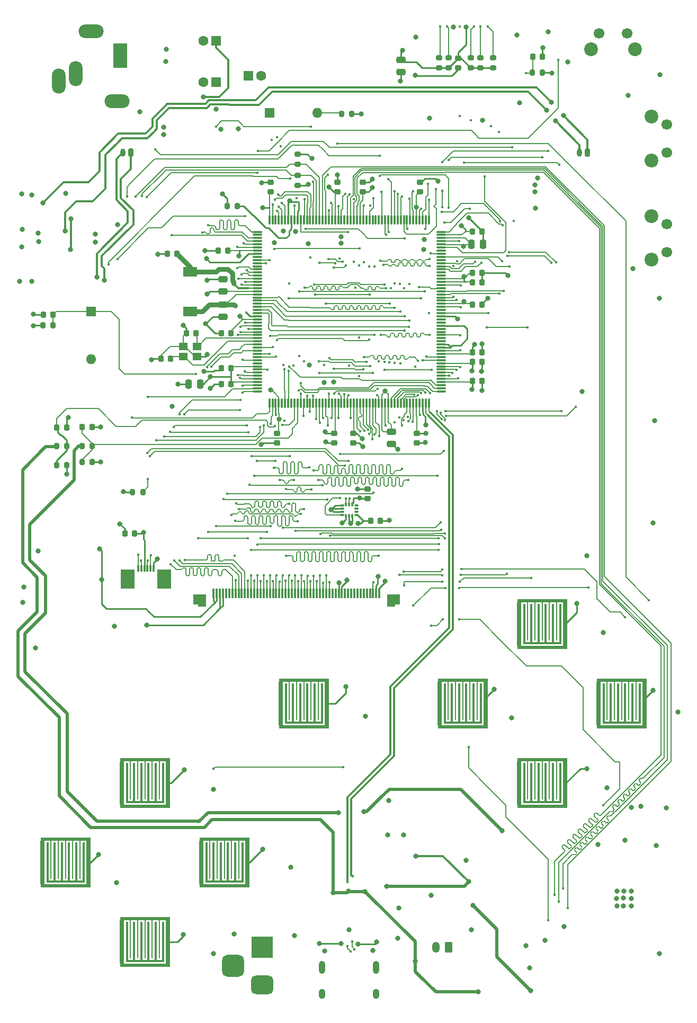
<source format=gtl>
G04 #@! TF.GenerationSoftware,KiCad,Pcbnew,7.0.1*
G04 #@! TF.CreationDate,2024-01-01T11:46:02+00:00*
G04 #@! TF.ProjectId,gk,676b2e6b-6963-4616-945f-706362585858,rev?*
G04 #@! TF.SameCoordinates,Original*
G04 #@! TF.FileFunction,Copper,L1,Top*
G04 #@! TF.FilePolarity,Positive*
%FSLAX46Y46*%
G04 Gerber Fmt 4.6, Leading zero omitted, Abs format (unit mm)*
G04 Created by KiCad (PCBNEW 7.0.1) date 2024-01-01 11:46:02*
%MOMM*%
%LPD*%
G01*
G04 APERTURE LIST*
G04 Aperture macros list*
%AMRoundRect*
0 Rectangle with rounded corners*
0 $1 Rounding radius*
0 $2 $3 $4 $5 $6 $7 $8 $9 X,Y pos of 4 corners*
0 Add a 4 corners polygon primitive as box body*
4,1,4,$2,$3,$4,$5,$6,$7,$8,$9,$2,$3,0*
0 Add four circle primitives for the rounded corners*
1,1,$1+$1,$2,$3*
1,1,$1+$1,$4,$5*
1,1,$1+$1,$6,$7*
1,1,$1+$1,$8,$9*
0 Add four rect primitives between the rounded corners*
20,1,$1+$1,$2,$3,$4,$5,0*
20,1,$1+$1,$4,$5,$6,$7,0*
20,1,$1+$1,$6,$7,$8,$9,0*
20,1,$1+$1,$8,$9,$2,$3,0*%
%AMFreePoly0*
4,1,17,1.053536,0.853536,1.055000,0.850000,1.055000,-0.750000,1.053536,-0.753536,1.050000,-0.755000,0.255000,-0.755000,0.255000,-1.100000,0.253536,-1.103536,0.250000,-1.105000,-1.050000,-1.105000,-1.053536,-1.103536,-1.055000,-1.100000,-1.055000,0.850000,-1.053536,0.853536,-1.050000,0.855000,1.050000,0.855000,1.053536,0.853536,1.053536,0.853536,$1*%
%AMFreePoly1*
4,1,17,1.053536,0.853536,1.055000,0.850000,1.055000,-1.100000,1.053536,-1.103536,1.050000,-1.105000,-0.250000,-1.105000,-0.253536,-1.103536,-0.255000,-1.100000,-0.255000,-0.755000,-1.050000,-0.755000,-1.053536,-0.753536,-1.055000,-0.750000,-1.055000,0.850000,-1.053536,0.853536,-1.050000,0.855000,1.050000,0.855000,1.053536,0.853536,1.053536,0.853536,$1*%
G04 Aperture macros list end*
G04 #@! TA.AperFunction,SMDPad,CuDef*
%ADD10FreePoly0,0.000000*%
G04 #@! TD*
G04 #@! TA.AperFunction,SMDPad,CuDef*
%ADD11FreePoly1,0.000000*%
G04 #@! TD*
G04 #@! TA.AperFunction,SMDPad,CuDef*
%ADD12R,0.300000X1.500000*%
G04 #@! TD*
G04 #@! TA.AperFunction,SMDPad,CuDef*
%ADD13RoundRect,0.225000X0.225000X0.250000X-0.225000X0.250000X-0.225000X-0.250000X0.225000X-0.250000X0*%
G04 #@! TD*
G04 #@! TA.AperFunction,SMDPad,CuDef*
%ADD14RoundRect,0.200000X-0.200000X-0.275000X0.200000X-0.275000X0.200000X0.275000X-0.200000X0.275000X0*%
G04 #@! TD*
G04 #@! TA.AperFunction,SMDPad,CuDef*
%ADD15R,0.675000X7.000000*%
G04 #@! TD*
G04 #@! TA.AperFunction,SMDPad,CuDef*
%ADD16R,0.250000X6.100000*%
G04 #@! TD*
G04 #@! TA.AperFunction,SMDPad,CuDef*
%ADD17R,8.000000X0.500000*%
G04 #@! TD*
G04 #@! TA.AperFunction,SMDPad,CuDef*
%ADD18R,0.400000X6.500000*%
G04 #@! TD*
G04 #@! TA.AperFunction,SMDPad,CuDef*
%ADD19R,6.150000X0.400000*%
G04 #@! TD*
G04 #@! TA.AperFunction,SMDPad,CuDef*
%ADD20RoundRect,0.225000X-0.225000X-0.250000X0.225000X-0.250000X0.225000X0.250000X-0.225000X0.250000X0*%
G04 #@! TD*
G04 #@! TA.AperFunction,SMDPad,CuDef*
%ADD21RoundRect,0.250000X-0.250000X-0.475000X0.250000X-0.475000X0.250000X0.475000X-0.250000X0.475000X0*%
G04 #@! TD*
G04 #@! TA.AperFunction,SMDPad,CuDef*
%ADD22RoundRect,0.250000X-0.475000X0.250000X-0.475000X-0.250000X0.475000X-0.250000X0.475000X0.250000X0*%
G04 #@! TD*
G04 #@! TA.AperFunction,SMDPad,CuDef*
%ADD23RoundRect,0.225000X-0.250000X0.225000X-0.250000X-0.225000X0.250000X-0.225000X0.250000X0.225000X0*%
G04 #@! TD*
G04 #@! TA.AperFunction,SMDPad,CuDef*
%ADD24RoundRect,0.200000X0.275000X-0.200000X0.275000X0.200000X-0.275000X0.200000X-0.275000X-0.200000X0*%
G04 #@! TD*
G04 #@! TA.AperFunction,SMDPad,CuDef*
%ADD25R,0.300000X1.100000*%
G04 #@! TD*
G04 #@! TA.AperFunction,SMDPad,CuDef*
%ADD26R,2.300000X3.100000*%
G04 #@! TD*
G04 #@! TA.AperFunction,SMDPad,CuDef*
%ADD27RoundRect,0.200000X0.200000X0.275000X-0.200000X0.275000X-0.200000X-0.275000X0.200000X-0.275000X0*%
G04 #@! TD*
G04 #@! TA.AperFunction,SMDPad,CuDef*
%ADD28RoundRect,0.250000X0.475000X-0.250000X0.475000X0.250000X-0.475000X0.250000X-0.475000X-0.250000X0*%
G04 #@! TD*
G04 #@! TA.AperFunction,SMDPad,CuDef*
%ADD29RoundRect,0.225000X0.250000X-0.225000X0.250000X0.225000X-0.250000X0.225000X-0.250000X-0.225000X0*%
G04 #@! TD*
G04 #@! TA.AperFunction,SMDPad,CuDef*
%ADD30R,1.400000X1.150000*%
G04 #@! TD*
G04 #@! TA.AperFunction,SMDPad,CuDef*
%ADD31RoundRect,0.087500X-0.225000X-0.087500X0.225000X-0.087500X0.225000X0.087500X-0.225000X0.087500X0*%
G04 #@! TD*
G04 #@! TA.AperFunction,SMDPad,CuDef*
%ADD32RoundRect,0.087500X-0.087500X-0.225000X0.087500X-0.225000X0.087500X0.225000X-0.087500X0.225000X0*%
G04 #@! TD*
G04 #@! TA.AperFunction,SMDPad,CuDef*
%ADD33RoundRect,0.200000X-0.275000X0.200000X-0.275000X-0.200000X0.275000X-0.200000X0.275000X0.200000X0*%
G04 #@! TD*
G04 #@! TA.AperFunction,SMDPad,CuDef*
%ADD34R,2.200000X1.500000*%
G04 #@! TD*
G04 #@! TA.AperFunction,SMDPad,CuDef*
%ADD35RoundRect,0.075000X-0.675000X-0.075000X0.675000X-0.075000X0.675000X0.075000X-0.675000X0.075000X0*%
G04 #@! TD*
G04 #@! TA.AperFunction,SMDPad,CuDef*
%ADD36RoundRect,0.075000X-0.075000X-0.675000X0.075000X-0.675000X0.075000X0.675000X-0.075000X0.675000X0*%
G04 #@! TD*
G04 #@! TA.AperFunction,SMDPad,CuDef*
%ADD37RoundRect,0.250000X0.250000X0.475000X-0.250000X0.475000X-0.250000X-0.475000X0.250000X-0.475000X0*%
G04 #@! TD*
G04 #@! TA.AperFunction,ComponentPad*
%ADD38C,2.200000*%
G04 #@! TD*
G04 #@! TA.AperFunction,ComponentPad*
%ADD39C,1.700000*%
G04 #@! TD*
G04 #@! TA.AperFunction,ComponentPad*
%ADD40R,1.600000X1.600000*%
G04 #@! TD*
G04 #@! TA.AperFunction,ComponentPad*
%ADD41O,1.600000X1.600000*%
G04 #@! TD*
G04 #@! TA.AperFunction,ComponentPad*
%ADD42O,1.000000X1.600000*%
G04 #@! TD*
G04 #@! TA.AperFunction,ComponentPad*
%ADD43O,1.000000X2.100000*%
G04 #@! TD*
G04 #@! TA.AperFunction,ComponentPad*
%ADD44C,1.600000*%
G04 #@! TD*
G04 #@! TA.AperFunction,ComponentPad*
%ADD45R,3.500000X3.500000*%
G04 #@! TD*
G04 #@! TA.AperFunction,ComponentPad*
%ADD46RoundRect,0.750000X1.000000X-0.750000X1.000000X0.750000X-1.000000X0.750000X-1.000000X-0.750000X0*%
G04 #@! TD*
G04 #@! TA.AperFunction,ComponentPad*
%ADD47RoundRect,0.875000X0.875000X-0.875000X0.875000X0.875000X-0.875000X0.875000X-0.875000X-0.875000X0*%
G04 #@! TD*
G04 #@! TA.AperFunction,ComponentPad*
%ADD48RoundRect,0.200000X0.200000X0.450000X-0.200000X0.450000X-0.200000X-0.450000X0.200000X-0.450000X0*%
G04 #@! TD*
G04 #@! TA.AperFunction,ComponentPad*
%ADD49O,0.800000X1.300000*%
G04 #@! TD*
G04 #@! TA.AperFunction,ComponentPad*
%ADD50O,2.200000X4.000000*%
G04 #@! TD*
G04 #@! TA.AperFunction,ComponentPad*
%ADD51O,4.000000X2.200000*%
G04 #@! TD*
G04 #@! TA.AperFunction,ComponentPad*
%ADD52R,2.200000X4.000000*%
G04 #@! TD*
G04 #@! TA.AperFunction,ComponentPad*
%ADD53RoundRect,0.250000X0.350000X0.625000X-0.350000X0.625000X-0.350000X-0.625000X0.350000X-0.625000X0*%
G04 #@! TD*
G04 #@! TA.AperFunction,ComponentPad*
%ADD54O,1.200000X1.750000*%
G04 #@! TD*
G04 #@! TA.AperFunction,ViaPad*
%ADD55C,0.450000*%
G04 #@! TD*
G04 #@! TA.AperFunction,ViaPad*
%ADD56C,0.800000*%
G04 #@! TD*
G04 #@! TA.AperFunction,Conductor*
%ADD57C,0.250000*%
G04 #@! TD*
G04 #@! TA.AperFunction,Conductor*
%ADD58C,0.762000*%
G04 #@! TD*
G04 #@! TA.AperFunction,Conductor*
%ADD59C,0.152400*%
G04 #@! TD*
G04 #@! TA.AperFunction,Conductor*
%ADD60C,0.508000*%
G04 #@! TD*
G04 #@! TA.AperFunction,Conductor*
%ADD61C,0.203200*%
G04 #@! TD*
G04 #@! TA.AperFunction,Conductor*
%ADD62C,0.366268*%
G04 #@! TD*
G04 #@! TA.AperFunction,Conductor*
%ADD63C,0.304800*%
G04 #@! TD*
G04 #@! TA.AperFunction,Conductor*
%ADD64C,0.254000*%
G04 #@! TD*
G04 APERTURE END LIST*
D10*
X105505500Y-112690000D03*
D11*
X74505500Y-112690000D03*
D12*
X103255500Y-111690000D03*
X102755500Y-111690000D03*
X102255500Y-111690000D03*
X101755500Y-111690000D03*
X101255500Y-111690000D03*
X100755500Y-111690000D03*
X100255500Y-111690000D03*
X99755500Y-111690000D03*
X99255500Y-111690000D03*
X98755500Y-111690000D03*
X98255500Y-111690000D03*
X97755500Y-111690000D03*
X97255500Y-111690000D03*
X96755500Y-111690000D03*
X96255500Y-111690000D03*
X95755500Y-111690000D03*
X95255500Y-111690000D03*
X94755500Y-111690000D03*
X94255500Y-111690000D03*
X93755500Y-111690000D03*
X93255500Y-111690000D03*
X92755500Y-111690000D03*
X92255500Y-111690000D03*
X91755500Y-111690000D03*
X91255500Y-111690000D03*
X90755500Y-111690000D03*
X90255500Y-111690000D03*
X89755500Y-111690000D03*
X89255500Y-111690000D03*
X88755500Y-111690000D03*
X88255500Y-111690000D03*
X87755500Y-111690000D03*
X87255500Y-111690000D03*
X86755500Y-111690000D03*
X86255500Y-111690000D03*
X85755500Y-111690000D03*
X85255500Y-111690000D03*
X84755500Y-111690000D03*
X84255500Y-111690000D03*
X83755500Y-111690000D03*
X83255500Y-111690000D03*
X82755500Y-111690000D03*
X82255500Y-111690000D03*
X81755500Y-111690000D03*
X81255500Y-111690000D03*
X80755500Y-111690000D03*
X80255500Y-111690000D03*
X79755500Y-111690000D03*
X79255500Y-111690000D03*
X78755500Y-111690000D03*
X78255500Y-111690000D03*
X77755500Y-111690000D03*
X77255500Y-111690000D03*
X76755500Y-111690000D03*
D13*
X79515000Y-70104000D03*
X77965000Y-70104000D03*
D14*
X97219000Y-35052000D03*
X98869000Y-35052000D03*
D15*
X74812500Y-154707500D03*
D16*
X76175000Y-154257499D03*
X77325000Y-154257499D03*
D17*
X78475000Y-150957500D03*
D16*
X78475000Y-154257499D03*
D17*
X78475000Y-158457500D03*
D16*
X79625000Y-154257499D03*
X80775000Y-154257499D03*
D15*
X82137500Y-154707500D03*
D18*
X75600000Y-154707500D03*
X76750000Y-154707500D03*
X77900000Y-154707500D03*
D19*
X78475000Y-157757500D03*
D18*
X79050000Y-154707500D03*
X80200000Y-154707500D03*
X81350000Y-154707500D03*
D20*
X118097000Y-73152000D03*
X119647000Y-73152000D03*
D21*
X117922000Y-55880000D03*
X119822000Y-55880000D03*
D20*
X118097000Y-53848000D03*
X119647000Y-53848000D03*
X118097000Y-60452000D03*
X119647000Y-60452000D03*
D15*
X49412500Y-154707500D03*
D16*
X50775000Y-154257499D03*
X51925000Y-154257499D03*
D17*
X53075000Y-150957500D03*
D16*
X53075000Y-154257499D03*
D17*
X53075000Y-158457500D03*
D16*
X54225000Y-154257499D03*
X55375000Y-154257499D03*
D15*
X56737500Y-154707500D03*
D18*
X50200000Y-154707500D03*
X51350000Y-154707500D03*
X52500000Y-154707500D03*
D19*
X53075000Y-157757500D03*
D18*
X53650000Y-154707500D03*
X54800000Y-154707500D03*
X55950000Y-154707500D03*
D15*
X62112500Y-142007500D03*
D16*
X63475000Y-141557499D03*
X64625000Y-141557499D03*
D17*
X65775000Y-138257500D03*
D16*
X65775000Y-141557499D03*
D17*
X65775000Y-145757500D03*
D16*
X66925000Y-141557499D03*
X68075000Y-141557499D03*
D15*
X69437500Y-142007500D03*
D18*
X62900000Y-142007500D03*
X64050000Y-142007500D03*
X65200000Y-142007500D03*
D19*
X65775000Y-145057500D03*
D18*
X66350000Y-142007500D03*
X67500000Y-142007500D03*
X68650000Y-142007500D03*
D22*
X78232000Y-65598000D03*
X78232000Y-67498000D03*
D23*
X109220000Y-86093000D03*
X109220000Y-87643000D03*
D13*
X79007000Y-56896000D03*
X77457000Y-56896000D03*
D20*
X127749000Y-25908000D03*
X129299000Y-25908000D03*
X55765400Y-85110800D03*
X57315400Y-85110800D03*
D24*
X90170000Y-46545000D03*
X90170000Y-44895000D03*
D20*
X118097000Y-65532000D03*
X119647000Y-65532000D03*
X118097000Y-74676000D03*
X119647000Y-74676000D03*
D23*
X115824000Y-26149000D03*
X115824000Y-27699000D03*
D25*
X64688400Y-107757800D03*
X65188400Y-107757800D03*
X65688400Y-107757800D03*
X66188400Y-107757800D03*
X66688400Y-107757800D03*
X67188400Y-107757800D03*
D26*
X63018400Y-109457800D03*
X68858400Y-109457800D03*
D23*
X96012000Y-86093000D03*
X96012000Y-87643000D03*
D27*
X65442600Y-95504000D03*
X63792600Y-95504000D03*
D28*
X78232000Y-63434000D03*
X78232000Y-61534000D03*
D24*
X114300000Y-27749000D03*
X114300000Y-26099000D03*
D29*
X100584000Y-47511000D03*
X100584000Y-45961000D03*
D24*
X119380000Y-27749000D03*
X119380000Y-26099000D03*
D13*
X73927000Y-70104000D03*
X72377000Y-70104000D03*
D15*
X138312500Y-129307500D03*
D16*
X139675000Y-128857499D03*
X140825000Y-128857499D03*
D17*
X141975000Y-125557500D03*
D16*
X141975000Y-128857499D03*
D17*
X141975000Y-133057500D03*
D16*
X143125000Y-128857499D03*
X144275000Y-128857499D03*
D15*
X145637500Y-129307500D03*
D18*
X139100000Y-129307500D03*
X140250000Y-129307500D03*
X141400000Y-129307500D03*
D19*
X141975000Y-132357500D03*
D18*
X142550000Y-129307500D03*
X143700000Y-129307500D03*
X144850000Y-129307500D03*
D22*
X105156000Y-85918000D03*
X105156000Y-87818000D03*
D15*
X87512500Y-129307500D03*
D16*
X88875000Y-128857499D03*
X90025000Y-128857499D03*
D17*
X91175000Y-125557500D03*
D16*
X91175000Y-128857499D03*
D17*
X91175000Y-133057500D03*
D16*
X92325000Y-128857499D03*
X93475000Y-128857499D03*
D15*
X94837500Y-129307500D03*
D18*
X88300000Y-129307500D03*
X89450000Y-129307500D03*
X90600000Y-129307500D03*
D19*
X91175000Y-132357500D03*
D18*
X91750000Y-129307500D03*
X92900000Y-129307500D03*
X94050000Y-129307500D03*
D29*
X85852000Y-47511000D03*
X85852000Y-45961000D03*
D14*
X127699000Y-28448000D03*
X129349000Y-28448000D03*
D13*
X69863000Y-74168000D03*
X68313000Y-74168000D03*
D15*
X62112500Y-167407500D03*
D16*
X63475000Y-166957499D03*
X64625000Y-166957499D03*
D17*
X65775000Y-163657500D03*
D16*
X65775000Y-166957499D03*
D17*
X65775000Y-171157500D03*
D16*
X66925000Y-166957499D03*
X68075000Y-166957499D03*
D15*
X69437500Y-167407500D03*
D18*
X62900000Y-167407500D03*
X64050000Y-167407500D03*
X65200000Y-167407500D03*
D19*
X65775000Y-170457500D03*
D18*
X66350000Y-167407500D03*
X67500000Y-167407500D03*
X68650000Y-167407500D03*
D14*
X78931000Y-49784000D03*
X80581000Y-49784000D03*
D15*
X125612500Y-116607500D03*
D16*
X126975000Y-116157499D03*
X128125000Y-116157499D03*
D17*
X129275000Y-112857500D03*
D16*
X129275000Y-116157499D03*
D17*
X129275000Y-120357500D03*
D16*
X130425000Y-116157499D03*
X131575000Y-116157499D03*
D15*
X132937500Y-116607500D03*
D18*
X126400000Y-116607500D03*
X127550000Y-116607500D03*
X128700000Y-116607500D03*
D19*
X129275000Y-119657500D03*
D18*
X129850000Y-116607500D03*
X131000000Y-116607500D03*
X132150000Y-116607500D03*
D20*
X51701400Y-85170800D03*
X53251400Y-85170800D03*
D14*
X51651400Y-88158800D03*
X53301400Y-88158800D03*
X55715400Y-88188800D03*
X57365400Y-88188800D03*
D30*
X74125000Y-72225000D03*
X71925000Y-72225000D03*
X71925000Y-73825000D03*
X74125000Y-73825000D03*
D13*
X79515000Y-75692000D03*
X77965000Y-75692000D03*
D29*
X101346000Y-96533000D03*
X101346000Y-94983000D03*
D15*
X125612500Y-142007500D03*
D16*
X126975000Y-141557499D03*
X128125000Y-141557499D03*
D17*
X129275000Y-138257500D03*
D16*
X129275000Y-141557499D03*
D17*
X129275000Y-145757500D03*
D16*
X130425000Y-141557499D03*
X131575000Y-141557499D03*
D15*
X132937500Y-142007500D03*
D18*
X126400000Y-142007500D03*
X127550000Y-142007500D03*
X128700000Y-142007500D03*
D19*
X129275000Y-145057500D03*
D18*
X129850000Y-142007500D03*
X131000000Y-142007500D03*
X132150000Y-142007500D03*
D14*
X51651400Y-91206800D03*
X53301400Y-91206800D03*
D31*
X97262500Y-97675000D03*
X97262500Y-98175000D03*
X97262500Y-98675000D03*
X97262500Y-99175000D03*
D32*
X97925000Y-99337500D03*
X98425000Y-99337500D03*
X98925000Y-99337500D03*
D31*
X99587500Y-99175000D03*
X99587500Y-98675000D03*
X99587500Y-98175000D03*
X99587500Y-97675000D03*
D32*
X98925000Y-97512500D03*
X98425000Y-97512500D03*
X97925000Y-97512500D03*
D33*
X90170000Y-41491400D03*
X90170000Y-43141400D03*
D23*
X86868000Y-86093000D03*
X86868000Y-87643000D03*
D22*
X106680000Y-26482000D03*
X106680000Y-28382000D03*
D24*
X117856000Y-27749000D03*
X117856000Y-26099000D03*
D29*
X109728000Y-47511000D03*
X109728000Y-45961000D03*
D14*
X55715400Y-90698800D03*
X57365400Y-90698800D03*
D23*
X99060000Y-86093000D03*
X99060000Y-87643000D03*
D20*
X118097000Y-77724000D03*
X119647000Y-77724000D03*
D13*
X70879000Y-57404000D03*
X69329000Y-57404000D03*
D15*
X112912500Y-129307500D03*
D16*
X114275000Y-128857499D03*
X115425000Y-128857499D03*
D17*
X116575000Y-125557500D03*
D16*
X116575000Y-128857499D03*
D17*
X116575000Y-133057500D03*
D16*
X117725000Y-128857499D03*
X118875000Y-128857499D03*
D15*
X120237500Y-129307500D03*
D18*
X113700000Y-129307500D03*
X114850000Y-129307500D03*
X116000000Y-129307500D03*
D19*
X116575000Y-132357500D03*
D18*
X117150000Y-129307500D03*
X118300000Y-129307500D03*
X119450000Y-129307500D03*
D13*
X79515000Y-78232000D03*
X77965000Y-78232000D03*
D24*
X121412000Y-27749000D03*
X121412000Y-26099000D03*
D13*
X64122600Y-102108000D03*
X62572600Y-102108000D03*
D34*
X73025000Y-66700000D03*
X73025000Y-60300000D03*
D35*
X83750000Y-53925000D03*
X83750000Y-54425000D03*
X83750000Y-54925000D03*
X83750000Y-55425000D03*
X83750000Y-55925000D03*
X83750000Y-56425000D03*
X83750000Y-56925000D03*
X83750000Y-57425000D03*
X83750000Y-57925000D03*
X83750000Y-58425000D03*
X83750000Y-58925000D03*
X83750000Y-59425000D03*
X83750000Y-59925000D03*
X83750000Y-60425000D03*
X83750000Y-60925000D03*
X83750000Y-61425000D03*
X83750000Y-61925000D03*
X83750000Y-62425000D03*
X83750000Y-62925000D03*
X83750000Y-63425000D03*
X83750000Y-63925000D03*
X83750000Y-64425000D03*
X83750000Y-64925000D03*
X83750000Y-65425000D03*
X83750000Y-65925000D03*
X83750000Y-66425000D03*
X83750000Y-66925000D03*
X83750000Y-67425000D03*
X83750000Y-67925000D03*
X83750000Y-68425000D03*
X83750000Y-68925000D03*
X83750000Y-69425000D03*
X83750000Y-69925000D03*
X83750000Y-70425000D03*
X83750000Y-70925000D03*
X83750000Y-71425000D03*
X83750000Y-71925000D03*
X83750000Y-72425000D03*
X83750000Y-72925000D03*
X83750000Y-73425000D03*
X83750000Y-73925000D03*
X83750000Y-74425000D03*
X83750000Y-74925000D03*
X83750000Y-75425000D03*
X83750000Y-75925000D03*
X83750000Y-76425000D03*
X83750000Y-76925000D03*
X83750000Y-77425000D03*
X83750000Y-77925000D03*
X83750000Y-78425000D03*
X83750000Y-78925000D03*
X83750000Y-79425000D03*
D36*
X85675000Y-81350000D03*
X86175000Y-81350000D03*
X86675000Y-81350000D03*
X87175000Y-81350000D03*
X87675000Y-81350000D03*
X88175000Y-81350000D03*
X88675000Y-81350000D03*
X89175000Y-81350000D03*
X89675000Y-81350000D03*
X90175000Y-81350000D03*
X90675000Y-81350000D03*
X91175000Y-81350000D03*
X91675000Y-81350000D03*
X92175000Y-81350000D03*
X92675000Y-81350000D03*
X93175000Y-81350000D03*
X93675000Y-81350000D03*
X94175000Y-81350000D03*
X94675000Y-81350000D03*
X95175000Y-81350000D03*
X95675000Y-81350000D03*
X96175000Y-81350000D03*
X96675000Y-81350000D03*
X97175000Y-81350000D03*
X97675000Y-81350000D03*
X98175000Y-81350000D03*
X98675000Y-81350000D03*
X99175000Y-81350000D03*
X99675000Y-81350000D03*
X100175000Y-81350000D03*
X100675000Y-81350000D03*
X101175000Y-81350000D03*
X101675000Y-81350000D03*
X102175000Y-81350000D03*
X102675000Y-81350000D03*
X103175000Y-81350000D03*
X103675000Y-81350000D03*
X104175000Y-81350000D03*
X104675000Y-81350000D03*
X105175000Y-81350000D03*
X105675000Y-81350000D03*
X106175000Y-81350000D03*
X106675000Y-81350000D03*
X107175000Y-81350000D03*
X107675000Y-81350000D03*
X108175000Y-81350000D03*
X108675000Y-81350000D03*
X109175000Y-81350000D03*
X109675000Y-81350000D03*
X110175000Y-81350000D03*
X110675000Y-81350000D03*
X111175000Y-81350000D03*
D35*
X113100000Y-79425000D03*
X113100000Y-78925000D03*
X113100000Y-78425000D03*
X113100000Y-77925000D03*
X113100000Y-77425000D03*
X113100000Y-76925000D03*
X113100000Y-76425000D03*
X113100000Y-75925000D03*
X113100000Y-75425000D03*
X113100000Y-74925000D03*
X113100000Y-74425000D03*
X113100000Y-73925000D03*
X113100000Y-73425000D03*
X113100000Y-72925000D03*
X113100000Y-72425000D03*
X113100000Y-71925000D03*
X113100000Y-71425000D03*
X113100000Y-70925000D03*
X113100000Y-70425000D03*
X113100000Y-69925000D03*
X113100000Y-69425000D03*
X113100000Y-68925000D03*
X113100000Y-68425000D03*
X113100000Y-67925000D03*
X113100000Y-67425000D03*
X113100000Y-66925000D03*
X113100000Y-66425000D03*
X113100000Y-65925000D03*
X113100000Y-65425000D03*
X113100000Y-64925000D03*
X113100000Y-64425000D03*
X113100000Y-63925000D03*
X113100000Y-63425000D03*
X113100000Y-62925000D03*
X113100000Y-62425000D03*
X113100000Y-61925000D03*
X113100000Y-61425000D03*
X113100000Y-60925000D03*
X113100000Y-60425000D03*
X113100000Y-59925000D03*
X113100000Y-59425000D03*
X113100000Y-58925000D03*
X113100000Y-58425000D03*
X113100000Y-57925000D03*
X113100000Y-57425000D03*
X113100000Y-56925000D03*
X113100000Y-56425000D03*
X113100000Y-55925000D03*
X113100000Y-55425000D03*
X113100000Y-54925000D03*
X113100000Y-54425000D03*
X113100000Y-53925000D03*
D36*
X111175000Y-52000000D03*
X110675000Y-52000000D03*
X110175000Y-52000000D03*
X109675000Y-52000000D03*
X109175000Y-52000000D03*
X108675000Y-52000000D03*
X108175000Y-52000000D03*
X107675000Y-52000000D03*
X107175000Y-52000000D03*
X106675000Y-52000000D03*
X106175000Y-52000000D03*
X105675000Y-52000000D03*
X105175000Y-52000000D03*
X104675000Y-52000000D03*
X104175000Y-52000000D03*
X103675000Y-52000000D03*
X103175000Y-52000000D03*
X102675000Y-52000000D03*
X102175000Y-52000000D03*
X101675000Y-52000000D03*
X101175000Y-52000000D03*
X100675000Y-52000000D03*
X100175000Y-52000000D03*
X99675000Y-52000000D03*
X99175000Y-52000000D03*
X98675000Y-52000000D03*
X98175000Y-52000000D03*
X97675000Y-52000000D03*
X97175000Y-52000000D03*
X96675000Y-52000000D03*
X96175000Y-52000000D03*
X95675000Y-52000000D03*
X95175000Y-52000000D03*
X94675000Y-52000000D03*
X94175000Y-52000000D03*
X93675000Y-52000000D03*
X93175000Y-52000000D03*
X92675000Y-52000000D03*
X92175000Y-52000000D03*
X91675000Y-52000000D03*
X91175000Y-52000000D03*
X90675000Y-52000000D03*
X90175000Y-52000000D03*
X89675000Y-52000000D03*
X89175000Y-52000000D03*
X88675000Y-52000000D03*
X88175000Y-52000000D03*
X87675000Y-52000000D03*
X87175000Y-52000000D03*
X86675000Y-52000000D03*
X86175000Y-52000000D03*
X85675000Y-52000000D03*
D13*
X51067000Y-67176000D03*
X49517000Y-67176000D03*
D37*
X74610000Y-78232000D03*
X72710000Y-78232000D03*
D20*
X118097000Y-61976000D03*
X119647000Y-61976000D03*
D29*
X96520000Y-47511000D03*
X96520000Y-45961000D03*
D14*
X49467000Y-68884800D03*
X51117000Y-68884800D03*
D20*
X101841000Y-100076000D03*
X103391000Y-100076000D03*
D24*
X112776000Y-27749000D03*
X112776000Y-26099000D03*
D38*
X146725000Y-58400000D03*
X146725000Y-51400000D03*
D39*
X149225000Y-57150000D03*
X149225000Y-52650000D03*
D40*
X85725000Y-34925000D03*
D41*
X93345000Y-34925000D03*
D42*
X102745000Y-175675000D03*
D43*
X102745000Y-171495000D03*
D42*
X94105000Y-175675000D03*
D43*
X94105000Y-171495000D03*
D38*
X146725000Y-42525000D03*
X146725000Y-35525000D03*
D39*
X149225000Y-41275000D03*
X149225000Y-36775000D03*
D40*
X82356887Y-28956000D03*
D44*
X84356887Y-28956000D03*
D40*
X77155113Y-29972000D03*
D44*
X75155113Y-29972000D03*
D40*
X57150000Y-66675000D03*
D41*
X57150000Y-74295000D03*
D45*
X84523500Y-168244000D03*
D46*
X84523500Y-174244000D03*
D47*
X79823500Y-171244000D03*
D38*
X144125000Y-24725000D03*
X137125000Y-24725000D03*
D39*
X142875000Y-22225000D03*
X138375000Y-22225000D03*
D48*
X136525000Y-41275000D03*
D49*
X135275000Y-41275000D03*
D48*
X63500000Y-41275000D03*
D49*
X62250000Y-41275000D03*
D40*
X77155113Y-23368000D03*
D44*
X75155113Y-23368000D03*
D50*
X52007500Y-29850000D03*
X54707500Y-28650000D03*
D51*
X57207500Y-21850000D03*
D52*
X61807500Y-25750000D03*
D51*
X61307500Y-33050000D03*
D53*
X114300000Y-168275000D03*
D54*
X112300000Y-168275000D03*
D55*
X117500400Y-136296400D03*
D56*
X100787200Y-146608800D03*
X122885200Y-149606000D03*
X96672400Y-146761200D03*
D55*
X80525000Y-56325000D03*
D56*
X143510000Y-161696400D03*
D55*
X80726821Y-61394271D03*
X86214900Y-49575000D03*
D56*
X58724800Y-85140800D03*
X61417200Y-52781200D03*
X66852800Y-74371200D03*
X109067600Y-22809200D03*
X106629200Y-29870400D03*
X106172000Y-88696800D03*
X46075600Y-47904400D03*
X57810400Y-54305200D03*
X99720400Y-94996000D03*
X127275000Y-171575000D03*
D55*
X81413540Y-78551851D03*
D56*
X89712800Y-166420800D03*
X110571007Y-87558607D03*
X48717200Y-54102000D03*
D55*
X100775000Y-49725700D03*
D56*
X128117600Y-46431200D03*
X143002000Y-32105600D03*
X58724800Y-90678000D03*
X111525000Y-159925000D03*
D55*
X81991200Y-66802000D03*
D56*
X149148800Y-145999200D03*
X147472400Y-152044400D03*
X84429600Y-46126400D03*
D55*
X86715600Y-83210400D03*
D56*
X98653600Y-100533200D03*
D55*
X89700000Y-49750000D03*
D56*
X75387200Y-56946800D03*
X62331600Y-95453200D03*
X89880000Y-53898800D03*
D55*
X92200000Y-58050000D03*
D56*
X112623600Y-45872400D03*
X103022400Y-109016800D03*
X110439200Y-55118000D03*
X95554800Y-98298000D03*
X143510000Y-160477200D03*
X119634000Y-71831200D03*
X58369200Y-153416000D03*
X108966000Y-28905200D03*
X141173200Y-160477200D03*
X146964400Y-127203200D03*
X104140000Y-109728000D03*
D55*
X108527235Y-84241733D03*
D56*
X75488800Y-68630800D03*
X75692000Y-61671200D03*
X102108000Y-45516800D03*
X69088000Y-26670000D03*
D55*
X96750000Y-49825000D03*
D56*
X126725000Y-168025000D03*
X148031200Y-169265600D03*
X115722400Y-67818000D03*
X142290800Y-160426400D03*
X117551200Y-51714400D03*
X117100000Y-154400000D03*
X77927200Y-37541200D03*
X57810400Y-55575200D03*
X143764000Y-59842400D03*
X61772800Y-100584000D03*
D55*
X115825000Y-77325000D03*
D56*
X96520000Y-44856400D03*
D55*
X98625000Y-83650000D03*
D56*
X133400800Y-26771600D03*
X98425000Y-165450000D03*
D55*
X116250000Y-66000000D03*
X109952104Y-50207197D03*
X116200000Y-75550000D03*
X96854049Y-58199300D03*
D56*
X141224000Y-159258000D03*
X136385000Y-139700000D03*
X142290800Y-161696400D03*
X53543200Y-83616800D03*
X48768000Y-55524400D03*
X84378800Y-87934800D03*
X128168400Y-50139600D03*
D55*
X104225000Y-84875700D03*
D56*
X102209600Y-168757600D03*
X84582000Y-152603200D03*
X64973200Y-34747200D03*
X71932800Y-68884800D03*
X100584000Y-88239600D03*
X121615200Y-127000000D03*
X147218400Y-84074000D03*
X53136800Y-47802800D03*
X60909200Y-116992400D03*
X80010000Y-166116000D03*
X87868700Y-53810163D03*
X94640400Y-87477600D03*
X125222000Y-22504400D03*
X132791200Y-164998400D03*
X106222800Y-166827200D03*
X75692000Y-73558400D03*
X115112800Y-21234400D03*
X111252000Y-35763200D03*
X53289200Y-92659200D03*
X117950000Y-165450000D03*
X107150000Y-150300000D03*
X97891600Y-126593600D03*
X123799600Y-60909200D03*
X71932800Y-166217600D03*
X147015200Y-100431600D03*
X104851200Y-100025200D03*
X100380800Y-35052000D03*
X141224000Y-161645600D03*
D55*
X81400000Y-74400000D03*
D56*
X104575000Y-150275000D03*
X106400000Y-162000000D03*
X67767200Y-106222800D03*
X68732400Y-38354000D03*
X134823200Y-113284000D03*
X143510000Y-159258000D03*
X45770800Y-61823600D03*
D55*
X87925000Y-75200000D03*
D56*
X94386400Y-77978000D03*
D55*
X89525000Y-75300000D03*
X116025000Y-55425000D03*
D56*
X145084800Y-145745200D03*
X119634000Y-79248000D03*
X46075600Y-56337200D03*
X120548400Y-64516000D03*
D55*
X108975000Y-75425000D03*
D56*
X67818000Y-57556400D03*
X94538800Y-168859200D03*
X46177200Y-53543200D03*
X72034400Y-139903200D03*
X128117600Y-47548800D03*
X76200000Y-78943200D03*
D55*
X98425000Y-75300000D03*
D56*
X75184000Y-76200000D03*
X129387600Y-24536400D03*
X143560800Y-145897600D03*
X46380400Y-110693200D03*
X71069200Y-78282800D03*
X77165200Y-34340800D03*
X142341600Y-159258000D03*
X97129600Y-54711600D03*
X48666400Y-104902000D03*
X119583200Y-76200000D03*
D55*
X95628483Y-83705488D03*
X116225000Y-70500000D03*
X94400000Y-75200000D03*
D56*
X47955200Y-67106800D03*
D55*
X116275000Y-62500000D03*
D56*
X69189600Y-24739600D03*
D55*
X81175000Y-62325000D03*
D56*
X130810000Y-28549600D03*
X119735600Y-36118800D03*
D55*
X116200000Y-72800000D03*
X98119971Y-157875000D03*
X99275000Y-168600000D03*
X98875000Y-167350000D03*
X98700000Y-168950000D03*
X98150000Y-168125000D03*
X98975000Y-156950000D03*
D56*
X95825000Y-159500000D03*
X100975000Y-159350000D03*
X98350000Y-159300000D03*
X119025000Y-175400000D03*
X108975000Y-170475000D03*
X110693200Y-84785200D03*
X92456000Y-42214800D03*
X150977600Y-130708400D03*
X96824800Y-109982000D03*
X139039600Y-117957600D03*
X47650400Y-48006000D03*
X104775000Y-144800000D03*
X116789200Y-61112400D03*
X76758800Y-169265600D03*
X116382800Y-52933600D03*
D55*
X81775000Y-61925000D03*
D56*
X94589600Y-85902800D03*
X78181200Y-47853600D03*
X65532000Y-102006400D03*
X116738400Y-65024000D03*
X91846400Y-55829200D03*
X110693200Y-86156800D03*
X106934000Y-24942800D03*
X124358400Y-131572000D03*
X139649200Y-142798800D03*
X118465600Y-71882000D03*
X148082000Y-28854400D03*
X84582000Y-50038000D03*
X80822800Y-57759600D03*
X130200400Y-21996400D03*
X76250800Y-77063600D03*
X47955200Y-68986400D03*
X80924400Y-67462400D03*
X125679200Y-33274000D03*
X86461600Y-55626000D03*
X100482400Y-87020400D03*
X148031200Y-64566800D03*
X142490000Y-151176800D03*
X118059200Y-76149200D03*
X48260000Y-120446800D03*
X138176000Y-151841200D03*
X85902800Y-79197200D03*
X87239207Y-83847299D03*
X98044000Y-109626400D03*
X128524000Y-45364400D03*
X100076000Y-96469200D03*
X80670400Y-37439600D03*
X118059200Y-79146400D03*
X101041200Y-131318000D03*
X95910400Y-77927200D03*
X117144800Y-21234400D03*
X97129600Y-55727600D03*
X97332800Y-100482400D03*
X129692400Y-167182800D03*
X91846400Y-46380400D03*
X47701200Y-61874400D03*
X99872800Y-100533200D03*
X110337600Y-56743600D03*
X61264800Y-157937200D03*
X76708000Y-143002000D03*
X109158771Y-49982635D03*
X92025000Y-75184000D03*
X95214500Y-46771185D03*
X89103200Y-155498800D03*
X46278800Y-113182400D03*
X102158800Y-46888400D03*
X68732400Y-37185600D03*
X75692000Y-63855600D03*
X88900000Y-48971200D03*
X116687600Y-56235600D03*
X80162400Y-65735200D03*
X104190800Y-79400400D03*
D55*
X67411600Y-40792400D03*
X124764800Y-52222400D03*
X75742800Y-75590400D03*
X124510800Y-40436800D03*
X73964800Y-76657200D03*
D56*
X66090800Y-116789200D03*
D55*
X106832400Y-48260000D03*
X126644400Y-28600400D03*
D56*
X75082400Y-32359600D03*
D55*
X123647200Y-108559600D03*
X116281200Y-108712000D03*
X108845602Y-79931401D03*
X113334800Y-108864400D03*
X106426000Y-108762800D03*
X107086400Y-108204000D03*
X113334800Y-107899200D03*
X116332000Y-107797600D03*
X142544800Y-115519200D03*
X109373415Y-80043100D03*
X123748800Y-57810400D03*
X130708400Y-58877200D03*
X122986800Y-52882800D03*
X124002800Y-57150000D03*
X113233200Y-50749200D03*
X131521200Y-58826400D03*
X110591600Y-53492400D03*
X122529600Y-52273200D03*
X110591600Y-79654400D03*
X76758800Y-139700000D03*
X113030000Y-82854800D03*
X97434400Y-139446000D03*
X113748039Y-84032057D03*
X109884853Y-79689500D03*
X113233200Y-83870800D03*
X112420400Y-82550000D03*
X63652400Y-83616800D03*
X132334000Y-82600800D03*
X107238800Y-110439200D03*
X116128800Y-109880400D03*
X111353600Y-79705200D03*
X113792000Y-82550000D03*
X113284000Y-109829600D03*
X127558800Y-109220000D03*
X111607600Y-75946000D03*
X117703600Y-50241200D03*
X116789200Y-42875200D03*
X104038400Y-75946000D03*
X113639600Y-52425600D03*
X132029200Y-43230800D03*
X102870000Y-80010000D03*
X113861934Y-83343666D03*
X109726030Y-83159764D03*
X134620000Y-81940400D03*
X83718400Y-44500800D03*
X83820000Y-40995600D03*
X66090800Y-48361600D03*
X66243200Y-80314800D03*
X131876800Y-26466800D03*
X108686600Y-113665000D03*
X95046800Y-44805600D03*
X113792000Y-110845600D03*
X146304000Y-112776000D03*
X136702800Y-110794800D03*
X116027200Y-110845600D03*
X96570800Y-39827200D03*
D56*
X102819200Y-167436800D03*
X99822000Y-167741600D03*
X93675200Y-167690800D03*
X97129600Y-167690800D03*
D55*
X106172000Y-47853600D03*
X120548400Y-21082000D03*
X122377200Y-37998400D03*
X105664000Y-47447200D03*
X119430800Y-21132800D03*
X121107200Y-37033200D03*
X103581200Y-47498000D03*
X117856000Y-36068000D03*
X118364000Y-21132800D03*
X116128800Y-21132800D03*
X104648000Y-45466000D03*
X116128800Y-35458400D03*
X119532400Y-58877200D03*
X114046000Y-21132800D03*
X118516400Y-58724800D03*
X112928400Y-21132800D03*
D56*
X53898800Y-56794400D03*
X53949600Y-51816000D03*
X59283600Y-61671200D03*
X58115200Y-61163200D03*
X130759200Y-33223200D03*
X132689600Y-35356800D03*
X49428400Y-49326800D03*
X52984400Y-53797200D03*
X131419600Y-36220400D03*
X129946400Y-34493200D03*
D55*
X120040400Y-45059600D03*
X112268000Y-47091600D03*
X95148400Y-50495200D03*
X113284000Y-49987200D03*
X113334800Y-47396400D03*
X92608400Y-45923200D03*
X103327200Y-41757600D03*
X114350800Y-50088800D03*
X62890400Y-48260000D03*
X111404400Y-57353200D03*
X103327200Y-45008800D03*
D56*
X58521600Y-104597200D03*
X58826400Y-109524800D03*
D55*
X86055200Y-39268400D03*
X86918800Y-50546000D03*
X65138333Y-106466269D03*
X97891600Y-96520000D03*
X65328800Y-48209200D03*
X97739200Y-91338400D03*
X66548000Y-89763600D03*
X98501200Y-96570800D03*
X64668400Y-105562400D03*
X66141600Y-89255600D03*
X98348800Y-90576400D03*
X64312800Y-48260000D03*
X139039600Y-145592800D03*
X113385600Y-115874800D03*
X114909600Y-76454000D03*
X115976400Y-115874800D03*
X111556800Y-116840000D03*
X115620800Y-75946000D03*
X128727200Y-145034000D03*
X141427200Y-132283200D03*
X116027200Y-132283200D03*
X128727200Y-119583200D03*
X64058800Y-145034000D03*
X64058800Y-170434000D03*
X51358800Y-157734000D03*
X76758800Y-157734000D03*
X89458800Y-132334000D03*
X75844400Y-52832000D03*
X130251200Y-163931600D03*
X74980800Y-54051200D03*
X70002400Y-54508400D03*
X86664800Y-90525600D03*
X81584800Y-55778400D03*
X86766400Y-108813600D03*
X83667600Y-90525600D03*
X84785200Y-84886800D03*
X66237900Y-106472203D03*
X66237900Y-93426500D03*
X67614800Y-87223600D03*
X85699600Y-58420000D03*
X68834000Y-86664800D03*
X66700400Y-105613200D03*
X85140800Y-58928000D03*
X84175600Y-85140800D03*
X78333600Y-96621600D03*
X80575814Y-59689252D03*
X94894400Y-96723200D03*
X94742000Y-108864400D03*
X82448400Y-94386400D03*
X82042000Y-60045600D03*
X94183200Y-94437200D03*
X94234000Y-109982000D03*
X81205352Y-60760883D03*
X88950800Y-89763600D03*
X89255600Y-109677200D03*
X82804000Y-89763600D03*
X105650000Y-62175000D03*
X105675000Y-66050000D03*
X106575000Y-66700000D03*
X106500000Y-62225000D03*
X107175000Y-62925000D03*
X107300000Y-67425000D03*
X108050000Y-62275000D03*
X108025000Y-68075000D03*
X107975000Y-69075000D03*
X107300000Y-69750000D03*
X81838800Y-68478400D03*
X70459600Y-106426000D03*
X70408800Y-85090000D03*
X82092800Y-84886800D03*
X71272400Y-106426000D03*
X81076800Y-80822800D03*
X71272400Y-83058000D03*
X81026000Y-69088000D03*
X69900800Y-107035600D03*
X69748400Y-85902800D03*
X82346800Y-69443600D03*
X82296000Y-85953600D03*
X72085200Y-83058000D03*
X72136000Y-106375200D03*
X80924400Y-82397600D03*
X81026000Y-69951600D03*
X102311200Y-95656400D03*
X78943200Y-95758000D03*
X80619600Y-70408800D03*
X102260400Y-109931200D03*
X86475000Y-56650000D03*
X86200000Y-72375000D03*
X100075000Y-56625000D03*
X100000000Y-59300000D03*
X76403200Y-75488800D03*
X102450000Y-70425000D03*
X85700000Y-73400000D03*
X102450000Y-59450000D03*
X85775000Y-70575000D03*
X86925000Y-71200000D03*
X86750000Y-73825000D03*
X101650000Y-71125000D03*
X80772000Y-98247200D03*
X91186000Y-98247200D03*
X81764999Y-76236976D03*
X91236800Y-109728000D03*
X80619600Y-76809600D03*
X90728800Y-99009200D03*
X90779600Y-108864400D03*
X79603600Y-99161600D03*
X80213200Y-100076000D03*
X90170000Y-100177600D03*
X80933134Y-77264332D03*
X90271600Y-109728000D03*
X81381600Y-79603600D03*
X80365600Y-97282000D03*
X88798400Y-97434400D03*
X88798400Y-108864400D03*
X84734400Y-108813600D03*
X85902800Y-84582000D03*
X81788000Y-51460400D03*
X85344000Y-75946000D03*
X61366400Y-58267600D03*
X88036400Y-84074000D03*
X88290400Y-95046800D03*
X88036400Y-75895200D03*
X92252800Y-109778800D03*
X92354400Y-95097600D03*
X88747600Y-76149200D03*
X89560400Y-93624400D03*
X87325200Y-93624400D03*
X87274400Y-109829600D03*
X91795600Y-108915200D03*
X90728800Y-79756000D03*
X91135200Y-83312000D03*
X86360000Y-91643200D03*
X86207600Y-109778800D03*
X92049600Y-91592400D03*
X91694000Y-80111600D03*
X92303600Y-37084000D03*
X77114400Y-37084000D03*
X80111600Y-105664000D03*
X92151200Y-82702400D03*
X80264000Y-109626400D03*
X93000000Y-63975000D03*
X101600000Y-59425000D03*
X101675000Y-63950000D03*
X92675000Y-80111600D03*
X93125000Y-83875000D03*
X106650000Y-74925000D03*
X107825000Y-83550000D03*
X105700000Y-74875000D03*
X107150000Y-84025000D03*
X93725000Y-84400000D03*
X106425000Y-83600000D03*
X104850000Y-74750000D03*
X94225000Y-83675000D03*
X95000000Y-84875000D03*
X104050000Y-74700000D03*
X105700000Y-84375000D03*
X94700000Y-65425000D03*
X95225000Y-79750000D03*
X104925000Y-65425000D03*
X105125000Y-62950000D03*
X102975000Y-79000000D03*
X96062800Y-79806800D03*
X103175000Y-74650000D03*
X96725000Y-83675000D03*
X96774000Y-79806800D03*
X96225000Y-58925000D03*
X93625000Y-58900000D03*
X95100000Y-58250000D03*
X97675000Y-79850000D03*
X97400000Y-58700000D03*
X98348800Y-80060800D03*
X95950000Y-59600000D03*
X97875000Y-59300000D03*
X100200000Y-85825000D03*
X99425000Y-62875000D03*
X100000000Y-77025000D03*
X100899650Y-85675103D03*
X101417399Y-85523450D03*
X95975000Y-75825000D03*
X100725000Y-75900000D03*
X101600000Y-86250000D03*
X101225000Y-74700000D03*
X95250000Y-74125000D03*
X93600000Y-74625000D03*
X101825000Y-75400000D03*
X102100000Y-87025000D03*
X93650000Y-76500000D03*
X102175000Y-76500000D03*
X102505557Y-86288447D03*
X88341200Y-105664000D03*
X103225600Y-86563200D03*
X88239600Y-109677200D03*
X103124000Y-105664000D03*
X92760800Y-108915200D03*
X92760800Y-92100400D03*
X106883200Y-91795600D03*
X106883200Y-84836000D03*
X107848400Y-93573600D03*
X107848400Y-84175600D03*
X93472000Y-93624400D03*
X93268800Y-109728000D03*
X90373200Y-79248000D03*
X91225000Y-74650000D03*
X90425000Y-73761600D03*
X90678000Y-78130400D03*
X88825000Y-75438000D03*
X114401600Y-76911200D03*
X88825000Y-62150000D03*
X109950000Y-64550000D03*
X88775000Y-64550000D03*
X110150000Y-74450000D03*
X90450000Y-63425000D03*
X110475000Y-63475000D03*
X110725000Y-73850000D03*
X111250000Y-70425000D03*
X120634300Y-66900000D03*
X103500000Y-70425000D03*
X111225000Y-66925000D03*
X115675000Y-58625000D03*
X111252000Y-58318400D03*
X103375000Y-58525000D03*
X115625000Y-64825000D03*
X103875000Y-59200000D03*
X111302800Y-59385200D03*
X115125000Y-59385200D03*
X115125000Y-64275000D03*
X93843300Y-102260400D03*
X93726000Y-108864400D03*
X122428000Y-63804800D03*
X113690400Y-102108000D03*
X95351600Y-102514400D03*
X95250000Y-109931200D03*
X113741200Y-102920800D03*
X123139200Y-63398400D03*
X109450000Y-74500000D03*
X100800000Y-73975000D03*
X109550000Y-62800000D03*
X83718400Y-103936800D03*
X124053600Y-59486800D03*
X112776000Y-103835200D03*
X83769200Y-108813600D03*
X122869500Y-58623200D03*
X82753200Y-104749600D03*
X82753200Y-108813600D03*
X112725200Y-104749600D03*
X113080800Y-100330000D03*
X111225000Y-48775000D03*
X87782400Y-108864400D03*
X87833200Y-101193600D03*
X120396000Y-69189600D03*
X110998000Y-46278800D03*
X129336800Y-42062400D03*
X96977200Y-89408000D03*
X113538000Y-88900000D03*
X96926400Y-96469200D03*
X126898400Y-69240400D03*
X114350800Y-42468800D03*
X130251200Y-40995600D03*
X113334800Y-42773600D03*
X108610400Y-47447200D03*
X89763600Y-108864400D03*
X113131600Y-101549200D03*
X89814400Y-101752400D03*
X108050000Y-48650000D03*
X90017600Y-48514000D03*
X107746800Y-53492400D03*
X89001600Y-45415200D03*
X59944000Y-59131200D03*
X107289600Y-54965600D03*
X91490800Y-53441600D03*
X104300000Y-62950000D03*
X104775000Y-54000000D03*
X91300000Y-62875000D03*
X104325000Y-54425000D03*
X92825000Y-62350000D03*
X104050000Y-62325000D03*
X112522000Y-92913200D03*
X83210400Y-92913200D03*
X83210400Y-109677200D03*
X102325000Y-48550000D03*
X131267200Y-159867600D03*
X131927600Y-160985200D03*
X132638800Y-158902400D03*
X112674400Y-102920800D03*
X84277200Y-102920800D03*
X98525000Y-47975000D03*
X84277200Y-109728000D03*
X97775000Y-47875000D03*
X74269600Y-102920800D03*
X82245200Y-102920800D03*
X82255500Y-109677200D03*
X100800000Y-58750000D03*
X95525000Y-49275000D03*
X101750000Y-49750000D03*
X133400800Y-162001200D03*
X85242400Y-109728000D03*
X87050000Y-47990700D03*
X75895200Y-101904800D03*
X85242400Y-101854000D03*
X85852000Y-100939600D03*
X77165200Y-100990400D03*
X85750400Y-108813600D03*
X86575000Y-48825000D03*
X99200000Y-58675000D03*
X99200000Y-48700000D03*
X91275000Y-48750000D03*
X98275000Y-53975000D03*
X100027443Y-70822738D03*
X87630000Y-49276000D03*
X87477600Y-40233600D03*
X86918800Y-38811200D03*
X87172800Y-49936400D03*
X86563200Y-84937600D03*
X87731600Y-84785200D03*
D56*
X70104000Y-81838800D03*
X75590400Y-58216800D03*
X135686800Y-79451200D03*
X136448800Y-105714800D03*
X109075000Y-153700000D03*
X117525000Y-157800000D03*
X104394000Y-158496000D03*
X118175000Y-161544000D03*
X127475000Y-175225000D03*
D57*
X98044000Y-109778800D02*
X98044000Y-109626400D01*
X97255500Y-110567300D02*
X98044000Y-109778800D01*
X97255500Y-111690000D02*
X97255500Y-110567300D01*
D58*
X73025000Y-59550000D02*
X70879000Y-57404000D01*
X73025000Y-60300000D02*
X73025000Y-59550000D01*
X77571600Y-59893200D02*
X77164800Y-60300000D01*
X79044800Y-59893200D02*
X77571600Y-59893200D01*
X79925000Y-61941800D02*
X79756000Y-61772800D01*
X79756000Y-61772800D02*
X79756000Y-60604400D01*
X79756000Y-60604400D02*
X79044800Y-59893200D01*
X77164800Y-60300000D02*
X73025000Y-60300000D01*
X79925000Y-62200000D02*
X79925000Y-61941800D01*
X76032400Y-65598000D02*
X78232000Y-65598000D01*
X74930400Y-66700000D02*
X76032400Y-65598000D01*
X73025000Y-66700000D02*
X74930400Y-66700000D01*
X80025200Y-65598000D02*
X80162400Y-65735200D01*
X78232000Y-65598000D02*
X80025200Y-65598000D01*
D59*
X117500400Y-139598400D02*
X117500400Y-136296400D01*
D60*
X58115200Y-148132800D02*
X53340000Y-143357600D01*
X49885600Y-114858800D02*
X49885600Y-108915200D01*
X55168800Y-88188800D02*
X55715400Y-88188800D01*
X122885200Y-149606000D02*
X116281200Y-143002000D01*
X74269600Y-148132800D02*
X58115200Y-148132800D01*
X74371200Y-148234400D02*
X74269600Y-148132800D01*
X75844400Y-146761200D02*
X74371200Y-148234400D01*
X47345600Y-106375200D02*
X47345600Y-100685600D01*
X104800400Y-143002000D02*
X103378000Y-144424400D01*
X101193600Y-146608800D02*
X100787200Y-146608800D01*
X49885600Y-108915200D02*
X47345600Y-106375200D01*
X54457600Y-93573600D02*
X54457600Y-88900000D01*
X54457600Y-88900000D02*
X55168800Y-88188800D01*
X47345600Y-100685600D02*
X54457600Y-93573600D01*
X46583600Y-124206000D02*
X46583600Y-118160800D01*
X53340000Y-143357600D02*
X53340000Y-130962400D01*
X46583600Y-118160800D02*
X49885600Y-114858800D01*
X53340000Y-130962400D02*
X46583600Y-124206000D01*
X105968800Y-143002000D02*
X104800400Y-143002000D01*
X116281200Y-143002000D02*
X105968800Y-143002000D01*
X103378000Y-144424400D02*
X101193600Y-146608800D01*
X96672400Y-146761200D02*
X75844400Y-146761200D01*
D59*
X113100000Y-72925000D02*
X116075000Y-72925000D01*
D57*
X109995000Y-45961000D02*
X110540800Y-45415200D01*
X112166400Y-45415200D02*
X112623600Y-45872400D01*
X103391000Y-100076000D02*
X104800400Y-100076000D01*
X106680000Y-29819600D02*
X106629200Y-29870400D01*
D59*
X116175000Y-65925000D02*
X116250000Y-66000000D01*
X89675000Y-52000000D02*
X89675000Y-49775000D01*
X113100000Y-75425000D02*
X116075000Y-75425000D01*
D57*
X69437500Y-142007500D02*
X69930100Y-142007500D01*
D59*
X113100000Y-55425000D02*
X116025000Y-55425000D01*
D57*
X110540800Y-45415200D02*
X112166400Y-45415200D01*
X57315400Y-85110800D02*
X58694800Y-85110800D01*
X76621600Y-67498000D02*
X75488800Y-68630800D01*
X99733400Y-94983000D02*
X99720400Y-94996000D01*
D59*
X96675000Y-52000000D02*
X96675000Y-49900000D01*
D57*
X69329000Y-57404000D02*
X67970400Y-57404000D01*
D59*
X69750000Y-72225000D02*
X68313000Y-73662000D01*
X82102368Y-61394271D02*
X80726821Y-61394271D01*
D57*
X119647000Y-74676000D02*
X119647000Y-76136200D01*
X109016800Y-28956000D02*
X108966000Y-28905200D01*
X57365400Y-90698800D02*
X58704000Y-90698800D01*
X75425400Y-73825000D02*
X75692000Y-73558400D01*
X82614200Y-67425000D02*
X81991200Y-66802000D01*
D61*
X104175000Y-84825700D02*
X104225000Y-84875700D01*
D57*
X62382400Y-95504000D02*
X62331600Y-95453200D01*
X119647000Y-53848000D02*
X119647000Y-53810200D01*
X145637500Y-129307500D02*
X145637500Y-128530100D01*
X119647000Y-65417400D02*
X120548400Y-64516000D01*
X98869000Y-35052000D02*
X100380800Y-35052000D01*
X119647000Y-60452000D02*
X119647000Y-61976000D01*
X114858800Y-28956000D02*
X109016800Y-28956000D01*
X68313000Y-74168000D02*
X67056000Y-74168000D01*
X115329400Y-67425000D02*
X115722400Y-67818000D01*
X78232000Y-61534000D02*
X75829200Y-61534000D01*
X129299000Y-24625000D02*
X129387600Y-24536400D01*
X53301400Y-92647000D02*
X53289200Y-92659200D01*
D59*
X100675000Y-49825700D02*
X100775000Y-49725700D01*
X95675000Y-83658971D02*
X95628483Y-83705488D01*
D57*
X105293200Y-87818000D02*
X106172000Y-88696800D01*
X86675000Y-81350000D02*
X86675000Y-83169800D01*
D59*
X113100000Y-70425000D02*
X116150000Y-70425000D01*
D57*
X134823200Y-114721800D02*
X134823200Y-113284000D01*
X96520000Y-45961000D02*
X96520000Y-44856400D01*
X115824000Y-27699000D02*
X115824000Y-27990800D01*
X94837500Y-129307500D02*
X96193700Y-129307500D01*
X97231200Y-128270000D02*
X97891600Y-127609600D01*
X58694800Y-85110800D02*
X58724800Y-85140800D01*
X119647000Y-65532000D02*
X119647000Y-65417400D01*
D59*
X113100000Y-65925000D02*
X116175000Y-65925000D01*
D57*
X145637500Y-128530100D02*
X146964400Y-127203200D01*
D59*
X83750000Y-62425000D02*
X83749300Y-62425700D01*
X83750000Y-61425000D02*
X82133097Y-61425000D01*
D57*
X76962000Y-70104000D02*
X75488800Y-68630800D01*
X77457000Y-56896000D02*
X75438000Y-56896000D01*
X86675000Y-83169800D02*
X86715600Y-83210400D01*
X103378000Y-110693200D02*
X104140000Y-109931200D01*
X123342400Y-60452000D02*
X123799600Y-60909200D01*
D59*
X116075000Y-72925000D02*
X116200000Y-72800000D01*
D57*
X99987400Y-87643000D02*
X100584000Y-88239600D01*
X62572600Y-101383800D02*
X61772800Y-100584000D01*
X84670600Y-87643000D02*
X84378800Y-87934800D01*
X120237500Y-128377700D02*
X121615200Y-127000000D01*
X74125000Y-73825000D02*
X75425400Y-73825000D01*
D59*
X74125000Y-73825000D02*
X73752400Y-73825000D01*
D57*
X132937500Y-142007500D02*
X133074500Y-142007500D01*
X77965000Y-78232000D02*
X76911200Y-78232000D01*
X119647000Y-73152000D02*
X119647000Y-71844200D01*
X103255500Y-110815700D02*
X103378000Y-110693200D01*
D59*
X113100000Y-77425000D02*
X115725000Y-77425000D01*
D57*
X57077700Y-154707500D02*
X58369200Y-153416000D01*
X119822000Y-54023000D02*
X119647000Y-53848000D01*
D59*
X109675000Y-52000000D02*
X109700000Y-51975000D01*
D57*
X110486614Y-87643000D02*
X110571007Y-87558607D01*
D59*
X108675000Y-81350000D02*
X108675000Y-84093968D01*
X81540391Y-78425000D02*
X81413540Y-78551851D01*
D57*
X104140000Y-109931200D02*
X104140000Y-109728000D01*
X103255500Y-111690000D02*
X103255500Y-110815700D01*
X84595000Y-45961000D02*
X84429600Y-46126400D01*
X71729600Y-166674800D02*
X71932800Y-166471600D01*
X119647000Y-76136200D02*
X119583200Y-76200000D01*
X97891600Y-127609600D02*
X97891600Y-126593600D01*
X67970400Y-57404000D02*
X67818000Y-57556400D01*
D59*
X116150000Y-70425000D02*
X116225000Y-70500000D01*
D57*
X98425000Y-99337500D02*
X98425000Y-100304600D01*
X70996900Y-167407500D02*
X71729600Y-166674800D01*
D59*
X72377000Y-70104000D02*
X71925000Y-70556000D01*
D57*
X67188400Y-106801600D02*
X67767200Y-106222800D01*
D59*
X113100000Y-62425000D02*
X116200000Y-62425000D01*
X83750000Y-56425000D02*
X80625000Y-56425000D01*
D57*
X83750000Y-67425000D02*
X82614200Y-67425000D01*
D59*
X96675000Y-49900000D02*
X96750000Y-49825000D01*
D57*
X53301400Y-91206800D02*
X53301400Y-92647000D01*
X102755500Y-110401300D02*
X102971600Y-110185200D01*
X129299000Y-25908000D02*
X129299000Y-24625000D01*
X119647000Y-71844200D02*
X119634000Y-71831200D01*
D59*
X73752400Y-73825000D02*
X72152400Y-72225000D01*
X86175000Y-52000000D02*
X86175000Y-49614900D01*
D57*
X76911200Y-78232000D02*
X76200000Y-78943200D01*
X62572600Y-102108000D02*
X62572600Y-101383800D01*
D59*
X109700000Y-50459301D02*
X109952104Y-50207197D01*
D57*
X102971600Y-110185200D02*
X102971600Y-109067600D01*
X133074500Y-142007500D02*
X135382000Y-139700000D01*
D59*
X83750000Y-78425000D02*
X81540391Y-78425000D01*
X100675000Y-52000000D02*
X100675000Y-49825700D01*
X68313000Y-73662000D02*
X68313000Y-74168000D01*
D57*
X77618200Y-76038800D02*
X76869200Y-76038800D01*
D59*
X115725000Y-77425000D02*
X115825000Y-77325000D01*
X98675000Y-81350000D02*
X98675000Y-83600000D01*
D57*
X119647000Y-77724000D02*
X119647000Y-79235000D01*
X109728000Y-45961000D02*
X109995000Y-45961000D01*
D59*
X86175000Y-49614900D02*
X86214900Y-49575000D01*
D57*
X82137500Y-154707500D02*
X82477700Y-154707500D01*
X106680000Y-28382000D02*
X106680000Y-29819600D01*
X76869200Y-76038800D02*
X76708000Y-76200000D01*
X48024400Y-67176000D02*
X47955200Y-67106800D01*
X69437500Y-167407500D02*
X70996900Y-167407500D01*
D59*
X89675000Y-49775000D02*
X89700000Y-49750000D01*
D57*
X72710000Y-78232000D02*
X71120000Y-78232000D01*
X109220000Y-87643000D02*
X110486614Y-87643000D01*
X100584000Y-45961000D02*
X101663800Y-45961000D01*
X105156000Y-87818000D02*
X105293200Y-87818000D01*
X94805800Y-87643000D02*
X94640400Y-87477600D01*
X98425000Y-100304600D02*
X98653600Y-100533200D01*
X119647000Y-60452000D02*
X123342400Y-60452000D01*
D59*
X116075000Y-75425000D02*
X116200000Y-75550000D01*
D57*
X98925000Y-99337500D02*
X98925000Y-100261800D01*
X49517000Y-67176000D02*
X48024400Y-67176000D01*
D59*
X109700000Y-51975000D02*
X109700000Y-50459301D01*
X95675000Y-81350000D02*
X95675000Y-83658971D01*
D57*
X96193700Y-129307500D02*
X97231200Y-128270000D01*
X96177800Y-97675000D02*
X95554800Y-98298000D01*
D59*
X72152400Y-72225000D02*
X71925000Y-72225000D01*
D57*
X119647000Y-53810200D02*
X117551200Y-51714400D01*
D59*
X71925000Y-70556000D02*
X71925000Y-72225000D01*
D57*
X53251400Y-83908600D02*
X53543200Y-83616800D01*
X63792600Y-95504000D02*
X62382400Y-95504000D01*
X67056000Y-74168000D02*
X66852800Y-74371200D01*
X72377000Y-69329000D02*
X71932800Y-68884800D01*
X56737500Y-154707500D02*
X57077700Y-154707500D01*
X85852000Y-45961000D02*
X84595000Y-45961000D01*
X97262500Y-97675000D02*
X96177800Y-97675000D01*
D59*
X82133097Y-61425000D02*
X82102368Y-61394271D01*
D57*
X120237500Y-129307500D02*
X120237500Y-128377700D01*
X113100000Y-67425000D02*
X115329400Y-67425000D01*
X102971600Y-109067600D02*
X103022400Y-109016800D01*
X129349000Y-28448000D02*
X130708400Y-28448000D01*
D59*
X81275700Y-62425700D02*
X81175000Y-62325000D01*
X116200000Y-62425000D02*
X116275000Y-62500000D01*
D61*
X104175000Y-81350000D02*
X104175000Y-84825700D01*
D57*
X132937500Y-116607500D02*
X134823200Y-114721800D01*
X97262500Y-98175000D02*
X95677800Y-98175000D01*
X104800400Y-100076000D02*
X104851200Y-100025200D01*
X115824000Y-27990800D02*
X114858800Y-28956000D01*
D59*
X83750000Y-74425000D02*
X81425000Y-74425000D01*
D57*
X58704000Y-90698800D02*
X58724800Y-90678000D01*
X99060000Y-87643000D02*
X99987400Y-87643000D01*
X102755500Y-111690000D02*
X102755500Y-110401300D01*
X101346000Y-94983000D02*
X99733400Y-94983000D01*
X76708000Y-76200000D02*
X75184000Y-76200000D01*
X75438000Y-56896000D02*
X75387200Y-56946800D01*
X96012000Y-87643000D02*
X94805800Y-87643000D01*
X86868000Y-87643000D02*
X84670600Y-87643000D01*
D59*
X108675000Y-84093968D02*
X108527235Y-84241733D01*
D57*
X130708400Y-28448000D02*
X130810000Y-28549600D01*
X77965000Y-75692000D02*
X77618200Y-76038800D01*
D59*
X98675000Y-83600000D02*
X98625000Y-83650000D01*
D57*
X71120000Y-78232000D02*
X71069200Y-78282800D01*
X95931800Y-98675000D02*
X95554800Y-98298000D01*
X101663800Y-45961000D02*
X102108000Y-45516800D01*
X119647000Y-79235000D02*
X119634000Y-79248000D01*
X82477700Y-154707500D02*
X84582000Y-152603200D01*
X67188400Y-107757800D02*
X67188400Y-106801600D01*
X71932800Y-166471600D02*
X71932800Y-166217600D01*
D59*
X83749300Y-62425700D02*
X81275700Y-62425700D01*
D57*
X97262500Y-98675000D02*
X95931800Y-98675000D01*
X78232000Y-67498000D02*
X76621600Y-67498000D01*
D59*
X81425000Y-74425000D02*
X81400000Y-74400000D01*
D57*
X98925000Y-100261800D02*
X98653600Y-100533200D01*
D59*
X80625000Y-56425000D02*
X80525000Y-56325000D01*
D57*
X95677800Y-98175000D02*
X95554800Y-98298000D01*
X53251400Y-85170800D02*
X53251400Y-83908600D01*
X72377000Y-70104000D02*
X72377000Y-69329000D01*
D59*
X71925000Y-72225000D02*
X69750000Y-72225000D01*
D57*
X77965000Y-70104000D02*
X76962000Y-70104000D01*
X69930100Y-142007500D02*
X72034400Y-139903200D01*
X135382000Y-139700000D02*
X136385000Y-139700000D01*
X75829200Y-61534000D02*
X75692000Y-61671200D01*
X119822000Y-55880000D02*
X119822000Y-54023000D01*
D62*
X114411837Y-86644363D02*
X114411837Y-117205637D01*
X105011837Y-126605637D02*
X105011837Y-137430637D01*
X111142474Y-83375000D02*
X114411837Y-86644363D01*
D59*
X110900000Y-83125000D02*
X111150000Y-83375000D01*
D62*
X111150000Y-83375000D02*
X111142474Y-83375000D01*
X105011837Y-137430637D02*
X98161836Y-144280638D01*
X114411837Y-117205637D02*
X105011837Y-126605637D01*
D59*
X110675000Y-82950000D02*
X110850000Y-83125000D01*
X110850000Y-83125000D02*
X110900000Y-83125000D01*
X98875000Y-168200000D02*
X99275000Y-168600000D01*
X98875000Y-167350000D02*
X98875000Y-168200000D01*
X110675000Y-81350000D02*
X110675000Y-82950000D01*
D62*
X98161836Y-144280638D02*
X98161836Y-157833135D01*
X98161836Y-157833135D02*
X98119971Y-157875000D01*
D59*
X98150000Y-168125000D02*
X98150000Y-168400000D01*
D62*
X111400000Y-82825000D02*
X111407526Y-82825000D01*
D59*
X111175000Y-81350000D02*
X111175000Y-82600000D01*
D62*
X98738164Y-156750000D02*
X98775000Y-156750000D01*
X114988163Y-117444363D02*
X105588163Y-126844363D01*
X105588163Y-126844363D02*
X105588163Y-137669363D01*
X114988163Y-86405637D02*
X114988163Y-117444363D01*
D59*
X98150000Y-168400000D02*
X98700000Y-168950000D01*
D62*
X105588163Y-137669363D02*
X98738164Y-144519362D01*
X98775000Y-156750000D02*
X98975000Y-156950000D01*
X98738164Y-144519362D02*
X98738164Y-156750000D01*
X111407526Y-82825000D02*
X114988163Y-86405637D01*
D59*
X111175000Y-82600000D02*
X111400000Y-82825000D01*
D57*
X110185200Y-81360200D02*
X110185200Y-82854800D01*
D60*
X75285600Y-149098000D02*
X57099200Y-149098000D01*
D57*
X110175000Y-81350000D02*
X110185200Y-81360200D01*
X110273800Y-83116182D02*
X110634340Y-83476722D01*
D60*
X98150000Y-159500000D02*
X98350000Y-159300000D01*
D57*
X110634340Y-83476722D02*
X110634340Y-84726340D01*
D60*
X109575000Y-172725000D02*
X112250000Y-175400000D01*
X112250000Y-175400000D02*
X119025000Y-175400000D01*
X100975000Y-159350000D02*
X98400000Y-159350000D01*
X48564800Y-114706400D02*
X48564800Y-109169200D01*
X108975000Y-168650000D02*
X108975000Y-170475000D01*
X45516800Y-117754400D02*
X48564800Y-114706400D01*
D57*
X110185200Y-82854800D02*
X110273800Y-82943400D01*
D60*
X93827600Y-147878800D02*
X76504800Y-147878800D01*
X108975000Y-172125000D02*
X109575000Y-172725000D01*
X48564800Y-109169200D02*
X46228000Y-106832400D01*
X46228000Y-91948000D02*
X49885600Y-88290400D01*
X49885600Y-88290400D02*
X51519800Y-88290400D01*
X108975000Y-167350000D02*
X108975000Y-168650000D01*
D57*
X110634340Y-84726340D02*
X110693200Y-84785200D01*
X110273800Y-82943400D02*
X110273800Y-83116182D01*
D60*
X108975000Y-170475000D02*
X108975000Y-172125000D01*
X57099200Y-149098000D02*
X52070000Y-144068800D01*
X46228000Y-106832400D02*
X46228000Y-91948000D01*
X52070000Y-144068800D02*
X52070000Y-131521200D01*
X98400000Y-159350000D02*
X98350000Y-159300000D01*
X95825000Y-149876200D02*
X93827600Y-147878800D01*
X51519800Y-88290400D02*
X51651400Y-88158800D01*
X52070000Y-131521200D02*
X45516800Y-124968000D01*
X95825000Y-159500000D02*
X98150000Y-159500000D01*
X100975000Y-159350000D02*
X108975000Y-167350000D01*
X95825000Y-159500000D02*
X95825000Y-149876200D01*
X76504800Y-147878800D02*
X75285600Y-149098000D01*
X45516800Y-124968000D02*
X45516800Y-117754400D01*
D61*
X79350000Y-63425000D02*
X79341000Y-63434000D01*
X117002000Y-53848000D02*
X118097000Y-53848000D01*
D57*
X79515000Y-75692000D02*
X79515000Y-77063600D01*
D61*
X109175000Y-83350618D02*
X109220000Y-83395618D01*
D57*
X117087600Y-61112400D02*
X116789200Y-61112400D01*
D61*
X113100000Y-73425000D02*
X117824000Y-73425000D01*
X87175000Y-83667600D02*
X87175000Y-83783092D01*
X113100000Y-77925000D02*
X117896000Y-77925000D01*
D57*
X96520000Y-47511000D02*
X95954315Y-47511000D01*
X78931000Y-49784000D02*
X78931000Y-48603400D01*
X95954315Y-47511000D02*
X95214500Y-46771185D01*
X80873600Y-57708800D02*
X80822800Y-57759600D01*
X117144800Y-21234400D02*
X117144800Y-23977600D01*
D61*
X87175000Y-82925782D02*
X87241700Y-82992482D01*
D57*
X65430400Y-102108000D02*
X65532000Y-102006400D01*
D61*
X109175000Y-49998864D02*
X109158771Y-49982635D01*
D57*
X81387000Y-67925000D02*
X80924400Y-67462400D01*
D61*
X96175000Y-52000000D02*
X96175000Y-47856000D01*
D57*
X106969600Y-26771600D02*
X106680000Y-26482000D01*
X109118400Y-26771600D02*
X106969600Y-26771600D01*
X91681800Y-46545000D02*
X91846400Y-46380400D01*
D61*
X100584000Y-48900489D02*
X100584000Y-47511000D01*
X116425000Y-54425000D02*
X117002000Y-53848000D01*
X109175000Y-52000000D02*
X109175000Y-49998864D01*
D57*
X109175000Y-49733200D02*
X109175000Y-49966406D01*
D61*
X109175000Y-49733200D02*
X109175000Y-48064000D01*
X118046000Y-61925000D02*
X118097000Y-61976000D01*
X79822000Y-77925000D02*
X79515000Y-78232000D01*
X86461600Y-79654400D02*
X86004400Y-79197200D01*
D57*
X94779800Y-86093000D02*
X94589600Y-85902800D01*
D61*
X79782000Y-75425000D02*
X79515000Y-75692000D01*
X87175000Y-80367800D02*
X86461600Y-79654400D01*
X83750000Y-56925000D02*
X80873600Y-56925000D01*
D57*
X117144800Y-23977600D02*
X115824000Y-25298400D01*
X110095800Y-27749000D02*
X109118400Y-26771600D01*
D61*
X85675000Y-50088800D02*
X85675000Y-47688000D01*
D57*
X99060000Y-96570800D02*
X99161600Y-96469200D01*
D61*
X87175000Y-81350000D02*
X87175000Y-82925782D01*
D57*
X96755500Y-111690000D02*
X96755500Y-110051300D01*
X81400000Y-67925000D02*
X81387000Y-67925000D01*
X112776000Y-27749000D02*
X110095800Y-27749000D01*
X98925000Y-97397500D02*
X99060000Y-97262500D01*
X99060000Y-97262500D02*
X99060000Y-96570800D01*
D61*
X83750000Y-67925000D02*
X81400000Y-67925000D01*
D57*
X100584000Y-47511000D02*
X101536200Y-47511000D01*
D61*
X113100000Y-61925000D02*
X116941600Y-61925000D01*
D57*
X109220000Y-86093000D02*
X110629400Y-86093000D01*
X100139800Y-96533000D02*
X100076000Y-96469200D01*
X116636800Y-65425000D02*
X116636800Y-65125600D01*
D61*
X83750000Y-63425000D02*
X79350000Y-63425000D01*
D57*
X80873600Y-56925000D02*
X80873600Y-57708800D01*
X96012000Y-86093000D02*
X94779800Y-86093000D01*
D61*
X117090800Y-61109200D02*
X117748000Y-60452000D01*
X113100000Y-74925000D02*
X117848000Y-74925000D01*
D57*
X65532000Y-103073200D02*
X65532000Y-102006400D01*
X106680000Y-25196800D02*
X106934000Y-24942800D01*
D61*
X109175000Y-81350000D02*
X109175000Y-83350618D01*
D57*
X78931000Y-48603400D02*
X78181200Y-47853600D01*
X49467000Y-68884800D02*
X48056800Y-68884800D01*
X118097000Y-73152000D02*
X118097000Y-72250600D01*
D61*
X109220000Y-83395618D02*
X109220000Y-86093000D01*
D57*
X64122600Y-102108000D02*
X65430400Y-102108000D01*
X116789200Y-61112400D02*
X116789200Y-61772600D01*
X118097000Y-79108600D02*
X118059200Y-79146400D01*
D61*
X85675000Y-52000000D02*
X85675000Y-50088800D01*
D57*
X91732600Y-41491400D02*
X92456000Y-42214800D01*
D61*
X113100000Y-54425000D02*
X116425000Y-54425000D01*
X116941600Y-61925000D02*
X118046000Y-61925000D01*
X117848000Y-74925000D02*
X118097000Y-74676000D01*
D57*
X118097000Y-72250600D02*
X118465600Y-71882000D01*
D61*
X83750000Y-75425000D02*
X79782000Y-75425000D01*
X100175000Y-52000000D02*
X100199301Y-51975699D01*
X96175000Y-85930000D02*
X96012000Y-86093000D01*
X81400000Y-67925000D02*
X79515000Y-69810000D01*
D57*
X118097000Y-74676000D02*
X118097000Y-76111400D01*
X65684400Y-103225600D02*
X65532000Y-103073200D01*
X85675000Y-50088800D02*
X84632800Y-50088800D01*
X115824000Y-26225000D02*
X114300000Y-27749000D01*
X117002000Y-53552800D02*
X116382800Y-52933600D01*
X117090800Y-61109200D02*
X117087600Y-61112400D01*
D61*
X87241700Y-83600900D02*
X87175000Y-83667600D01*
X79036000Y-56925000D02*
X79007000Y-56896000D01*
X87175000Y-83783092D02*
X87239207Y-83847299D01*
D57*
X48056800Y-68884800D02*
X47955200Y-68986400D01*
X76113600Y-63434000D02*
X75692000Y-63855600D01*
D61*
X86004400Y-79197200D02*
X85902800Y-79197200D01*
X83750000Y-77925000D02*
X79822000Y-77925000D01*
D57*
X101346000Y-96533000D02*
X100139800Y-96533000D01*
X117856000Y-27749000D02*
X119380000Y-27749000D01*
X115824000Y-26149000D02*
X115824000Y-26225000D01*
D61*
X96175000Y-81350000D02*
X96175000Y-85930000D01*
X117824000Y-73425000D02*
X118097000Y-73152000D01*
D57*
X114300000Y-27749000D02*
X112776000Y-27749000D01*
D61*
X96175000Y-47856000D02*
X96520000Y-47511000D01*
D57*
X98925000Y-97512500D02*
X98925000Y-97397500D01*
X100228400Y-100533200D02*
X99872800Y-100533200D01*
X78232000Y-63434000D02*
X76113600Y-63434000D01*
X99161600Y-96469200D02*
X100076000Y-96469200D01*
X97925000Y-99890200D02*
X97332800Y-100482400D01*
D61*
X109175000Y-48064000D02*
X109728000Y-47511000D01*
X87175000Y-83667600D02*
X87175000Y-85786000D01*
D57*
X118097000Y-76111400D02*
X118059200Y-76149200D01*
X100685600Y-100076000D02*
X100228400Y-100533200D01*
X101536200Y-47511000D02*
X102158800Y-46888400D01*
D61*
X99175000Y-85978000D02*
X99060000Y-86093000D01*
D57*
X99784600Y-99175000D02*
X100685600Y-100076000D01*
X99060000Y-86093000D02*
X99555000Y-86093000D01*
D61*
X80873600Y-56925000D02*
X79036000Y-56925000D01*
X100199301Y-49285188D02*
X100584000Y-48900489D01*
X79515000Y-69810000D02*
X79515000Y-70104000D01*
X87175000Y-85786000D02*
X86868000Y-86093000D01*
D57*
X115824000Y-25298400D02*
X115824000Y-26149000D01*
D61*
X100199301Y-51975699D02*
X100199301Y-49285188D01*
D59*
X83750000Y-61925000D02*
X81775000Y-61925000D01*
D61*
X87241700Y-82992482D02*
X87241700Y-83600900D01*
D57*
X115824000Y-26149000D02*
X116256000Y-26149000D01*
X97925000Y-99337500D02*
X97925000Y-99890200D01*
X119380000Y-27749000D02*
X121412000Y-27749000D01*
X96755500Y-110051300D02*
X96824800Y-109982000D01*
D61*
X116636800Y-65425000D02*
X117990000Y-65425000D01*
D57*
X90170000Y-41491400D02*
X91732600Y-41491400D01*
X75082400Y-78232000D02*
X76250800Y-77063600D01*
X99587500Y-99175000D02*
X99784600Y-99175000D01*
D61*
X85675000Y-47688000D02*
X85852000Y-47511000D01*
D57*
X90170000Y-46545000D02*
X91681800Y-46545000D01*
D61*
X87175000Y-81350000D02*
X87175000Y-80367800D01*
D57*
X116636800Y-65125600D02*
X116738400Y-65024000D01*
X65688400Y-107757800D02*
X65688400Y-103229600D01*
X100685600Y-100076000D02*
X101841000Y-100076000D01*
D61*
X113100000Y-61425000D02*
X116775000Y-61425000D01*
X117990000Y-65425000D02*
X118097000Y-65532000D01*
D57*
X118097000Y-77724000D02*
X118097000Y-79108600D01*
X110629400Y-86093000D02*
X110693200Y-86156800D01*
X106680000Y-26482000D02*
X106680000Y-25196800D01*
D61*
X116775000Y-61425000D02*
X117090800Y-61109200D01*
D57*
X79515000Y-77063600D02*
X79515000Y-78232000D01*
X65688400Y-103229600D02*
X65684400Y-103225600D01*
X109175000Y-49966406D02*
X109158771Y-49982635D01*
X79515000Y-77063600D02*
X76250800Y-77063600D01*
X116789200Y-61772600D02*
X116941600Y-61925000D01*
D61*
X99175000Y-81350000D02*
X99175000Y-85978000D01*
X117896000Y-77925000D02*
X118097000Y-77724000D01*
X113100000Y-65425000D02*
X116636800Y-65425000D01*
D57*
X84632800Y-50088800D02*
X84582000Y-50038000D01*
X99555000Y-86093000D02*
X100482400Y-87020400D01*
X74610000Y-78232000D02*
X75082400Y-78232000D01*
D61*
X117748000Y-60452000D02*
X118097000Y-60452000D01*
D57*
X117002000Y-53848000D02*
X117002000Y-53552800D01*
D61*
X79341000Y-63434000D02*
X78232000Y-63434000D01*
D57*
X116256000Y-26149000D02*
X117856000Y-27749000D01*
D63*
X80525000Y-62800000D02*
X80675000Y-62950000D01*
X79925000Y-62200000D02*
X80525000Y-62800000D01*
D61*
X82375000Y-62925000D02*
X82350000Y-62950000D01*
X83750000Y-62925000D02*
X82375000Y-62925000D01*
D63*
X80675000Y-62950000D02*
X82350000Y-62950000D01*
D57*
X90373200Y-50444400D02*
X90373200Y-49174400D01*
D61*
X103675000Y-81350000D02*
X103648900Y-81376100D01*
X103648900Y-85648900D02*
X103918000Y-85918000D01*
X113100000Y-55925000D02*
X113126100Y-55951100D01*
X104675000Y-81350000D02*
X104675000Y-79884600D01*
D57*
X88675000Y-52000000D02*
X88675000Y-49196200D01*
D61*
X116940900Y-54898900D02*
X117922000Y-55880000D01*
X113126100Y-55951100D02*
X117094000Y-55951100D01*
X80350000Y-63925000D02*
X78677000Y-65598000D01*
X103918000Y-85918000D02*
X105156000Y-85918000D01*
X117094000Y-55951100D02*
X116972100Y-55951100D01*
X83750000Y-63925000D02*
X80350000Y-63925000D01*
X116972100Y-55951100D02*
X116687600Y-56235600D01*
X104675000Y-81350000D02*
X104675000Y-84330982D01*
X104675000Y-84330982D02*
X105156000Y-84811982D01*
X103675000Y-79916200D02*
X104190800Y-79400400D01*
X104675000Y-79884600D02*
X104190800Y-79400400D01*
X105156000Y-84811982D02*
X105156000Y-85918000D01*
X113126100Y-54898900D02*
X116940900Y-54898900D01*
X103648900Y-81376100D02*
X103648900Y-85648900D01*
X113100000Y-54925000D02*
X113126100Y-54898900D01*
X103675000Y-81350000D02*
X103675000Y-79916200D01*
D57*
X90175000Y-52000000D02*
X90175000Y-50642600D01*
D61*
X78677000Y-65598000D02*
X78232000Y-65598000D01*
X117850900Y-55951100D02*
X117922000Y-55880000D01*
D57*
X90373200Y-49174400D02*
X89103200Y-49174400D01*
X90175000Y-50642600D02*
X90373200Y-50444400D01*
X88675000Y-49196200D02*
X88900000Y-48971200D01*
X89103200Y-49174400D02*
X88900000Y-48971200D01*
D61*
X117094000Y-55951100D02*
X117850900Y-55951100D01*
D59*
X57150000Y-66675000D02*
X51568000Y-66675000D01*
X51067000Y-67176000D02*
X51067000Y-68834800D01*
D61*
X94284800Y-39471600D02*
X91084400Y-39471600D01*
X89204800Y-39471600D02*
X88646000Y-40030400D01*
D59*
X81330800Y-72288400D02*
X80873600Y-72745600D01*
D61*
X82956400Y-41605200D02*
X68224400Y-41605200D01*
D59*
X60375800Y-66675000D02*
X61620400Y-67919600D01*
D61*
X87071200Y-41605200D02*
X82956400Y-41605200D01*
D59*
X61620400Y-67919600D02*
X61620400Y-75793600D01*
X77726396Y-73456800D02*
X75742800Y-75440396D01*
X79095600Y-73456800D02*
X78079600Y-73456800D01*
X51568000Y-66675000D02*
X51067000Y-67176000D01*
X78079600Y-73456800D02*
X77726396Y-73456800D01*
X80314800Y-72745600D02*
X79806800Y-72745600D01*
D61*
X95250000Y-40436800D02*
X94894400Y-40081200D01*
X68224400Y-41605200D02*
X67411600Y-40792400D01*
D59*
X57150000Y-66675000D02*
X60375800Y-66675000D01*
D61*
X91084400Y-39471600D02*
X89204800Y-39471600D01*
X124510800Y-40436800D02*
X95250000Y-40436800D01*
X88646000Y-40030400D02*
X87071200Y-41605200D01*
D59*
X81694200Y-71925000D02*
X81330800Y-72288400D01*
X61620400Y-75793600D02*
X62484000Y-76657200D01*
X51067000Y-68834800D02*
X51117000Y-68884800D01*
X79806800Y-72745600D02*
X79095600Y-73456800D01*
X83750000Y-71925000D02*
X81694200Y-71925000D01*
X62484000Y-76657200D02*
X73964800Y-76657200D01*
X75742800Y-75440396D02*
X75742800Y-75590400D01*
X80873600Y-72745600D02*
X80314800Y-72745600D01*
D61*
X94894400Y-40081200D02*
X94284800Y-39471600D01*
D59*
X75550000Y-70925000D02*
X74250000Y-72225000D01*
X73927000Y-70104000D02*
X74125000Y-70302000D01*
X74125000Y-70302000D02*
X74125000Y-72225000D01*
X83750000Y-70925000D02*
X75550000Y-70925000D01*
X74250000Y-72225000D02*
X74125000Y-72225000D01*
X73450000Y-75225000D02*
X75300000Y-75225000D01*
X70206000Y-73825000D02*
X71925000Y-73825000D01*
X72050000Y-73825000D02*
X73450000Y-75225000D01*
X79050097Y-71425000D02*
X83750000Y-71425000D01*
X75300000Y-75225000D02*
X75401299Y-75123701D01*
X71925000Y-73825000D02*
X72050000Y-73825000D01*
X69863000Y-74168000D02*
X70206000Y-73825000D01*
X75401299Y-75123701D02*
X75401299Y-75073798D01*
X75401299Y-75073798D02*
X79050097Y-71425000D01*
D57*
X75082400Y-116789200D02*
X66090800Y-116789200D01*
X77755500Y-114116100D02*
X77520800Y-114350800D01*
X77755500Y-111690000D02*
X77755500Y-114116100D01*
X78255500Y-113616100D02*
X77520800Y-114350800D01*
X78255500Y-111690000D02*
X78255500Y-113616100D01*
X77520800Y-114350800D02*
X75082400Y-116789200D01*
D59*
X127749000Y-25908000D02*
X127749000Y-28398000D01*
X106675000Y-48417400D02*
X106832400Y-48260000D01*
X127749000Y-28398000D02*
X127699000Y-28448000D01*
X106675000Y-52000000D02*
X106675000Y-48417400D01*
X126644400Y-28600400D02*
X127546600Y-28600400D01*
X127546600Y-28600400D02*
X127699000Y-28448000D01*
D63*
X79095600Y-26466800D02*
X77155113Y-24526313D01*
X79095600Y-30937200D02*
X79095600Y-26466800D01*
X75082400Y-32359600D02*
X77673200Y-32359600D01*
X77673200Y-32359600D02*
X79095600Y-30937200D01*
X77155113Y-24526313D02*
X77155113Y-23368000D01*
D59*
X106426000Y-108762800D02*
X113233200Y-108762800D01*
X113233200Y-108762800D02*
X113334800Y-108864400D01*
X108822601Y-79908400D02*
X108845602Y-79931401D01*
X107525492Y-79908400D02*
X108822601Y-79908400D01*
X116281200Y-108712000D02*
X123494800Y-108712000D01*
X106675000Y-80758892D02*
X107525492Y-79908400D01*
X123494800Y-108712000D02*
X123647200Y-108559600D01*
X106675000Y-81350000D02*
X106675000Y-80758892D01*
X140157200Y-114706400D02*
X140512800Y-114706400D01*
X107086400Y-108204000D02*
X113030000Y-108204000D01*
X107573599Y-80322101D02*
X109094414Y-80322101D01*
X113030000Y-108204000D02*
X113334800Y-107899200D01*
X138023600Y-112572800D02*
X140157200Y-114706400D01*
X116332000Y-107797600D02*
X135991600Y-107797600D01*
X109094414Y-80322101D02*
X109373415Y-80043100D01*
X141732000Y-114706400D02*
X142544800Y-115519200D01*
X107175000Y-81350000D02*
X107175000Y-80720700D01*
X107175000Y-80720700D02*
X107573599Y-80322101D01*
X138023600Y-109829600D02*
X138023600Y-112572800D01*
X135991600Y-107797600D02*
X137718800Y-109524800D01*
X140512800Y-114706400D02*
X141732000Y-114706400D01*
X137718800Y-109524800D02*
X138023600Y-109829600D01*
X122367766Y-52663900D02*
X122767900Y-52663900D01*
X114375400Y-53925000D02*
X115620800Y-52679600D01*
X113100000Y-53925000D02*
X114375400Y-53925000D01*
X129641600Y-57810400D02*
X130708400Y-58877200D01*
X120656266Y-50952400D02*
X122367766Y-52663900D01*
X123748800Y-57810400D02*
X129641600Y-57810400D01*
X115620800Y-52679600D02*
X115620800Y-52578000D01*
X115620800Y-52578000D02*
X117246400Y-50952400D01*
X122767900Y-52663900D02*
X122986800Y-52882800D01*
X117246400Y-50952400D02*
X120656266Y-50952400D01*
X115062000Y-50749200D02*
X115519200Y-50292000D01*
X116382800Y-49428400D02*
X117551200Y-49428400D01*
X122529600Y-52019200D02*
X122529600Y-52273200D01*
X129844800Y-57150000D02*
X131521200Y-58826400D01*
X113233200Y-50749200D02*
X115062000Y-50749200D01*
X115519200Y-50292000D02*
X116382800Y-49428400D01*
X117551200Y-49428400D02*
X119938800Y-49428400D01*
X119938800Y-49428400D02*
X120650000Y-50139600D01*
X120650000Y-50139600D02*
X122529600Y-52019200D01*
X124002800Y-57150000D02*
X129844800Y-57150000D01*
X110675000Y-53409000D02*
X110591600Y-53492400D01*
X110675000Y-52000000D02*
X110675000Y-53409000D01*
X113030000Y-83064266D02*
X113748039Y-83782305D01*
X105675000Y-80456200D02*
X106832400Y-79298800D01*
X113030000Y-82854800D02*
X113030000Y-83064266D01*
X97434400Y-139446000D02*
X77012800Y-139446000D01*
X113748039Y-83782305D02*
X113748039Y-84032057D01*
X106832400Y-79298800D02*
X110236000Y-79298800D01*
X110236000Y-79298800D02*
X110591600Y-79654400D01*
X105675000Y-81350000D02*
X105675000Y-80456200D01*
X77012800Y-139446000D02*
X76758800Y-139700000D01*
X109875398Y-79689500D02*
X109884853Y-79689500D01*
X107200099Y-79540701D02*
X109726599Y-79540701D01*
X112420400Y-83058000D02*
X113233200Y-83870800D01*
X106175000Y-80565800D02*
X107200099Y-79540701D01*
X109726599Y-79540701D02*
X109875398Y-79689500D01*
X112420400Y-82550000D02*
X112420400Y-83058000D01*
X106175000Y-81350000D02*
X106175000Y-80565800D01*
X63703200Y-83667600D02*
X63652400Y-83616800D01*
X85675000Y-82625400D02*
X85293200Y-83007200D01*
X85293200Y-83007200D02*
X83667600Y-83007200D01*
X70408800Y-83667600D02*
X63703200Y-83667600D01*
X83413600Y-83261200D02*
X83007200Y-83667600D01*
X83667600Y-83007200D02*
X83413600Y-83261200D01*
X83007200Y-83667600D02*
X70408800Y-83667600D01*
X85675000Y-81350000D02*
X85675000Y-82625400D01*
X110642400Y-78994000D02*
X111353600Y-79705200D01*
X132283200Y-82550000D02*
X132334000Y-82600800D01*
X113284000Y-109829600D02*
X107289600Y-109829600D01*
X127558800Y-109220000D02*
X116789200Y-109220000D01*
X107289600Y-109829600D02*
X107238800Y-109880400D01*
X107238800Y-109880400D02*
X107238800Y-110439200D01*
X105175000Y-81350000D02*
X105175000Y-80448200D01*
X106629200Y-78994000D02*
X110642400Y-78994000D01*
X113792000Y-82550000D02*
X132283200Y-82550000D01*
X105175000Y-80448200D02*
X106629200Y-78994000D01*
X116789200Y-109220000D02*
X116128800Y-109880400D01*
X116840000Y-50241200D02*
X117703600Y-50241200D01*
X103175000Y-80315000D02*
X102870000Y-80010000D01*
X104038400Y-75946000D02*
X111607600Y-75946000D01*
X103175000Y-81350000D02*
X103175000Y-80315000D01*
X113639600Y-52425600D02*
X114655600Y-52425600D01*
X131673600Y-42875200D02*
X132029200Y-43230800D01*
X114655600Y-52425600D02*
X116179600Y-50901600D01*
X116179600Y-50901600D02*
X116840000Y-50241200D01*
X116789200Y-42875200D02*
X131673600Y-42875200D01*
X113881068Y-83362800D02*
X113861934Y-83343666D01*
X109675000Y-81350000D02*
X109675000Y-83108734D01*
X109675000Y-83108734D02*
X109726030Y-83159764D01*
X134620000Y-81940400D02*
X133197600Y-83362800D01*
X133197600Y-83362800D02*
X113881068Y-83362800D01*
X83621949Y-79053051D02*
X81432400Y-79053051D01*
X81432400Y-79053051D02*
X79747749Y-79053051D01*
X69951600Y-44500800D02*
X83718400Y-44500800D01*
X129794000Y-36220400D02*
X131826000Y-34188400D01*
X131826000Y-34188400D02*
X131826000Y-27686000D01*
X86868000Y-39725600D02*
X88849200Y-37744400D01*
X66090800Y-48361600D02*
X69951600Y-44500800D01*
X79747749Y-79053051D02*
X79197200Y-79603600D01*
X78536800Y-80264000D02*
X73050400Y-80264000D01*
X69799200Y-80264000D02*
X69748400Y-80314800D01*
X73050400Y-80264000D02*
X69799200Y-80264000D01*
X83750000Y-78925000D02*
X83621949Y-79053051D01*
X103682800Y-37744400D02*
X117957600Y-37744400D01*
X88849200Y-37744400D02*
X103682800Y-37744400D01*
X69748400Y-80314800D02*
X66243200Y-80314800D01*
X123748800Y-38963600D02*
X127050800Y-38963600D01*
X117957600Y-37744400D02*
X118516400Y-38303200D01*
X118516400Y-38303200D02*
X119176800Y-38963600D01*
X79197200Y-79603600D02*
X78536800Y-80264000D01*
X131826000Y-26517600D02*
X131876800Y-26466800D01*
X127050800Y-38963600D02*
X129794000Y-36220400D01*
X119176800Y-38963600D02*
X123748800Y-38963600D01*
X83820000Y-40995600D02*
X85598000Y-40995600D01*
X85598000Y-40995600D02*
X86868000Y-39725600D01*
X131826000Y-27686000D02*
X131826000Y-26517600D01*
X94640400Y-47396400D02*
X94538800Y-47294800D01*
X130251200Y-39827200D02*
X133908800Y-43484800D01*
X111506000Y-110845600D02*
X113792000Y-110845600D01*
X136702800Y-110794800D02*
X116078000Y-110794800D01*
X142646400Y-52222400D02*
X142646400Y-67106800D01*
X94675000Y-52000000D02*
X94675000Y-50580600D01*
X94538800Y-47294800D02*
X94538800Y-45313600D01*
X96570800Y-39827200D02*
X130251200Y-39827200D01*
X94675000Y-50580600D02*
X94640400Y-50546000D01*
X94538800Y-45313600D02*
X95046800Y-44805600D01*
X142646400Y-109118400D02*
X146304000Y-112776000D01*
X94640400Y-50546000D02*
X94640400Y-47396400D01*
X116078000Y-110794800D02*
X116027200Y-110845600D01*
X142646400Y-67106800D02*
X142646400Y-109118400D01*
X108686600Y-113665000D02*
X111506000Y-110845600D01*
X133908800Y-43484800D02*
X142646400Y-52222400D01*
D57*
X99822000Y-167741600D02*
X102514400Y-167741600D01*
X102514400Y-167741600D02*
X102819200Y-167436800D01*
X97129600Y-167690800D02*
X93675200Y-167690800D01*
D59*
X106175000Y-47856600D02*
X106172000Y-47853600D01*
X121412000Y-21945600D02*
X120548400Y-21082000D01*
X121412000Y-26099000D02*
X121412000Y-21945600D01*
X106175000Y-52000000D02*
X106175000Y-47856600D01*
X119380000Y-21183600D02*
X119430800Y-21132800D01*
X105675000Y-52000000D02*
X105675000Y-47458200D01*
X119380000Y-26099000D02*
X119380000Y-21183600D01*
X105675000Y-47458200D02*
X105664000Y-47447200D01*
X103675000Y-47591800D02*
X103581200Y-47498000D01*
X117856000Y-26099000D02*
X117856000Y-21640800D01*
X103675000Y-52000000D02*
X103675000Y-47591800D01*
X117856000Y-21640800D02*
X118364000Y-21132800D01*
X105175000Y-52000000D02*
X105175000Y-45993000D01*
X105175000Y-45993000D02*
X104648000Y-45466000D01*
X117043200Y-59486800D02*
X118211600Y-59486800D01*
X114300000Y-21386800D02*
X114046000Y-21132800D01*
X116687600Y-59842400D02*
X117043200Y-59486800D01*
X114503200Y-60147200D02*
X114554000Y-60198000D01*
X118211600Y-59486800D02*
X118922800Y-59486800D01*
X114300000Y-26099000D02*
X114300000Y-21386800D01*
X118922800Y-59486800D02*
X119532400Y-58877200D01*
X115824000Y-60198000D02*
X116332000Y-60198000D01*
X114554000Y-60198000D02*
X115824000Y-60198000D01*
X116332000Y-60198000D02*
X116687600Y-59842400D01*
X113100000Y-59925000D02*
X114281000Y-59925000D01*
X114281000Y-59925000D02*
X114503200Y-60147200D01*
X115570000Y-59791600D02*
X115925600Y-59791600D01*
X116687600Y-59029600D02*
X118211600Y-59029600D01*
X114441400Y-59425000D02*
X114655600Y-59639200D01*
X114808000Y-59791600D02*
X115570000Y-59791600D01*
X115925600Y-59791600D02*
X116687600Y-59029600D01*
X112928400Y-25946600D02*
X112928400Y-21132800D01*
X113100000Y-59425000D02*
X114441400Y-59425000D01*
X112776000Y-26099000D02*
X112928400Y-25946600D01*
X118211600Y-59029600D02*
X118516400Y-58724800D01*
X114655600Y-59639200D02*
X114808000Y-59791600D01*
D63*
X53949600Y-56743600D02*
X53898800Y-56794400D01*
X53949600Y-51816000D02*
X53949600Y-56743600D01*
X63906400Y-52781200D02*
X63906400Y-50495200D01*
X58877200Y-57810400D02*
X63906400Y-52781200D01*
X63906400Y-50495200D02*
X61925200Y-48514000D01*
X59283600Y-59791600D02*
X58877200Y-59385200D01*
X59283600Y-61671200D02*
X59283600Y-59791600D01*
X58877200Y-59385200D02*
X58877200Y-57810400D01*
X61925200Y-45466000D02*
X63500000Y-43891200D01*
X63500000Y-43891200D02*
X63500000Y-41275000D01*
X61925200Y-48514000D02*
X61925200Y-45466000D01*
X61214000Y-42311000D02*
X62250000Y-41275000D01*
X63042800Y-52476400D02*
X63042800Y-50647600D01*
X61214000Y-48818800D02*
X61214000Y-42311000D01*
X58115200Y-57404000D02*
X63042800Y-52476400D01*
X58115200Y-61163200D02*
X58115200Y-57404000D01*
X63042800Y-50647600D02*
X61214000Y-48818800D01*
X132689600Y-35356800D02*
X136525000Y-39192200D01*
X75438000Y-33477200D02*
X75692000Y-33223200D01*
X67005200Y-37134800D02*
X67005200Y-35814000D01*
X56743600Y-45974000D02*
X58166000Y-44551600D01*
X49428400Y-49326800D02*
X52781200Y-45974000D01*
X75692000Y-33223200D02*
X75996800Y-32918400D01*
X69291200Y-33528000D02*
X69291200Y-33477200D01*
X85547200Y-30835600D02*
X89458800Y-30835600D01*
X78130400Y-32918400D02*
X83464400Y-32918400D01*
X89458800Y-30835600D02*
X128371600Y-30835600D01*
X84632800Y-31750000D02*
X85547200Y-30835600D01*
X136525000Y-39192200D02*
X136525000Y-41275000D01*
X128371600Y-30835600D02*
X130759200Y-33223200D01*
X52781200Y-45974000D02*
X55727600Y-45974000D01*
X58521600Y-44196000D02*
X58521600Y-41249600D01*
X69291200Y-33477200D02*
X75438000Y-33477200D01*
X75996800Y-32918400D02*
X78130400Y-32918400D01*
X58166000Y-44551600D02*
X58521600Y-44196000D01*
X65887600Y-38252400D02*
X66649600Y-37490400D01*
X58521600Y-41249600D02*
X61518800Y-38252400D01*
X83464400Y-32918400D02*
X84632800Y-31750000D01*
X66649600Y-37490400D02*
X67005200Y-37134800D01*
X67005200Y-35814000D02*
X69291200Y-33528000D01*
X63703200Y-38252400D02*
X65887600Y-38252400D01*
X55727600Y-45974000D02*
X56743600Y-45974000D01*
X61518800Y-38252400D02*
X63703200Y-38252400D01*
X59486800Y-43942000D02*
X59486800Y-41605200D01*
X85039200Y-32664400D02*
X86156800Y-31546800D01*
X52984400Y-53797200D02*
X52984400Y-50850800D01*
X62077600Y-39014400D02*
X65328800Y-39014400D01*
X131419600Y-36220400D02*
X135275000Y-40075800D01*
X54762400Y-49072800D02*
X57404000Y-49072800D01*
X61366400Y-39725600D02*
X62077600Y-39014400D01*
X76250800Y-33578800D02*
X79197200Y-33578800D01*
X53797200Y-50038000D02*
X54762400Y-49072800D01*
X79197200Y-33578800D02*
X79298800Y-33680400D01*
X125831600Y-31546800D02*
X127000000Y-31546800D01*
X66141600Y-39014400D02*
X67310000Y-37846000D01*
X67665600Y-36118800D02*
X69646800Y-34137600D01*
X67665600Y-37490400D02*
X67665600Y-36118800D01*
X67310000Y-37846000D02*
X67665600Y-37490400D01*
X127000000Y-31546800D02*
X129946400Y-34493200D01*
X75692000Y-34137600D02*
X76250800Y-33578800D01*
X135275000Y-40075800D02*
X135275000Y-41275000D01*
X84023200Y-33680400D02*
X85039200Y-32664400D01*
X73355200Y-34137600D02*
X75692000Y-34137600D01*
X52984400Y-50850800D02*
X53797200Y-50038000D01*
X57404000Y-49072800D02*
X59486800Y-46990000D01*
X59486800Y-46990000D02*
X59486800Y-43942000D01*
X69646800Y-34137600D02*
X73355200Y-34137600D01*
X65328800Y-39014400D02*
X66141600Y-39014400D01*
X59486800Y-41605200D02*
X61366400Y-39725600D01*
X79298800Y-33680400D02*
X84023200Y-33680400D01*
X86156800Y-31546800D02*
X125831600Y-31546800D01*
D59*
X123088400Y-57302400D02*
X123444000Y-56946800D01*
X115657800Y-56425000D02*
X116535200Y-57302400D01*
X113100000Y-56425000D02*
X115657800Y-56425000D01*
X116535200Y-57302400D02*
X123088400Y-57302400D01*
X120040400Y-49022000D02*
X120040400Y-45059600D01*
X123444000Y-56946800D02*
X123444000Y-52425600D01*
X123444000Y-52425600D02*
X120040400Y-49022000D01*
X112369600Y-50241200D02*
X111963200Y-49834800D01*
X111099600Y-54305200D02*
X112369600Y-53035200D01*
X107594400Y-54305200D02*
X111099600Y-54305200D01*
X112268000Y-49530000D02*
X111963200Y-49834800D01*
X107175000Y-53885800D02*
X107594400Y-54305200D01*
X107175000Y-52000000D02*
X107175000Y-53885800D01*
X112268000Y-47091600D02*
X112268000Y-49530000D01*
X112369600Y-53035200D02*
X112369600Y-50241200D01*
X95148400Y-50495200D02*
X95148400Y-51973400D01*
X113334800Y-49936400D02*
X113284000Y-49987200D01*
X113334800Y-47396400D02*
X113334800Y-49936400D01*
X95148400Y-51973400D02*
X95175000Y-52000000D01*
D57*
X85090000Y-53289200D02*
X85496400Y-53289200D01*
X83007200Y-51257200D02*
X83058000Y-51257200D01*
X87122000Y-54914800D02*
X88341200Y-54914800D01*
X85496400Y-53289200D02*
X87122000Y-54914800D01*
X89175000Y-53420600D02*
X89175000Y-52000000D01*
X88341200Y-54914800D02*
X88798400Y-54457600D01*
X81534000Y-49784000D02*
X80581000Y-49784000D01*
X88798400Y-54457600D02*
X88798400Y-53797200D01*
X83007200Y-51257200D02*
X81534000Y-49784000D01*
X83058000Y-51257200D02*
X85090000Y-53289200D01*
X88798400Y-53797200D02*
X89175000Y-53420600D01*
D59*
X92675000Y-49057000D02*
X92710000Y-49022000D01*
X92710000Y-46024800D02*
X92608400Y-45923200D01*
X92710000Y-49022000D02*
X92710000Y-46024800D01*
X97219000Y-35052000D02*
X97092000Y-34925000D01*
X92675000Y-52000000D02*
X92675000Y-49057000D01*
X97092000Y-34925000D02*
X93345000Y-34925000D01*
X114350800Y-45415200D02*
X114096800Y-45161200D01*
X63550800Y-46075600D02*
X62890400Y-46736000D01*
X114350800Y-50088800D02*
X114350800Y-45415200D01*
X94234000Y-40792400D02*
X93522800Y-40081200D01*
X91389200Y-40081200D02*
X89255600Y-40081200D01*
X111476200Y-57425000D02*
X111404400Y-57353200D01*
X113792000Y-44856400D02*
X110083600Y-44856400D01*
X110083600Y-44856400D02*
X104038400Y-44856400D01*
X114096800Y-45161200D02*
X113792000Y-44856400D01*
X67360800Y-42265600D02*
X63550800Y-46075600D01*
X113100000Y-57425000D02*
X111476200Y-57425000D01*
X103327200Y-41757600D02*
X95199200Y-41757600D01*
X87071200Y-42265600D02*
X83515200Y-42265600D01*
X103479600Y-44856400D02*
X103327200Y-45008800D01*
X83515200Y-42265600D02*
X67462400Y-42265600D01*
X95199200Y-41757600D02*
X94234000Y-40792400D01*
X93522800Y-40081200D02*
X91389200Y-40081200D01*
X67462400Y-42265600D02*
X67360800Y-42265600D01*
X89255600Y-40081200D02*
X88493600Y-40843200D01*
X62890400Y-46736000D02*
X62890400Y-48260000D01*
X88493600Y-40843200D02*
X87071200Y-42265600D01*
X104038400Y-44856400D02*
X103479600Y-44856400D01*
D57*
X59639200Y-114198400D02*
X58826400Y-113385600D01*
X77255500Y-111690000D02*
X77255500Y-112838100D01*
X72136000Y-115468400D02*
X67208400Y-115468400D01*
X58826400Y-104902000D02*
X58521600Y-104597200D01*
X58826400Y-113385600D02*
X58826400Y-109524800D01*
X77255500Y-112838100D02*
X76962000Y-113131600D01*
X58826400Y-109524800D02*
X58826400Y-104902000D01*
X76755500Y-111690000D02*
X76755500Y-112925100D01*
X76962000Y-113131600D02*
X74625200Y-115468400D01*
X65938400Y-114198400D02*
X59639200Y-114198400D01*
X76755500Y-112925100D02*
X76962000Y-113131600D01*
X74625200Y-115468400D02*
X72136000Y-115468400D01*
X67208400Y-115468400D02*
X66294000Y-114554000D01*
X66294000Y-114554000D02*
X65938400Y-114198400D01*
D59*
X87175000Y-52000000D02*
X87175000Y-50802200D01*
X87175000Y-50802200D02*
X86918800Y-50546000D01*
X69138800Y-44094400D02*
X68478400Y-44754800D01*
X93175000Y-45727800D02*
X92481400Y-45034200D01*
X97925000Y-96553400D02*
X97891600Y-96520000D01*
X85090000Y-44094400D02*
X69138800Y-44094400D01*
X89141800Y-44895000D02*
X88646000Y-44399200D01*
X68478400Y-44754800D02*
X65328800Y-47904400D01*
X90170000Y-44895000D02*
X89141800Y-44895000D01*
X88341200Y-44094400D02*
X85090000Y-44094400D01*
X96824800Y-91338400D02*
X94488000Y-89001600D01*
X65188400Y-107757800D02*
X65188400Y-106516336D01*
X67310000Y-89001600D02*
X66548000Y-89763600D01*
X90170000Y-44895000D02*
X92342200Y-44895000D01*
X97925000Y-97512500D02*
X97925000Y-96553400D01*
X88646000Y-44399200D02*
X88341200Y-44094400D01*
X92342200Y-44895000D02*
X92481400Y-45034200D01*
X93175000Y-52000000D02*
X93175000Y-45727800D01*
X65188400Y-106516336D02*
X65138333Y-106466269D01*
X97739200Y-91338400D02*
X96824800Y-91338400D01*
X94488000Y-89001600D02*
X67310000Y-89001600D01*
X65328800Y-47904400D02*
X65328800Y-48209200D01*
X91553800Y-43141400D02*
X90170000Y-43141400D01*
X66786700Y-88610500D02*
X66141600Y-89255600D01*
X96672400Y-90576400D02*
X94706500Y-88610500D01*
X90170000Y-43141400D02*
X88938600Y-43141400D01*
X88938600Y-43141400D02*
X88442800Y-43637200D01*
X98425000Y-96647000D02*
X98501200Y-96570800D01*
X98425000Y-97512500D02*
X98425000Y-96647000D01*
X98348800Y-90576400D02*
X96672400Y-90576400D01*
X93675000Y-45262600D02*
X91553800Y-43141400D01*
X88442800Y-43637200D02*
X68935600Y-43637200D01*
X68935600Y-43637200D02*
X64312800Y-48260000D01*
X94706500Y-88610500D02*
X66786700Y-88610500D01*
X64688400Y-105582400D02*
X64688400Y-107757800D01*
X93675000Y-52000000D02*
X93675000Y-45262600D01*
X64668400Y-105562400D02*
X64688400Y-105582400D01*
X126746000Y-123342400D02*
X129438400Y-123342400D01*
X135788400Y-133502400D02*
X140919200Y-138633200D01*
X141681200Y-138633200D02*
X141681200Y-142951200D01*
X132384800Y-123342400D02*
X135280400Y-126238000D01*
X114880600Y-76425000D02*
X114909600Y-76454000D01*
X140919200Y-138633200D02*
X141681200Y-138633200D01*
X141681200Y-142951200D02*
X139039600Y-145592800D01*
X122631200Y-119227600D02*
X126746000Y-123342400D01*
X112420400Y-116840000D02*
X113385600Y-115874800D01*
X111556800Y-116840000D02*
X112420400Y-116840000D01*
X119278400Y-115874800D02*
X122631200Y-119227600D01*
X135788400Y-126746000D02*
X135788400Y-133502400D01*
X129438400Y-123342400D02*
X132384800Y-123342400D01*
X113100000Y-76425000D02*
X114880600Y-76425000D01*
X115976400Y-115874800D02*
X119278400Y-115874800D01*
X135280400Y-126238000D02*
X135788400Y-126746000D01*
X115599800Y-75925000D02*
X115620800Y-75946000D01*
X113100000Y-75925000D02*
X115599800Y-75925000D01*
X81838800Y-52933600D02*
X82830200Y-53925000D01*
X78909600Y-52933600D02*
X78909600Y-52310850D01*
X78309600Y-52310846D02*
X78309600Y-52933600D01*
X81009600Y-52933600D02*
X81838800Y-52933600D01*
X78909600Y-53306352D02*
X78909600Y-52933600D01*
X79509600Y-52933600D02*
X79509600Y-53306352D01*
X79509600Y-52310850D02*
X79509600Y-52933600D01*
X75946000Y-52933600D02*
X76809600Y-52933600D01*
X80109600Y-52933600D02*
X80109600Y-52310852D01*
X77709600Y-53306355D02*
X77709600Y-53233600D01*
X80109600Y-53306352D02*
X80109600Y-52933600D01*
X82830200Y-53925000D02*
X83750000Y-53925000D01*
X77109600Y-53233600D02*
X77109600Y-53306355D01*
X80709600Y-52310852D02*
X80709600Y-52633600D01*
X75844400Y-52832000D02*
X75946000Y-52933600D01*
X77709600Y-53233600D02*
X77709600Y-52310846D01*
X78309600Y-52933600D02*
X78309600Y-53306352D01*
X80709648Y-52310852D02*
G75*
G03*
X80409600Y-52010852I-300048J-48D01*
G01*
X78309554Y-52310846D02*
G75*
G03*
X78009600Y-52010846I-299954J46D01*
G01*
X79809600Y-53606400D02*
G75*
G03*
X80109600Y-53306352I0J300000D01*
G01*
X79209600Y-52010900D02*
G75*
G03*
X78909600Y-52310850I0J-300000D01*
G01*
X79509648Y-53306352D02*
G75*
G03*
X79809600Y-53606352I299952J-48D01*
G01*
X78609600Y-53606400D02*
G75*
G03*
X78909600Y-53306352I0J300000D01*
G01*
X80409600Y-52010900D02*
G75*
G03*
X80109600Y-52310852I0J-300000D01*
G01*
X77109600Y-53233600D02*
G75*
G03*
X76809600Y-52933600I-300000J0D01*
G01*
X77109645Y-53306355D02*
G75*
G03*
X77409600Y-53606355I299955J-45D01*
G01*
X78009600Y-52010800D02*
G75*
G03*
X77709600Y-52310846I0J-300000D01*
G01*
X80709600Y-52633600D02*
G75*
G03*
X81009600Y-52933600I300000J0D01*
G01*
X79509650Y-52310850D02*
G75*
G03*
X79209600Y-52010850I-300050J-50D01*
G01*
X78309648Y-53306352D02*
G75*
G03*
X78609600Y-53606352I299952J-48D01*
G01*
X77409600Y-53606400D02*
G75*
G03*
X77709600Y-53306355I0J300000D01*
G01*
X130200400Y-154178000D02*
X130200400Y-158343600D01*
X123444000Y-147421600D02*
X130200400Y-154178000D01*
X117500400Y-139598400D02*
X120446800Y-142544800D01*
X130200400Y-163880800D02*
X130251200Y-163931600D01*
X120446800Y-142544800D02*
X123444000Y-145542000D01*
X123444000Y-145542000D02*
X123444000Y-147421600D01*
X130200400Y-158343600D02*
X130200400Y-163880800D01*
X81330800Y-53949600D02*
X82306200Y-54925000D01*
X76188000Y-54065576D02*
X76188000Y-54065575D01*
X76188000Y-54065575D02*
X76188000Y-53545742D01*
X76788000Y-53545742D02*
X76788000Y-53649600D01*
X75669950Y-54181551D02*
X76072025Y-54181551D01*
X77088000Y-53949600D02*
X78366496Y-53949600D01*
X82306200Y-54925000D02*
X83750000Y-54925000D01*
X78366496Y-53949600D02*
X81330800Y-53949600D01*
X75553975Y-54065575D02*
X75553975Y-54065576D01*
X74980800Y-54051200D02*
X75082400Y-53949600D01*
X75082400Y-53949600D02*
X75438000Y-53949600D01*
X75554000Y-54065575D02*
G75*
G03*
X75438000Y-53949600I-116000J-25D01*
G01*
X75553949Y-54065576D02*
G75*
G03*
X75669950Y-54181551I115951J-24D01*
G01*
X76787958Y-53545742D02*
G75*
G03*
X76488000Y-53245742I-299958J42D01*
G01*
X76072025Y-54181600D02*
G75*
G03*
X76188000Y-54065576I-25J116000D01*
G01*
X76788000Y-53649600D02*
G75*
G03*
X77088000Y-53949600I300000J0D01*
G01*
X76488000Y-53245700D02*
G75*
G03*
X76188000Y-53545742I0J-300000D01*
G01*
X81889600Y-55168800D02*
X81229200Y-54508400D01*
X81229200Y-54508400D02*
X70002400Y-54508400D01*
X82145800Y-55425000D02*
X81889600Y-55168800D01*
X83750000Y-55425000D02*
X82145800Y-55425000D01*
X86755500Y-111690000D02*
X86755500Y-108824500D01*
X86755500Y-108824500D02*
X86766400Y-108813600D01*
X81731400Y-55925000D02*
X81584800Y-55778400D01*
X83750000Y-55925000D02*
X81731400Y-55925000D01*
X86664800Y-90525600D02*
X83667600Y-90525600D01*
X66188400Y-106521703D02*
X66237900Y-106472203D01*
X84785200Y-84886800D02*
X84785200Y-86004400D01*
X66188400Y-107757800D02*
X66188400Y-106521703D01*
X83750000Y-58425000D02*
X85694600Y-58425000D01*
X65442600Y-95504000D02*
X66237900Y-94708700D01*
X85694600Y-58425000D02*
X85699600Y-58420000D01*
X83870800Y-86918800D02*
X83566000Y-87223600D01*
X84785200Y-86004400D02*
X83870800Y-86918800D01*
X83566000Y-87223600D02*
X67614800Y-87223600D01*
X66237900Y-94708700D02*
X66237900Y-93426500D01*
X83515200Y-86614000D02*
X68884800Y-86614000D01*
X85137800Y-58925000D02*
X85140800Y-58928000D01*
X84175600Y-85953600D02*
X83515200Y-86614000D01*
X83750000Y-58925000D02*
X85137800Y-58925000D01*
X66688400Y-105625200D02*
X66700400Y-105613200D01*
X66688400Y-107757800D02*
X66688400Y-105625200D01*
X84175600Y-85140800D02*
X84175600Y-85953600D01*
X68884800Y-86614000D02*
X68834000Y-86664800D01*
X83750000Y-59925000D02*
X82734200Y-59925000D01*
X82397600Y-59588400D02*
X80676666Y-59588400D01*
X94755500Y-111690000D02*
X94755500Y-108877900D01*
X80676666Y-59588400D02*
X80575814Y-59689252D01*
X94755500Y-108877900D02*
X94742000Y-108864400D01*
X78435200Y-96723200D02*
X94894400Y-96723200D01*
X78333600Y-96621600D02*
X78435200Y-96723200D01*
X82734200Y-59925000D02*
X82397600Y-59588400D01*
X82499200Y-94437200D02*
X82448400Y-94386400D01*
X94255500Y-110003500D02*
X94234000Y-109982000D01*
X82421400Y-60425000D02*
X82042000Y-60045600D01*
X94183200Y-94437200D02*
X82499200Y-94437200D01*
X94255500Y-111690000D02*
X94255500Y-110003500D01*
X83750000Y-60425000D02*
X82421400Y-60425000D01*
X89255500Y-109677300D02*
X89255600Y-109677200D01*
X81361835Y-60604400D02*
X81205352Y-60760883D01*
X82143600Y-60604400D02*
X81361835Y-60604400D01*
X89255500Y-111690000D02*
X89255500Y-109677300D01*
X83750000Y-60925000D02*
X82464200Y-60925000D01*
X82464200Y-60925000D02*
X82143600Y-60604400D01*
X88950800Y-89763600D02*
X82804000Y-89763600D01*
X102075000Y-66200000D02*
X102075000Y-66050000D01*
X100425000Y-66350000D02*
X100725000Y-66350000D01*
X100875000Y-66200000D02*
X100875000Y-66050000D01*
X99825000Y-65750000D02*
X100125000Y-65750000D01*
X104025000Y-66050000D02*
X104325000Y-66050000D01*
X96825000Y-66350000D02*
X97125000Y-66350000D01*
X98475000Y-66200000D02*
X98475000Y-66050000D01*
X97275000Y-66200000D02*
X97275000Y-66050000D01*
X97875000Y-65900000D02*
X97875000Y-66050000D01*
X98475000Y-66050000D02*
X98475000Y-65900000D01*
X88875000Y-65975000D02*
X92050000Y-65975000D01*
X98025000Y-66350000D02*
X98325000Y-66350000D01*
X92050000Y-65975000D02*
X92125000Y-66050000D01*
X101025000Y-65750000D02*
X101325000Y-65750000D01*
X99225000Y-66350000D02*
X99525000Y-66350000D01*
X99075000Y-66050000D02*
X99075000Y-66200000D01*
X102225000Y-65750000D02*
X102525000Y-65750000D01*
X97275000Y-66050000D02*
X97275000Y-65900000D01*
X97425000Y-65750000D02*
X97725000Y-65750000D01*
X99675000Y-66200000D02*
X99675000Y-66050000D01*
X96075000Y-66050000D02*
X96075000Y-65900000D01*
X99675000Y-66050000D02*
X99675000Y-65900000D01*
X99075000Y-65900000D02*
X99075000Y-66050000D01*
X96225000Y-65750000D02*
X96525000Y-65750000D01*
X83750000Y-64425000D02*
X86950000Y-64425000D01*
X98625000Y-65750000D02*
X98925000Y-65750000D01*
X101475000Y-66050000D02*
X101475000Y-66200000D01*
X96675000Y-66050000D02*
X96675000Y-66200000D01*
X103275000Y-66200000D02*
X103275000Y-66050000D01*
X101475000Y-65900000D02*
X101475000Y-66050000D01*
X96075000Y-66200000D02*
X96075000Y-66050000D01*
X86950000Y-64425000D02*
X87075000Y-64300000D01*
X97875000Y-66050000D02*
X97875000Y-66200000D01*
X102675000Y-66050000D02*
X102675000Y-66200000D01*
X96675000Y-65900000D02*
X96675000Y-66050000D01*
X87075000Y-64300000D02*
X87200000Y-64300000D01*
X92125000Y-66050000D02*
X95325000Y-66050000D01*
X103425000Y-65750000D02*
X103725000Y-65750000D01*
X100275000Y-65900000D02*
X100275000Y-66050000D01*
X102825000Y-66350000D02*
X103125000Y-66350000D01*
X101625000Y-66350000D02*
X101925000Y-66350000D01*
X87200000Y-64300000D02*
X88875000Y-65975000D01*
X100875000Y-66050000D02*
X100875000Y-65900000D01*
X104325000Y-66050000D02*
X105675000Y-66050000D01*
X102075000Y-66050000D02*
X102075000Y-65900000D01*
X102675000Y-65900000D02*
X102675000Y-66050000D01*
X95625000Y-66350000D02*
X95925000Y-66350000D01*
X100275000Y-66050000D02*
X100275000Y-66200000D01*
X103275000Y-66050000D02*
X103275000Y-65900000D01*
X101475000Y-66200000D02*
G75*
G03*
X101625000Y-66350000I150000J0D01*
G01*
X95475000Y-66200000D02*
G75*
G03*
X95325000Y-66050000I-150000J0D01*
G01*
X97425000Y-65750000D02*
G75*
G03*
X97275000Y-65900000I0J-150000D01*
G01*
X96675000Y-66200000D02*
G75*
G03*
X96825000Y-66350000I150000J0D01*
G01*
X98325000Y-66350000D02*
G75*
G03*
X98475000Y-66200000I0J150000D01*
G01*
X103425000Y-65750000D02*
G75*
G03*
X103275000Y-65900000I0J-150000D01*
G01*
X100275000Y-65900000D02*
G75*
G03*
X100125000Y-65750000I-150000J0D01*
G01*
X96225000Y-65750000D02*
G75*
G03*
X96075000Y-65900000I0J-150000D01*
G01*
X97875000Y-65900000D02*
G75*
G03*
X97725000Y-65750000I-150000J0D01*
G01*
X98625000Y-65750000D02*
G75*
G03*
X98475000Y-65900000I0J-150000D01*
G01*
X99525000Y-66350000D02*
G75*
G03*
X99675000Y-66200000I0J150000D01*
G01*
X103125000Y-66350000D02*
G75*
G03*
X103275000Y-66200000I0J150000D01*
G01*
X101925000Y-66350000D02*
G75*
G03*
X102075000Y-66200000I0J150000D01*
G01*
X101475000Y-65900000D02*
G75*
G03*
X101325000Y-65750000I-150000J0D01*
G01*
X100725000Y-66350000D02*
G75*
G03*
X100875000Y-66200000I0J150000D01*
G01*
X103875000Y-65900000D02*
G75*
G03*
X104025000Y-66050000I150000J0D01*
G01*
X100275000Y-66200000D02*
G75*
G03*
X100425000Y-66350000I150000J0D01*
G01*
X102225000Y-65750000D02*
G75*
G03*
X102075000Y-65900000I0J-150000D01*
G01*
X99075000Y-66200000D02*
G75*
G03*
X99225000Y-66350000I150000J0D01*
G01*
X97875000Y-66200000D02*
G75*
G03*
X98025000Y-66350000I150000J0D01*
G01*
X103875000Y-65900000D02*
G75*
G03*
X103725000Y-65750000I-150000J0D01*
G01*
X97125000Y-66350000D02*
G75*
G03*
X97275000Y-66200000I0J150000D01*
G01*
X99075000Y-65900000D02*
G75*
G03*
X98925000Y-65750000I-150000J0D01*
G01*
X102675000Y-65900000D02*
G75*
G03*
X102525000Y-65750000I-150000J0D01*
G01*
X95475000Y-66200000D02*
G75*
G03*
X95625000Y-66350000I150000J0D01*
G01*
X99825000Y-65750000D02*
G75*
G03*
X99675000Y-65900000I0J-150000D01*
G01*
X95925000Y-66350000D02*
G75*
G03*
X96075000Y-66200000I0J150000D01*
G01*
X96675000Y-65900000D02*
G75*
G03*
X96525000Y-65750000I-150000J0D01*
G01*
X101025000Y-65750000D02*
G75*
G03*
X100875000Y-65900000I0J-150000D01*
G01*
X102675000Y-66200000D02*
G75*
G03*
X102825000Y-66350000I150000J0D01*
G01*
X87175000Y-65350000D02*
X87150000Y-65350000D01*
X88475000Y-66650000D02*
X87175000Y-65350000D01*
X83750000Y-64925000D02*
X86725000Y-64925000D01*
X86725000Y-64925000D02*
X87150000Y-65350000D01*
X106575000Y-66700000D02*
X88525000Y-66700000D01*
X88525000Y-66700000D02*
X88475000Y-66650000D01*
X86275000Y-65425000D02*
X87200000Y-66350000D01*
X83750000Y-65425000D02*
X86275000Y-65425000D01*
X88575000Y-67400000D02*
X88250000Y-67400000D01*
X88600000Y-67425000D02*
X88575000Y-67400000D01*
X107300000Y-67425000D02*
X88600000Y-67425000D01*
X88250000Y-67400000D02*
X87200000Y-66350000D01*
X88750000Y-68050000D02*
X88100000Y-68050000D01*
X85975000Y-65925000D02*
X87150000Y-67100000D01*
X88775000Y-68075000D02*
X88750000Y-68050000D01*
X108025000Y-68075000D02*
X88775000Y-68075000D01*
X83750000Y-65925000D02*
X85975000Y-65925000D01*
X88100000Y-68050000D02*
X87150000Y-67100000D01*
X107975000Y-69075000D02*
X88625000Y-69075000D01*
X86025000Y-66875000D02*
X86025000Y-68825000D01*
X83750000Y-66425000D02*
X85575000Y-66425000D01*
X85575000Y-66425000D02*
X86025000Y-66875000D01*
X88625000Y-69075000D02*
X88525000Y-68975000D01*
X88525000Y-68975000D02*
X86175000Y-68975000D01*
X86175000Y-68975000D02*
X86025000Y-68825000D01*
X85500000Y-68700000D02*
X85500000Y-69350000D01*
X83750000Y-66925000D02*
X85425000Y-66925000D01*
X85600000Y-68600000D02*
X85500000Y-68700000D01*
X85875000Y-69700000D02*
X85825000Y-69650000D01*
X85500000Y-69350000D02*
X85525000Y-69350000D01*
X107300000Y-69750000D02*
X88375000Y-69750000D01*
X85600000Y-67100000D02*
X85600000Y-68600000D01*
X85525000Y-69350000D02*
X85825000Y-69650000D01*
X88375000Y-69750000D02*
X88325000Y-69700000D01*
X85425000Y-66925000D02*
X85600000Y-67100000D01*
X88325000Y-69700000D02*
X85875000Y-69700000D01*
X70612000Y-84886800D02*
X70408800Y-85090000D01*
X70459600Y-106426000D02*
X71424800Y-107391200D01*
X83750000Y-68425000D02*
X81892200Y-68425000D01*
X71424800Y-107391200D02*
X79298800Y-107391200D01*
X79298800Y-107391200D02*
X80755500Y-108847900D01*
X82092800Y-84886800D02*
X70612000Y-84886800D01*
X80755500Y-108847900D02*
X80755500Y-111690000D01*
X81892200Y-68425000D02*
X81838800Y-68478400D01*
X71272400Y-106426000D02*
X71780400Y-106934000D01*
X81076800Y-80822800D02*
X73304400Y-80822800D01*
X81255500Y-108535100D02*
X81255500Y-111690000D01*
X71780400Y-106934000D02*
X79654400Y-106934000D01*
X83750000Y-68925000D02*
X81189000Y-68925000D01*
X71272400Y-82854800D02*
X71272400Y-83058000D01*
X71983600Y-82143600D02*
X71272400Y-82854800D01*
X81189000Y-68925000D02*
X81026000Y-69088000D01*
X73304400Y-80822800D02*
X71983600Y-82143600D01*
X79654400Y-106934000D02*
X81255500Y-108535100D01*
X75909600Y-107774200D02*
X75909600Y-108199200D01*
X73509600Y-107774200D02*
X73509600Y-107899200D01*
X83750000Y-69425000D02*
X82365400Y-69425000D01*
X77465200Y-108199200D02*
X77465200Y-108599200D01*
X72309600Y-107899200D02*
X72309600Y-108599200D01*
X72909600Y-107899200D02*
X72909600Y-107774200D01*
X71834600Y-107649200D02*
X72184600Y-107649200D01*
X75309600Y-108599200D02*
X75309600Y-107899200D01*
X69799200Y-85953600D02*
X69748400Y-85902800D01*
X74109600Y-108599200D02*
X74109600Y-107899200D01*
X75309600Y-107899200D02*
X75309600Y-107774200D01*
X78638400Y-107899200D02*
X79755500Y-109016300D01*
X75909600Y-108199200D02*
X75909600Y-108599200D01*
X78065200Y-108599200D02*
X78065200Y-108199200D01*
X82296000Y-85953600D02*
X69799200Y-85953600D01*
X70764400Y-107899200D02*
X71584600Y-107899200D01*
X74109600Y-107899200D02*
X74109600Y-107774200D01*
X82365400Y-69425000D02*
X82346800Y-69443600D01*
X72909600Y-108599200D02*
X72909600Y-107899200D01*
X73034600Y-107649200D02*
X73384600Y-107649200D01*
X69900800Y-107035600D02*
X70764400Y-107899200D01*
X79755500Y-109016300D02*
X79755500Y-111690000D01*
X74234600Y-107649200D02*
X74584600Y-107649200D01*
X76809600Y-107899200D02*
X77165200Y-107899200D01*
X74709600Y-107899200D02*
X74709600Y-108599200D01*
X76509600Y-108599200D02*
X76509600Y-108199200D01*
X75434600Y-107649200D02*
X75784600Y-107649200D01*
X78365200Y-107899200D02*
X78638400Y-107899200D01*
X73509600Y-107899200D02*
X73509600Y-108599200D01*
X72309600Y-107774200D02*
X72309600Y-107899200D01*
X74709600Y-107774200D02*
X74709600Y-107899200D01*
X77765200Y-108899200D02*
G75*
G03*
X78065200Y-108599200I0J300000D01*
G01*
X72609600Y-108899200D02*
G75*
G03*
X72909600Y-108599200I0J300000D01*
G01*
X75434600Y-107649200D02*
G75*
G03*
X75309600Y-107774200I0J-125000D01*
G01*
X71584600Y-107899200D02*
G75*
G03*
X71709600Y-107774200I0J125000D01*
G01*
X75909600Y-108599200D02*
G75*
G03*
X76209600Y-108899200I300000J0D01*
G01*
X73034600Y-107649200D02*
G75*
G03*
X72909600Y-107774200I0J-125000D01*
G01*
X77465200Y-108599200D02*
G75*
G03*
X77765200Y-108899200I300000J0D01*
G01*
X74234600Y-107649200D02*
G75*
G03*
X74109600Y-107774200I0J-125000D01*
G01*
X75909600Y-107774200D02*
G75*
G03*
X75784600Y-107649200I-125000J0D01*
G01*
X73509600Y-108599200D02*
G75*
G03*
X73809600Y-108899200I300000J0D01*
G01*
X76809600Y-107899200D02*
G75*
G03*
X76509600Y-108199200I0J-300000D01*
G01*
X74709600Y-107774200D02*
G75*
G03*
X74584600Y-107649200I-125000J0D01*
G01*
X75009600Y-108899200D02*
G75*
G03*
X75309600Y-108599200I0J300000D01*
G01*
X71834600Y-107649200D02*
G75*
G03*
X71709600Y-107774200I0J-125000D01*
G01*
X72309600Y-108599200D02*
G75*
G03*
X72609600Y-108899200I300000J0D01*
G01*
X73509600Y-107774200D02*
G75*
G03*
X73384600Y-107649200I-125000J0D01*
G01*
X77465200Y-108199200D02*
G75*
G03*
X77165200Y-107899200I-300000J0D01*
G01*
X73809600Y-108899200D02*
G75*
G03*
X74109600Y-108599200I0J300000D01*
G01*
X78365200Y-107899200D02*
G75*
G03*
X78065200Y-108199200I0J-300000D01*
G01*
X74709600Y-108599200D02*
G75*
G03*
X75009600Y-108899200I300000J0D01*
G01*
X76209600Y-108899200D02*
G75*
G03*
X76509600Y-108599200I0J300000D01*
G01*
X72309600Y-107774200D02*
G75*
G03*
X72184600Y-107649200I-125000J0D01*
G01*
X76902410Y-106537581D02*
X76464790Y-106537581D01*
X76983600Y-105783298D02*
X76983600Y-106375200D01*
X78181200Y-106527600D02*
X77659800Y-106527600D01*
X76383600Y-106456391D02*
X76383600Y-106375200D01*
X81755500Y-108222300D02*
X79908400Y-106375200D01*
X77583600Y-106375200D02*
X77583600Y-105783298D01*
X81755500Y-111690000D02*
X81755500Y-108222300D01*
X76383600Y-106375200D02*
X76383600Y-105783285D01*
X80924400Y-82397600D02*
X72745600Y-82397600D01*
X73376797Y-106375200D02*
X72136000Y-106375200D01*
X83750000Y-69925000D02*
X81052600Y-69925000D01*
X81052600Y-69925000D02*
X81026000Y-69951600D01*
X75783600Y-105783285D02*
X75783600Y-106075200D01*
X79908400Y-106375200D02*
X78333600Y-106375200D01*
X75483600Y-106375200D02*
X73376797Y-106375200D01*
X72745600Y-82397600D02*
X72085200Y-83058000D01*
X76983600Y-106375200D02*
X76983600Y-106456391D01*
X77583600Y-106451400D02*
X77583600Y-106375200D01*
X77283600Y-105483300D02*
G75*
G03*
X76983600Y-105783298I0J-300000D01*
G01*
X76083600Y-105483300D02*
G75*
G03*
X75783600Y-105783285I0J-300000D01*
G01*
X75483600Y-106375200D02*
G75*
G03*
X75783600Y-106075200I0J300000D01*
G01*
X76383619Y-106456391D02*
G75*
G03*
X76464790Y-106537581I81181J-9D01*
G01*
X76902410Y-106537600D02*
G75*
G03*
X76983600Y-106456391I-10J81200D01*
G01*
X78181200Y-106527600D02*
G75*
G03*
X78257400Y-106451400I0J76200D01*
G01*
X77583600Y-106451400D02*
G75*
G03*
X77659800Y-106527600I76200J0D01*
G01*
X78333600Y-106375200D02*
G75*
G03*
X78257400Y-106451400I0J-76200D01*
G01*
X77583602Y-105783298D02*
G75*
G03*
X77283600Y-105483298I-300002J-2D01*
G01*
X76383615Y-105783285D02*
G75*
G03*
X76083600Y-105483285I-300015J-15D01*
G01*
X102255500Y-109936100D02*
X102260400Y-109931200D01*
X78954000Y-95747200D02*
X78943200Y-95758000D01*
X83750000Y-70425000D02*
X80635800Y-70425000D01*
X102255500Y-111690000D02*
X102255500Y-109936100D01*
X80635800Y-70425000D02*
X80619600Y-70408800D01*
X102220400Y-95747200D02*
X78954000Y-95747200D01*
X102311200Y-95656400D02*
X102220400Y-95747200D01*
X100075000Y-56625000D02*
X86500000Y-56625000D01*
X83750000Y-72425000D02*
X86150000Y-72425000D01*
X86150000Y-72425000D02*
X86200000Y-72375000D01*
X79959200Y-73253600D02*
X79248000Y-73964800D01*
X83750000Y-72925000D02*
X81507000Y-72925000D01*
X79248000Y-73964800D02*
X77927200Y-73964800D01*
X81507000Y-72925000D02*
X81178400Y-73253600D01*
X81178400Y-73253600D02*
X79959200Y-73253600D01*
X77927200Y-73964800D02*
X76403200Y-75488800D01*
X85675000Y-73425000D02*
X85700000Y-73400000D01*
X102450000Y-70425000D02*
X87050000Y-70425000D01*
X86925000Y-70550000D02*
X85800000Y-70550000D01*
X87050000Y-70425000D02*
X86925000Y-70550000D01*
X83750000Y-73425000D02*
X85675000Y-73425000D01*
X85800000Y-70550000D02*
X85775000Y-70575000D01*
X90600000Y-70950000D02*
X87100000Y-70950000D01*
X83750000Y-73925000D02*
X86650000Y-73925000D01*
X101450000Y-71325000D02*
X99375000Y-71325000D01*
X99375000Y-71325000D02*
X97700000Y-71325000D01*
X97700000Y-71325000D02*
X97450000Y-71075000D01*
X87100000Y-70950000D02*
X86900000Y-71150000D01*
X101650000Y-71125000D02*
X101450000Y-71325000D01*
X86900000Y-71150000D02*
X86925000Y-71175000D01*
X86925000Y-71175000D02*
X86925000Y-71200000D01*
X97325000Y-70950000D02*
X90600000Y-70950000D01*
X86650000Y-73925000D02*
X86750000Y-73825000D01*
X97450000Y-71075000D02*
X97325000Y-70950000D01*
X85428800Y-98747200D02*
X85328800Y-98747200D01*
X84228800Y-98747200D02*
X84128800Y-98747200D01*
X83628800Y-98247200D02*
X83528800Y-98247200D01*
X87228800Y-98247200D02*
X87128800Y-98247200D01*
X83750000Y-76425000D02*
X81953023Y-76425000D01*
X91186000Y-98247200D02*
X90728800Y-98247200D01*
X82678800Y-98497200D02*
X82678800Y-98247200D01*
X89878800Y-98497200D02*
X89878800Y-98247200D01*
X86028800Y-98247200D02*
X85928800Y-98247200D01*
X91255500Y-111690000D02*
X91255500Y-109746700D01*
X91255500Y-109746700D02*
X91236800Y-109728000D01*
X81953023Y-76425000D02*
X81764999Y-76236976D01*
X87828800Y-98747200D02*
X87728800Y-98747200D01*
X86628800Y-98747200D02*
X86528800Y-98747200D01*
X83028800Y-98747200D02*
X82928800Y-98747200D01*
X81978800Y-98247200D02*
X81578800Y-98247200D01*
X82578800Y-98047200D02*
X82178800Y-98047200D01*
X89878800Y-98247200D02*
X89878800Y-97547200D01*
X90228800Y-98747200D02*
X90128800Y-98747200D01*
X89278800Y-97547200D02*
X89278800Y-98247200D01*
X89028800Y-98747200D02*
X88928800Y-98747200D01*
X82678800Y-98247200D02*
X82678800Y-98147200D01*
X88428800Y-98247200D02*
X88328800Y-98247200D01*
X81578800Y-98247200D02*
X80772000Y-98247200D01*
X89278800Y-98247200D02*
X89278800Y-98497200D01*
X84828800Y-98247200D02*
X84728800Y-98247200D01*
X82678800Y-98147200D02*
G75*
G03*
X82578800Y-98047200I-100000J0D01*
G01*
X88328800Y-98247200D02*
G75*
G03*
X88078800Y-98497200I0J-250000D01*
G01*
X86278800Y-98497200D02*
G75*
G03*
X86528800Y-98747200I250000J0D01*
G01*
X90228800Y-98747200D02*
G75*
G03*
X90478800Y-98497200I0J250000D01*
G01*
X89028800Y-98747200D02*
G75*
G03*
X89278800Y-98497200I0J250000D01*
G01*
X87478800Y-98497200D02*
G75*
G03*
X87728800Y-98747200I250000J0D01*
G01*
X86628800Y-98747200D02*
G75*
G03*
X86878800Y-98497200I0J250000D01*
G01*
X87128800Y-98247200D02*
G75*
G03*
X86878800Y-98497200I0J-250000D01*
G01*
X85078800Y-98497200D02*
G75*
G03*
X84828800Y-98247200I-250000J0D01*
G01*
X81978800Y-98247200D02*
G75*
G03*
X82078800Y-98147200I0J100000D01*
G01*
X84728800Y-98247200D02*
G75*
G03*
X84478800Y-98497200I0J-250000D01*
G01*
X83528800Y-98247200D02*
G75*
G03*
X83278800Y-98497200I0J-250000D01*
G01*
X85928800Y-98247200D02*
G75*
G03*
X85678800Y-98497200I0J-250000D01*
G01*
X83878800Y-98497200D02*
G75*
G03*
X83628800Y-98247200I-250000J0D01*
G01*
X85078800Y-98497200D02*
G75*
G03*
X85328800Y-98747200I250000J0D01*
G01*
X84228800Y-98747200D02*
G75*
G03*
X84478800Y-98497200I0J250000D01*
G01*
X82678800Y-98497200D02*
G75*
G03*
X82928800Y-98747200I250000J0D01*
G01*
X85428800Y-98747200D02*
G75*
G03*
X85678800Y-98497200I0J250000D01*
G01*
X89878800Y-97547200D02*
G75*
G03*
X89578800Y-97247200I-300000J0D01*
G01*
X86278800Y-98497200D02*
G75*
G03*
X86028800Y-98247200I-250000J0D01*
G01*
X87828800Y-98747200D02*
G75*
G03*
X88078800Y-98497200I0J250000D01*
G01*
X88678800Y-98497200D02*
G75*
G03*
X88928800Y-98747200I250000J0D01*
G01*
X82178800Y-98047200D02*
G75*
G03*
X82078800Y-98147200I0J-100000D01*
G01*
X88678800Y-98497200D02*
G75*
G03*
X88428800Y-98247200I-250000J0D01*
G01*
X83878800Y-98497200D02*
G75*
G03*
X84128800Y-98747200I250000J0D01*
G01*
X89878800Y-98497200D02*
G75*
G03*
X90128800Y-98747200I250000J0D01*
G01*
X87478800Y-98497200D02*
G75*
G03*
X87228800Y-98247200I-250000J0D01*
G01*
X83028800Y-98747200D02*
G75*
G03*
X83278800Y-98497200I0J250000D01*
G01*
X89578800Y-97247200D02*
G75*
G03*
X89278800Y-97547200I0J-300000D01*
G01*
X90728800Y-98247200D02*
G75*
G03*
X90478800Y-98497200I0J-250000D01*
G01*
X83750000Y-76925000D02*
X81547800Y-76925000D01*
X81072400Y-98659200D02*
X80822400Y-98659200D01*
X89372400Y-99009200D02*
X89122400Y-99009200D01*
X81522400Y-99009200D02*
X81422400Y-99009200D01*
X81483200Y-76860400D02*
X80670400Y-76860400D01*
X90755500Y-111690000D02*
X90755500Y-108888500D01*
X81547800Y-76925000D02*
X81483200Y-76860400D01*
X90728800Y-99009200D02*
X90322400Y-99009200D01*
X89122400Y-99009200D02*
X82622400Y-99009200D01*
X89972400Y-99359200D02*
X89722400Y-99359200D01*
X90755500Y-108888500D02*
X90779600Y-108864400D01*
X80472400Y-99009200D02*
X80222400Y-99009200D01*
X79756000Y-99009200D02*
X79603600Y-99161600D01*
X80670400Y-76860400D02*
X80619600Y-76809600D01*
X80222400Y-99009200D02*
X79756000Y-99009200D01*
X82122400Y-98509200D02*
X82022400Y-98509200D01*
X81247400Y-98834200D02*
G75*
G03*
X81072400Y-98659200I-175000J0D01*
G01*
X80822400Y-98659200D02*
G75*
G03*
X80647400Y-98834200I0J-175000D01*
G01*
X81522400Y-99009200D02*
G75*
G03*
X81772400Y-98759200I0J250000D01*
G01*
X81247400Y-98834200D02*
G75*
G03*
X81422400Y-99009200I175000J0D01*
G01*
X90322400Y-99009200D02*
G75*
G03*
X90147400Y-99184200I0J-175000D01*
G01*
X80472400Y-99009200D02*
G75*
G03*
X80647400Y-98834200I0J175000D01*
G01*
X89547400Y-99184200D02*
G75*
G03*
X89372400Y-99009200I-175000J0D01*
G01*
X89972400Y-99359200D02*
G75*
G03*
X90147400Y-99184200I0J175000D01*
G01*
X89547400Y-99184200D02*
G75*
G03*
X89722400Y-99359200I175000J0D01*
G01*
X82372400Y-98759200D02*
G75*
G03*
X82622400Y-99009200I250000J0D01*
G01*
X82372400Y-98759200D02*
G75*
G03*
X82122400Y-98509200I-250000J0D01*
G01*
X82022400Y-98509200D02*
G75*
G03*
X81772400Y-98759200I0J-250000D01*
G01*
X88812800Y-99577600D02*
X88812800Y-99877600D01*
X86237800Y-100527600D02*
X85987800Y-100527600D01*
X88212800Y-100177600D02*
X88212800Y-99577600D01*
X81612800Y-99577600D02*
X81612800Y-99877600D01*
X87012800Y-100727600D02*
X87012800Y-100177600D01*
X84962800Y-100677600D02*
X84862800Y-100677600D01*
X90170000Y-100177600D02*
X89712800Y-100177600D01*
X88812800Y-99877600D02*
X88812800Y-100627600D01*
X90255500Y-111690000D02*
X90255500Y-109744100D01*
X88212800Y-100627600D02*
X88212800Y-100177600D01*
X90255500Y-109744100D02*
X90271600Y-109728000D01*
X82212800Y-100427600D02*
X82212800Y-100177600D01*
X89412800Y-99877600D02*
X89412800Y-99577600D01*
X85812800Y-100177600D02*
X85812800Y-99577600D01*
X86412800Y-99577600D02*
X86412800Y-100177600D01*
X83412800Y-100177600D02*
X83412800Y-99577600D01*
X82812800Y-99577600D02*
X82812800Y-100177600D01*
X82212800Y-100177600D02*
X82212800Y-99577600D01*
X81093802Y-77425000D02*
X80933134Y-77264332D01*
X80636911Y-100177600D02*
X80314800Y-100177600D01*
X83750000Y-77425000D02*
X81093802Y-77425000D01*
X85212800Y-100177600D02*
X85212800Y-100427600D01*
X86412800Y-100177600D02*
X86412800Y-100352600D01*
X80314800Y-100177600D02*
X80213200Y-100076000D01*
X87012800Y-100177600D02*
X87012800Y-99577600D01*
X85812800Y-100352600D02*
X85812800Y-100177600D01*
X84612800Y-100427600D02*
X84612800Y-100177600D01*
X87612800Y-99577600D02*
X87612800Y-100177600D01*
X83762800Y-100677600D02*
X83662800Y-100677600D01*
X87612800Y-100177600D02*
X87612800Y-100727600D01*
X81312800Y-100177600D02*
X80636911Y-100177600D01*
X85212800Y-99577600D02*
X85212800Y-100177600D01*
X84012800Y-99577600D02*
X84012800Y-100177600D01*
X82812800Y-100177600D02*
X82812800Y-100427600D01*
X84612800Y-100177600D02*
X84612800Y-99577600D01*
X82562800Y-100677600D02*
X82462800Y-100677600D01*
X83412800Y-100427600D02*
X83412800Y-100177600D01*
X84012800Y-100177600D02*
X84012800Y-100427600D01*
X84312800Y-99277600D02*
G75*
G03*
X84012800Y-99577600I0J-300000D01*
G01*
X87012800Y-100727600D02*
G75*
G03*
X87312800Y-101027600I300000J0D01*
G01*
X81912800Y-99277600D02*
G75*
G03*
X81612800Y-99577600I0J-300000D01*
G01*
X83112800Y-99277600D02*
G75*
G03*
X82812800Y-99577600I0J-300000D01*
G01*
X86712800Y-99277600D02*
G75*
G03*
X86412800Y-99577600I0J-300000D01*
G01*
X87312800Y-101027600D02*
G75*
G03*
X87612800Y-100727600I0J300000D01*
G01*
X85812800Y-100352600D02*
G75*
G03*
X85987800Y-100527600I175000J0D01*
G01*
X84612800Y-99577600D02*
G75*
G03*
X84312800Y-99277600I-300000J0D01*
G01*
X89112800Y-99277600D02*
G75*
G03*
X88812800Y-99577600I0J-300000D01*
G01*
X84612800Y-100427600D02*
G75*
G03*
X84862800Y-100677600I250000J0D01*
G01*
X89412800Y-99877600D02*
G75*
G03*
X89712800Y-100177600I300000J0D01*
G01*
X83412800Y-100427600D02*
G75*
G03*
X83662800Y-100677600I250000J0D01*
G01*
X83762800Y-100677600D02*
G75*
G03*
X84012800Y-100427600I0J250000D01*
G01*
X87012800Y-99577600D02*
G75*
G03*
X86712800Y-99277600I-300000J0D01*
G01*
X88212800Y-100627600D02*
G75*
G03*
X88512800Y-100927600I300000J0D01*
G01*
X88212800Y-99577600D02*
G75*
G03*
X87912800Y-99277600I-300000J0D01*
G01*
X82562800Y-100677600D02*
G75*
G03*
X82812800Y-100427600I0J250000D01*
G01*
X86237800Y-100527600D02*
G75*
G03*
X86412800Y-100352600I0J175000D01*
G01*
X87912800Y-99277600D02*
G75*
G03*
X87612800Y-99577600I0J-300000D01*
G01*
X89412800Y-99577600D02*
G75*
G03*
X89112800Y-99277600I-300000J0D01*
G01*
X85812800Y-99577600D02*
G75*
G03*
X85512800Y-99277600I-300000J0D01*
G01*
X85512800Y-99277600D02*
G75*
G03*
X85212800Y-99577600I0J-300000D01*
G01*
X84962800Y-100677600D02*
G75*
G03*
X85212800Y-100427600I0J250000D01*
G01*
X83412800Y-99577600D02*
G75*
G03*
X83112800Y-99277600I-300000J0D01*
G01*
X82212800Y-100427600D02*
G75*
G03*
X82462800Y-100677600I250000J0D01*
G01*
X88512800Y-100927600D02*
G75*
G03*
X88812800Y-100627600I0J300000D01*
G01*
X81312800Y-100177600D02*
G75*
G03*
X81612800Y-99877600I0J300000D01*
G01*
X82212800Y-99577600D02*
G75*
G03*
X81912800Y-99277600I-300000J0D01*
G01*
X87567800Y-97709400D02*
X87567800Y-97434400D01*
X87342800Y-96984400D02*
X87192800Y-96984400D01*
X84292800Y-97984400D02*
X84242800Y-97984400D01*
X82442800Y-97434400D02*
X81584800Y-97434400D01*
X87892800Y-97984400D02*
X87842800Y-97984400D01*
X83967800Y-97709400D02*
X83967800Y-97434400D01*
X84567800Y-97209400D02*
X84567800Y-97434400D01*
X86967800Y-97209400D02*
X86967800Y-97434400D01*
X86692800Y-97984400D02*
X86642800Y-97984400D01*
X81560200Y-79425000D02*
X81381600Y-79603600D01*
X85492800Y-97984400D02*
X85442800Y-97984400D01*
X85767800Y-97434400D02*
X85767800Y-97709400D01*
X85167800Y-97434400D02*
X85167800Y-97209400D01*
X83742800Y-96984400D02*
X83592800Y-96984400D01*
X81584800Y-97434400D02*
X81534000Y-97485200D01*
X85767800Y-97209400D02*
X85767800Y-97434400D01*
X86142800Y-96984400D02*
X85992800Y-96984400D01*
X82492800Y-97434400D02*
X82442800Y-97434400D01*
X80467200Y-97383600D02*
X80365600Y-97282000D01*
X84567800Y-97434400D02*
X84567800Y-97709400D01*
X86967800Y-97434400D02*
X86967800Y-97709400D01*
X83750000Y-79425000D02*
X81560200Y-79425000D01*
X81534000Y-97485200D02*
X80518000Y-97485200D01*
X84942800Y-96984400D02*
X84792800Y-96984400D01*
X80467200Y-97434400D02*
X80467200Y-97383600D01*
X83367800Y-97209400D02*
X83367800Y-97434400D01*
X83092800Y-97984400D02*
X83042800Y-97984400D01*
X87567800Y-97434400D02*
X87567800Y-97209400D01*
X88755500Y-108907300D02*
X88798400Y-108864400D01*
X80518000Y-97485200D02*
X80467200Y-97434400D01*
X88755500Y-111690000D02*
X88755500Y-108907300D01*
X83967800Y-97434400D02*
X83967800Y-97209400D01*
X86367800Y-97709400D02*
X86367800Y-97434400D01*
X83367800Y-97434400D02*
X83367800Y-97709400D01*
X86367800Y-97434400D02*
X86367800Y-97209400D01*
X88798400Y-97434400D02*
X88442800Y-97434400D01*
X85167800Y-97709400D02*
X85167800Y-97434400D01*
X88442800Y-97434400D02*
G75*
G03*
X88167800Y-97709400I0J-275000D01*
G01*
X87192800Y-96984400D02*
G75*
G03*
X86967800Y-97209400I0J-225000D01*
G01*
X87892800Y-97984400D02*
G75*
G03*
X88167800Y-97709400I0J275000D01*
G01*
X83592800Y-96984400D02*
G75*
G03*
X83367800Y-97209400I0J-225000D01*
G01*
X85167800Y-97709400D02*
G75*
G03*
X85442800Y-97984400I275000J0D01*
G01*
X85992800Y-96984400D02*
G75*
G03*
X85767800Y-97209400I0J-225000D01*
G01*
X84792800Y-96984400D02*
G75*
G03*
X84567800Y-97209400I0J-225000D01*
G01*
X86692800Y-97984400D02*
G75*
G03*
X86967800Y-97709400I0J275000D01*
G01*
X87567800Y-97209400D02*
G75*
G03*
X87342800Y-96984400I-225000J0D01*
G01*
X85167800Y-97209400D02*
G75*
G03*
X84942800Y-96984400I-225000J0D01*
G01*
X83967800Y-97209400D02*
G75*
G03*
X83742800Y-96984400I-225000J0D01*
G01*
X82767800Y-97709400D02*
G75*
G03*
X82492800Y-97434400I-275000J0D01*
G01*
X83092800Y-97984400D02*
G75*
G03*
X83367800Y-97709400I0J275000D01*
G01*
X85492800Y-97984400D02*
G75*
G03*
X85767800Y-97709400I0J275000D01*
G01*
X86367800Y-97209400D02*
G75*
G03*
X86142800Y-96984400I-225000J0D01*
G01*
X84292800Y-97984400D02*
G75*
G03*
X84567800Y-97709400I0J275000D01*
G01*
X86367800Y-97709400D02*
G75*
G03*
X86642800Y-97984400I275000J0D01*
G01*
X82767800Y-97709400D02*
G75*
G03*
X83042800Y-97984400I275000J0D01*
G01*
X87567800Y-97709400D02*
G75*
G03*
X87842800Y-97984400I275000J0D01*
G01*
X83967800Y-97709400D02*
G75*
G03*
X84242800Y-97984400I275000J0D01*
G01*
X86175000Y-81350000D02*
X86175000Y-83293800D01*
X84734400Y-108813600D02*
X84755500Y-108834700D01*
X85953600Y-83515200D02*
X85953600Y-84531200D01*
X85953600Y-84531200D02*
X85902800Y-84582000D01*
X84755500Y-108834700D02*
X84755500Y-111690000D01*
X86175000Y-83293800D02*
X85953600Y-83515200D01*
X81788000Y-51460400D02*
X70256400Y-51460400D01*
X70256400Y-51460400D02*
X68427600Y-53289200D01*
X68427600Y-53289200D02*
X66344800Y-53289200D01*
X66344800Y-53289200D02*
X61366400Y-58267600D01*
X83750000Y-75925000D02*
X85323000Y-75925000D01*
X85323000Y-75925000D02*
X85344000Y-75946000D01*
X90541600Y-94697600D02*
X90341600Y-94697600D01*
X90141600Y-94897600D02*
X90141600Y-95097600D01*
X88341200Y-95097600D02*
X88290400Y-95046800D01*
X92255500Y-109781500D02*
X92252800Y-109778800D01*
X88175000Y-79386600D02*
X88175000Y-81350000D01*
X92354400Y-95097600D02*
X91541600Y-95097600D01*
X88036400Y-79248000D02*
X88175000Y-79386600D01*
X90141600Y-95097600D02*
X90141600Y-95297600D01*
X89341600Y-95097600D02*
X89141600Y-95097600D01*
X90741600Y-95297600D02*
X90741600Y-95097600D01*
X91141600Y-95497600D02*
X90941600Y-95497600D01*
X90741600Y-95097600D02*
X90741600Y-94897600D01*
X89141600Y-95097600D02*
X88341200Y-95097600D01*
X92255500Y-111690000D02*
X92255500Y-109781500D01*
X89941600Y-95497600D02*
X89741600Y-95497600D01*
X88036400Y-75895200D02*
X88036400Y-79248000D01*
X91541600Y-95097600D02*
G75*
G03*
X91341600Y-95297600I0J-200000D01*
G01*
X89541600Y-95297600D02*
G75*
G03*
X89341600Y-95097600I-200000J0D01*
G01*
X90741600Y-94897600D02*
G75*
G03*
X90541600Y-94697600I-200000J0D01*
G01*
X91141600Y-95497600D02*
G75*
G03*
X91341600Y-95297600I0J200000D01*
G01*
X90341600Y-94697600D02*
G75*
G03*
X90141600Y-94897600I0J-200000D01*
G01*
X89941600Y-95497600D02*
G75*
G03*
X90141600Y-95297600I0J200000D01*
G01*
X89541600Y-95297600D02*
G75*
G03*
X89741600Y-95497600I200000J0D01*
G01*
X90741600Y-95297600D02*
G75*
G03*
X90941600Y-95497600I200000J0D01*
G01*
X88747600Y-76149200D02*
X88747600Y-81277400D01*
X87255500Y-109848500D02*
X87274400Y-109829600D01*
X88983200Y-93624400D02*
X89033200Y-93624400D01*
X88747600Y-81277400D02*
X88675000Y-81350000D01*
X87255500Y-111690000D02*
X87255500Y-109848500D01*
X89033200Y-93624400D02*
X89560400Y-93624400D01*
X87325200Y-93624400D02*
X87833200Y-93624400D01*
X88383200Y-94174400D02*
X88433200Y-94174400D01*
X88983200Y-93624400D02*
G75*
G03*
X88708200Y-93899400I0J-275000D01*
G01*
X88433200Y-94174400D02*
G75*
G03*
X88708200Y-93899400I0J275000D01*
G01*
X88108200Y-93899400D02*
G75*
G03*
X88383200Y-94174400I275000J0D01*
G01*
X88108200Y-93899400D02*
G75*
G03*
X87833200Y-93624400I-275000J0D01*
G01*
X91755500Y-111690000D02*
X91755500Y-108955300D01*
X91755500Y-108955300D02*
X91795600Y-108915200D01*
X90728800Y-79756000D02*
X90728800Y-81296200D01*
X90728800Y-81296200D02*
X90675000Y-81350000D01*
X89069600Y-91643200D02*
X89069600Y-90943200D01*
X89069600Y-92343200D02*
X89069600Y-91643200D01*
X91175000Y-81350000D02*
X91135200Y-81389800D01*
X88469600Y-91643200D02*
X88469600Y-92343200D01*
X86360000Y-91643200D02*
X86969600Y-91643200D01*
X90269600Y-92343200D02*
X90269600Y-91643200D01*
X90869600Y-90943200D02*
X90869600Y-91343200D01*
X87269600Y-91943200D02*
X87269600Y-92343200D01*
X91135200Y-81389800D02*
X91135200Y-83312000D01*
X91169600Y-91643200D02*
X91820716Y-91643200D01*
X91998800Y-91643200D02*
X92049600Y-91592400D01*
X86255500Y-111690000D02*
X86255500Y-109826700D01*
X89669600Y-91643200D02*
X89669600Y-92343200D01*
X90269600Y-91643200D02*
X90269600Y-90943200D01*
X87869600Y-91943200D02*
X87869600Y-90943200D01*
X87869600Y-92343200D02*
X87869600Y-91943200D01*
X88469600Y-90943200D02*
X88469600Y-91643200D01*
X91820716Y-91643200D02*
X91998800Y-91643200D01*
X89669600Y-90943200D02*
X89669600Y-91643200D01*
X86255500Y-109826700D02*
X86207600Y-109778800D01*
X89969600Y-92643200D02*
G75*
G03*
X90269600Y-92343200I0J300000D01*
G01*
X89369600Y-90643200D02*
G75*
G03*
X89069600Y-90943200I0J-300000D01*
G01*
X88469600Y-92343200D02*
G75*
G03*
X88769600Y-92643200I300000J0D01*
G01*
X89669600Y-92343200D02*
G75*
G03*
X89969600Y-92643200I300000J0D01*
G01*
X87269600Y-92343200D02*
G75*
G03*
X87569600Y-92643200I300000J0D01*
G01*
X87569600Y-92643200D02*
G75*
G03*
X87869600Y-92343200I0J300000D01*
G01*
X90569600Y-90643200D02*
G75*
G03*
X90269600Y-90943200I0J-300000D01*
G01*
X89669600Y-90943200D02*
G75*
G03*
X89369600Y-90643200I-300000J0D01*
G01*
X88169600Y-90643200D02*
G75*
G03*
X87869600Y-90943200I0J-300000D01*
G01*
X90869600Y-91343200D02*
G75*
G03*
X91169600Y-91643200I300000J0D01*
G01*
X87269600Y-91943200D02*
G75*
G03*
X86969600Y-91643200I-300000J0D01*
G01*
X90869600Y-90943200D02*
G75*
G03*
X90569600Y-90643200I-300000J0D01*
G01*
X88469600Y-90943200D02*
G75*
G03*
X88169600Y-90643200I-300000J0D01*
G01*
X88769600Y-92643200D02*
G75*
G03*
X89069600Y-92343200I0J300000D01*
G01*
X80670400Y-36220400D02*
X78994000Y-36220400D01*
X81178400Y-36728400D02*
X80670400Y-36220400D01*
X78994000Y-36220400D02*
X77978000Y-36220400D01*
X92303600Y-37084000D02*
X81534000Y-37084000D01*
X91675000Y-80130600D02*
X91694000Y-80111600D01*
X81534000Y-37084000D02*
X81178400Y-36728400D01*
X77978000Y-36220400D02*
X77114400Y-37084000D01*
X91675000Y-81350000D02*
X91675000Y-80130600D01*
X80255500Y-109634900D02*
X80264000Y-109626400D01*
X80255500Y-111690000D02*
X80255500Y-109634900D01*
X92175000Y-81350000D02*
X92175000Y-82678600D01*
X92175000Y-82678600D02*
X92151200Y-82702400D01*
X92675000Y-81350000D02*
X92675000Y-80111600D01*
X101650000Y-63975000D02*
X101675000Y-63950000D01*
X93000000Y-63975000D02*
X101650000Y-63975000D01*
X93175000Y-83825000D02*
X93125000Y-83875000D01*
X93175000Y-81350000D02*
X93175000Y-83825000D01*
X93675000Y-84350000D02*
X93725000Y-84400000D01*
X93675000Y-81350000D02*
X93675000Y-84350000D01*
X94175000Y-81350000D02*
X94175000Y-83625000D01*
X94175000Y-83625000D02*
X94225000Y-83675000D01*
X94675000Y-83300000D02*
X94775000Y-83400000D01*
X94775000Y-83400000D02*
X95000000Y-83625000D01*
X94675000Y-81350000D02*
X94675000Y-83300000D01*
X95000000Y-83625000D02*
X95000000Y-84875000D01*
X95175000Y-79800000D02*
X95225000Y-79750000D01*
X104925000Y-65425000D02*
X94700000Y-65425000D01*
X95175000Y-81350000D02*
X95175000Y-79800000D01*
X96469200Y-79400400D02*
X96062800Y-79806800D01*
X96675000Y-83625000D02*
X96725000Y-83675000D01*
X96675000Y-81350000D02*
X96675000Y-83625000D01*
X102975000Y-79000000D02*
X102574600Y-79400400D01*
X102574600Y-79400400D02*
X96469200Y-79400400D01*
X93625000Y-58900000D02*
X96200000Y-58900000D01*
X96774000Y-79806800D02*
X97175000Y-80207800D01*
X97175000Y-80207800D02*
X97175000Y-81350000D01*
X96625000Y-58700000D02*
X97400000Y-58700000D01*
X95100000Y-58250000D02*
X96175000Y-58250000D01*
X97675000Y-81350000D02*
X97675000Y-79850000D01*
X96175000Y-58250000D02*
X96625000Y-58700000D01*
X98348800Y-80060800D02*
X98175000Y-80234600D01*
X98175000Y-80234600D02*
X98175000Y-81350000D01*
X97575000Y-59600000D02*
X97875000Y-59300000D01*
X95950000Y-59600000D02*
X97575000Y-59600000D01*
X99675000Y-85300000D02*
X100200000Y-85825000D01*
X99675000Y-81350000D02*
X99675000Y-85300000D01*
X100175000Y-84625000D02*
X100175000Y-84950453D01*
X100175000Y-81350000D02*
X100175000Y-82825000D01*
X99925000Y-83675000D02*
X99925000Y-84025000D01*
X100300000Y-83550000D02*
X100175000Y-83550000D01*
X100175000Y-83550000D02*
X100050000Y-83550000D01*
X100425000Y-83075000D02*
X100425000Y-83425000D01*
X100175000Y-84950453D02*
X100899650Y-85675103D01*
X100175000Y-84275000D02*
X100175000Y-84625000D01*
X100425000Y-83075000D02*
G75*
G03*
X100300000Y-82950000I-125000J0D01*
G01*
X100300000Y-83550000D02*
G75*
G03*
X100425000Y-83425000I0J125000D01*
G01*
X100175000Y-82825000D02*
G75*
G03*
X100300000Y-82950000I125000J0D01*
G01*
X99925000Y-84025000D02*
G75*
G03*
X100050000Y-84150000I125000J0D01*
G01*
X100175000Y-84275000D02*
G75*
G03*
X100050000Y-84150000I-125000J0D01*
G01*
X100050000Y-83550000D02*
G75*
G03*
X99925000Y-83675000I0J-125000D01*
G01*
X100675000Y-81350000D02*
X100675000Y-84781051D01*
X100679000Y-75946000D02*
X100725000Y-75900000D01*
X100675000Y-84781051D02*
X101417399Y-85523450D01*
X95975000Y-75825000D02*
X99294600Y-75825000D01*
X99415600Y-75946000D02*
X100679000Y-75946000D01*
X99294600Y-75825000D02*
X99415600Y-75946000D01*
X101225000Y-74700000D02*
X99500000Y-74700000D01*
X99025000Y-74375000D02*
X98200000Y-74375000D01*
X101858099Y-85991901D02*
X101600000Y-86250000D01*
X95500000Y-74375000D02*
X95250000Y-74125000D01*
X101175000Y-81350000D02*
X101175000Y-84717100D01*
X99500000Y-74700000D02*
X99425000Y-74775000D01*
X98200000Y-74375000D02*
X95500000Y-74375000D01*
X101858099Y-85400199D02*
X101858099Y-85991901D01*
X99425000Y-74775000D02*
X99025000Y-74375000D01*
X101175000Y-84717100D02*
X101858099Y-85400199D01*
X101825000Y-75400000D02*
X99375000Y-75400000D01*
X99000000Y-75025000D02*
X98750000Y-74775000D01*
X98750000Y-74775000D02*
X97750000Y-74775000D01*
X99375000Y-75400000D02*
X99000000Y-75025000D01*
X102100000Y-85400000D02*
X102100000Y-87025000D01*
X95250000Y-74650000D02*
X95225000Y-74625000D01*
X95225000Y-74625000D02*
X93600000Y-74625000D01*
X102150000Y-85350000D02*
X102100000Y-85400000D01*
X101675000Y-84875000D02*
X102150000Y-85350000D01*
X101675000Y-81350000D02*
X101675000Y-84875000D01*
X97750000Y-74775000D02*
X95375000Y-74775000D01*
X95375000Y-74775000D02*
X95250000Y-74650000D01*
X102725000Y-86069004D02*
X102505557Y-86288447D01*
X102175000Y-84850000D02*
X102725000Y-85400000D01*
X102725000Y-85400000D02*
X102725000Y-86069004D01*
X102175000Y-81350000D02*
X102175000Y-84850000D01*
X102175000Y-76500000D02*
X93650000Y-76500000D01*
X95454000Y-105314000D02*
X95454000Y-105664000D01*
X102054000Y-106364000D02*
X102054000Y-105964000D01*
X99654000Y-105664000D02*
X99654000Y-105314000D01*
X100254000Y-105314000D02*
X100254000Y-105664000D01*
X94854000Y-106364000D02*
X94854000Y-105664000D01*
X101454000Y-105664000D02*
X101454000Y-106364000D01*
X94254000Y-105664000D02*
X94254000Y-106364000D01*
X95454000Y-105664000D02*
X95454000Y-106364000D01*
X93054000Y-105314000D02*
X93054000Y-105664000D01*
X97254000Y-105664000D02*
X97254000Y-105314000D01*
X100854000Y-106364000D02*
X100854000Y-105664000D01*
X90054000Y-106364000D02*
X90054000Y-105964000D01*
X99654000Y-106364000D02*
X99654000Y-105664000D01*
X98454000Y-106364000D02*
X98454000Y-105664000D01*
X93054000Y-105664000D02*
X93054000Y-106364000D01*
X88341200Y-105664000D02*
X89154000Y-105664000D01*
X96054000Y-106364000D02*
X96054000Y-105664000D01*
X96654000Y-105664000D02*
X96654000Y-106364000D01*
X102675000Y-84387000D02*
X103022400Y-84734400D01*
X103022400Y-84734400D02*
X103225600Y-84937600D01*
X103225600Y-84937600D02*
X103225600Y-86563200D01*
X97254000Y-106364000D02*
X97254000Y-105664000D01*
X97854000Y-105314000D02*
X97854000Y-105664000D01*
X92454000Y-106364000D02*
X92454000Y-105664000D01*
X91254000Y-105664000D02*
X91254000Y-105314000D01*
X92454000Y-105664000D02*
X92454000Y-105314000D01*
X94854000Y-105664000D02*
X94854000Y-105314000D01*
X100254000Y-105664000D02*
X100254000Y-106364000D01*
X102868413Y-105664000D02*
X103124000Y-105664000D01*
X88255500Y-111690000D02*
X88255500Y-109693100D01*
X94254000Y-105314000D02*
X94254000Y-105664000D01*
X90654000Y-105664000D02*
X90654000Y-106364000D01*
X89454000Y-105964000D02*
X89454000Y-106364000D01*
X91254000Y-106364000D02*
X91254000Y-105664000D01*
X93654000Y-105664000D02*
X93654000Y-105314000D01*
X102675000Y-81350000D02*
X102675000Y-84387000D01*
X101454000Y-105314000D02*
X101454000Y-105664000D01*
X88255500Y-109693100D02*
X88239600Y-109677200D01*
X96654000Y-105314000D02*
X96654000Y-105664000D01*
X91854000Y-105314000D02*
X91854000Y-105664000D01*
X98454000Y-105664000D02*
X98454000Y-105314000D01*
X91854000Y-105664000D02*
X91854000Y-106364000D01*
X102354000Y-105664000D02*
X102868413Y-105664000D01*
X99054000Y-105664000D02*
X99054000Y-106364000D01*
X90654000Y-105314000D02*
X90654000Y-105664000D01*
X97854000Y-105664000D02*
X97854000Y-106364000D01*
X90054000Y-105964000D02*
X90054000Y-105314000D01*
X100854000Y-105664000D02*
X100854000Y-105314000D01*
X99054000Y-105314000D02*
X99054000Y-105664000D01*
X96054000Y-105664000D02*
X96054000Y-105314000D01*
X93654000Y-106364000D02*
X93654000Y-105664000D01*
X93354000Y-106664000D02*
G75*
G03*
X93654000Y-106364000I0J300000D01*
G01*
X102354000Y-105664000D02*
G75*
G03*
X102054000Y-105964000I0J-300000D01*
G01*
X92754000Y-105014000D02*
G75*
G03*
X92454000Y-105314000I0J-300000D01*
G01*
X96354000Y-105014000D02*
G75*
G03*
X96054000Y-105314000I0J-300000D01*
G01*
X91554000Y-105014000D02*
G75*
G03*
X91254000Y-105314000I0J-300000D01*
G01*
X101154000Y-105014000D02*
G75*
G03*
X100854000Y-105314000I0J-300000D01*
G01*
X100254000Y-105314000D02*
G75*
G03*
X99954000Y-105014000I-300000J0D01*
G01*
X89454000Y-105964000D02*
G75*
G03*
X89154000Y-105664000I-300000J0D01*
G01*
X98754000Y-105014000D02*
G75*
G03*
X98454000Y-105314000I0J-300000D01*
G01*
X99354000Y-106664000D02*
G75*
G03*
X99654000Y-106364000I0J300000D01*
G01*
X99054000Y-105314000D02*
G75*
G03*
X98754000Y-105014000I-300000J0D01*
G01*
X94254000Y-105314000D02*
G75*
G03*
X93954000Y-105014000I-300000J0D01*
G01*
X100254000Y-106364000D02*
G75*
G03*
X100554000Y-106664000I300000J0D01*
G01*
X91854000Y-105314000D02*
G75*
G03*
X91554000Y-105014000I-300000J0D01*
G01*
X99054000Y-106364000D02*
G75*
G03*
X99354000Y-106664000I300000J0D01*
G01*
X93054000Y-105314000D02*
G75*
G03*
X92754000Y-105014000I-300000J0D01*
G01*
X96654000Y-105314000D02*
G75*
G03*
X96354000Y-105014000I-300000J0D01*
G01*
X97854000Y-106364000D02*
G75*
G03*
X98154000Y-106664000I300000J0D01*
G01*
X96654000Y-106364000D02*
G75*
G03*
X96954000Y-106664000I300000J0D01*
G01*
X95754000Y-106664000D02*
G75*
G03*
X96054000Y-106364000I0J300000D01*
G01*
X90654000Y-105314000D02*
G75*
G03*
X90354000Y-105014000I-300000J0D01*
G01*
X101454000Y-106364000D02*
G75*
G03*
X101754000Y-106664000I300000J0D01*
G01*
X95454000Y-106364000D02*
G75*
G03*
X95754000Y-106664000I300000J0D01*
G01*
X95454000Y-105314000D02*
G75*
G03*
X95154000Y-105014000I-300000J0D01*
G01*
X94554000Y-106664000D02*
G75*
G03*
X94854000Y-106364000I0J300000D01*
G01*
X95154000Y-105014000D02*
G75*
G03*
X94854000Y-105314000I0J-300000D01*
G01*
X97554000Y-105014000D02*
G75*
G03*
X97254000Y-105314000I0J-300000D01*
G01*
X98154000Y-106664000D02*
G75*
G03*
X98454000Y-106364000I0J300000D01*
G01*
X99954000Y-105014000D02*
G75*
G03*
X99654000Y-105314000I0J-300000D01*
G01*
X100554000Y-106664000D02*
G75*
G03*
X100854000Y-106364000I0J300000D01*
G01*
X92154000Y-106664000D02*
G75*
G03*
X92454000Y-106364000I0J300000D01*
G01*
X96954000Y-106664000D02*
G75*
G03*
X97254000Y-106364000I0J300000D01*
G01*
X101454000Y-105314000D02*
G75*
G03*
X101154000Y-105014000I-300000J0D01*
G01*
X90954000Y-106664000D02*
G75*
G03*
X91254000Y-106364000I0J300000D01*
G01*
X89754000Y-106664000D02*
G75*
G03*
X90054000Y-106364000I0J300000D01*
G01*
X97854000Y-105314000D02*
G75*
G03*
X97554000Y-105014000I-300000J0D01*
G01*
X91854000Y-106364000D02*
G75*
G03*
X92154000Y-106664000I300000J0D01*
G01*
X93954000Y-105014000D02*
G75*
G03*
X93654000Y-105314000I0J-300000D01*
G01*
X90654000Y-106364000D02*
G75*
G03*
X90954000Y-106664000I300000J0D01*
G01*
X101754000Y-106664000D02*
G75*
G03*
X102054000Y-106364000I0J300000D01*
G01*
X94254000Y-106364000D02*
G75*
G03*
X94554000Y-106664000I300000J0D01*
G01*
X90354000Y-105014000D02*
G75*
G03*
X90054000Y-105314000I0J-300000D01*
G01*
X93054000Y-106364000D02*
G75*
G03*
X93354000Y-106664000I300000J0D01*
G01*
X89454000Y-106364000D02*
G75*
G03*
X89754000Y-106664000I300000J0D01*
G01*
X107675000Y-81350000D02*
X107675000Y-82723400D01*
X99019600Y-92100400D02*
X99019600Y-92375400D01*
X94219600Y-91400400D02*
X94219600Y-91800400D01*
X107188000Y-83210400D02*
X107188000Y-83390241D01*
X103219600Y-92375400D02*
X103219600Y-92100400D01*
X99619600Y-92375400D02*
X99619600Y-92100400D01*
X100819600Y-92375400D02*
X100819600Y-92100400D01*
X102894600Y-92650400D02*
X102944600Y-92650400D01*
X103819600Y-92100400D02*
X103819600Y-92375400D01*
X92760800Y-92100400D02*
X93319600Y-92100400D01*
X102619600Y-91400400D02*
X102619600Y-92100400D01*
X94819600Y-92100400D02*
X94819600Y-91400400D01*
X92755500Y-108920500D02*
X92760800Y-108915200D01*
X96894600Y-92650400D02*
X96944600Y-92650400D01*
X96019600Y-92375400D02*
X96019600Y-92100400D01*
X101419600Y-91400400D02*
X101419600Y-92100400D01*
X92755500Y-111690000D02*
X92755500Y-108920500D01*
X96019600Y-92100400D02*
X96019600Y-91600400D01*
X95419600Y-91400400D02*
X95419600Y-92100400D01*
X102619600Y-92100400D02*
X102619600Y-92375400D01*
X97219600Y-92100400D02*
X97219600Y-91925400D01*
X106758800Y-84711600D02*
X106883200Y-84836000D01*
X99019600Y-91400400D02*
X99019600Y-92100400D01*
X95419600Y-92100400D02*
X95419600Y-92375400D01*
X98419600Y-92375400D02*
X98419600Y-92100400D01*
X97219600Y-92375400D02*
X97219600Y-92100400D01*
X98094600Y-92650400D02*
X98144600Y-92650400D01*
X96619600Y-92100400D02*
X96619600Y-92375400D01*
X100219600Y-91400400D02*
X100219600Y-92100400D01*
X105019600Y-91400400D02*
X105019600Y-92100400D01*
X101694600Y-92650400D02*
X101744600Y-92650400D01*
X94819600Y-92375400D02*
X94819600Y-92100400D01*
X105894600Y-92100400D02*
X105944600Y-92100400D01*
X106578400Y-92100400D02*
X106883200Y-91795600D01*
X107188000Y-83390241D02*
X106758800Y-83819441D01*
X104419600Y-92100400D02*
X104419600Y-91400400D01*
X94494600Y-92650400D02*
X94544600Y-92650400D01*
X103219600Y-92100400D02*
X103219600Y-91400400D01*
X94219600Y-91800400D02*
X94219600Y-92375400D01*
X93619600Y-91800400D02*
X93619600Y-91400400D01*
X102019600Y-92375400D02*
X102019600Y-92100400D01*
X104419600Y-92375400D02*
X104419600Y-92100400D01*
X99294600Y-92650400D02*
X99344600Y-92650400D01*
X95694600Y-92650400D02*
X95744600Y-92650400D01*
X101419600Y-92100400D02*
X101419600Y-92375400D01*
X96619600Y-91600400D02*
X96619600Y-92100400D01*
X103819600Y-91400400D02*
X103819600Y-92100400D01*
X105019600Y-92100400D02*
X105019600Y-92375400D01*
X100219600Y-92100400D02*
X100219600Y-92375400D01*
X100494600Y-92650400D02*
X100544600Y-92650400D01*
X100819600Y-92100400D02*
X100819600Y-91400400D01*
X97394600Y-91750400D02*
X97644600Y-91750400D01*
X105944600Y-92100400D02*
X106578400Y-92100400D01*
X102019600Y-92100400D02*
X102019600Y-91400400D01*
X104094600Y-92650400D02*
X104144600Y-92650400D01*
X97819600Y-91925400D02*
X97819600Y-92100400D01*
X98419600Y-92100400D02*
X98419600Y-91400400D01*
X99619600Y-92100400D02*
X99619600Y-91400400D01*
X97819600Y-92100400D02*
X97819600Y-92375400D01*
X105294600Y-92650400D02*
X105344600Y-92650400D01*
X107675000Y-82723400D02*
X107188000Y-83210400D01*
X106758800Y-83819441D02*
X106758800Y-84711600D01*
X101744600Y-92650400D02*
G75*
G03*
X102019600Y-92375400I0J275000D01*
G01*
X101119600Y-91100400D02*
G75*
G03*
X100819600Y-91400400I0J-300000D01*
G01*
X96619600Y-91600400D02*
G75*
G03*
X96319600Y-91300400I-300000J0D01*
G01*
X97819600Y-92375400D02*
G75*
G03*
X98094600Y-92650400I275000J0D01*
G01*
X105019600Y-92375400D02*
G75*
G03*
X105294600Y-92650400I275000J0D01*
G01*
X95119600Y-91100400D02*
G75*
G03*
X94819600Y-91400400I0J-300000D01*
G01*
X96944600Y-92650400D02*
G75*
G03*
X97219600Y-92375400I0J275000D01*
G01*
X94219600Y-91400400D02*
G75*
G03*
X93919600Y-91100400I-300000J0D01*
G01*
X99344600Y-92650400D02*
G75*
G03*
X99619600Y-92375400I0J275000D01*
G01*
X100544600Y-92650400D02*
G75*
G03*
X100819600Y-92375400I0J275000D01*
G01*
X103819600Y-91400400D02*
G75*
G03*
X103519600Y-91100400I-300000J0D01*
G01*
X101419600Y-92375400D02*
G75*
G03*
X101694600Y-92650400I275000J0D01*
G01*
X95744600Y-92650400D02*
G75*
G03*
X96019600Y-92375400I0J275000D01*
G01*
X105894600Y-92100400D02*
G75*
G03*
X105619600Y-92375400I0J-275000D01*
G01*
X93919600Y-91100400D02*
G75*
G03*
X93619600Y-91400400I0J-300000D01*
G01*
X102319600Y-91100400D02*
G75*
G03*
X102019600Y-91400400I0J-300000D01*
G01*
X94544600Y-92650400D02*
G75*
G03*
X94819600Y-92375400I0J275000D01*
G01*
X100219600Y-91400400D02*
G75*
G03*
X99919600Y-91100400I-300000J0D01*
G01*
X101419600Y-91400400D02*
G75*
G03*
X101119600Y-91100400I-300000J0D01*
G01*
X98719600Y-91100400D02*
G75*
G03*
X98419600Y-91400400I0J-300000D01*
G01*
X95419600Y-92375400D02*
G75*
G03*
X95694600Y-92650400I275000J0D01*
G01*
X100219600Y-92375400D02*
G75*
G03*
X100494600Y-92650400I275000J0D01*
G01*
X102619600Y-92375400D02*
G75*
G03*
X102894600Y-92650400I275000J0D01*
G01*
X95419600Y-91400400D02*
G75*
G03*
X95119600Y-91100400I-300000J0D01*
G01*
X99919600Y-91100400D02*
G75*
G03*
X99619600Y-91400400I0J-300000D01*
G01*
X102619600Y-91400400D02*
G75*
G03*
X102319600Y-91100400I-300000J0D01*
G01*
X96619600Y-92375400D02*
G75*
G03*
X96894600Y-92650400I275000J0D01*
G01*
X93319600Y-92100400D02*
G75*
G03*
X93619600Y-91800400I0J300000D01*
G01*
X105019600Y-91400400D02*
G75*
G03*
X104719600Y-91100400I-300000J0D01*
G01*
X104719600Y-91100400D02*
G75*
G03*
X104419600Y-91400400I0J-300000D01*
G01*
X104144600Y-92650400D02*
G75*
G03*
X104419600Y-92375400I0J275000D01*
G01*
X96319600Y-91300400D02*
G75*
G03*
X96019600Y-91600400I0J-300000D01*
G01*
X103819600Y-92375400D02*
G75*
G03*
X104094600Y-92650400I275000J0D01*
G01*
X102944600Y-92650400D02*
G75*
G03*
X103219600Y-92375400I0J275000D01*
G01*
X103519600Y-91100400D02*
G75*
G03*
X103219600Y-91400400I0J-300000D01*
G01*
X94219600Y-92375400D02*
G75*
G03*
X94494600Y-92650400I275000J0D01*
G01*
X97819600Y-91925400D02*
G75*
G03*
X97644600Y-91750400I-175000J0D01*
G01*
X97394600Y-91750400D02*
G75*
G03*
X97219600Y-91925400I0J-175000D01*
G01*
X105344600Y-92650400D02*
G75*
G03*
X105619600Y-92375400I0J275000D01*
G01*
X98144600Y-92650400D02*
G75*
G03*
X98419600Y-92375400I0J275000D01*
G01*
X99019600Y-92375400D02*
G75*
G03*
X99294600Y-92650400I275000J0D01*
G01*
X99019600Y-91400400D02*
G75*
G03*
X98719600Y-91100400I-300000J0D01*
G01*
X93255500Y-109741300D02*
X93268800Y-109728000D01*
X101032400Y-94024400D02*
X101032400Y-93624400D01*
X108175000Y-82978200D02*
X108254800Y-83058000D01*
X94432400Y-93924400D02*
X94432400Y-93974400D01*
X99832400Y-93624400D02*
X99832400Y-93399400D01*
X99832400Y-93924400D02*
X99832400Y-93624400D01*
X96232400Y-93624400D02*
X96232400Y-93399400D01*
X98032400Y-93624400D02*
X98032400Y-94324400D01*
X104632400Y-93624400D02*
X104632400Y-93399400D01*
X107688863Y-93624400D02*
X107797600Y-93624400D01*
X95257400Y-93174400D02*
X95407400Y-93174400D01*
X96832400Y-93399400D02*
X96832400Y-93624400D01*
X97432400Y-93624400D02*
X97432400Y-93399400D01*
X108254800Y-83058000D02*
X108254800Y-83769200D01*
X98632400Y-93624400D02*
X98632400Y-93399400D01*
X93255500Y-111690000D02*
X93255500Y-109741300D01*
X104857400Y-93174400D02*
X105007400Y-93174400D01*
X99232400Y-93624400D02*
X99232400Y-93924400D01*
X98032400Y-93399400D02*
X98032400Y-93624400D01*
X96232400Y-94324400D02*
X96232400Y-93624400D01*
X95032400Y-93974400D02*
X95032400Y-93924400D01*
X103432400Y-94324400D02*
X103432400Y-93624400D01*
X103432400Y-93624400D02*
X103432400Y-93399400D01*
X105232400Y-93399400D02*
X105232400Y-93624400D01*
X96832400Y-93624400D02*
X96832400Y-94324400D01*
X103657400Y-93174400D02*
X103807400Y-93174400D01*
X100432400Y-93399400D02*
X100432400Y-93624400D01*
X101632400Y-93624400D02*
X101632400Y-94024400D01*
X102457400Y-93174400D02*
X102607400Y-93174400D01*
X95032400Y-93924400D02*
X95032400Y-93399400D01*
X96457400Y-93174400D02*
X96607400Y-93174400D01*
X95632400Y-93624400D02*
X95632400Y-94324400D01*
X93472000Y-93624400D02*
X94132400Y-93624400D01*
X101032400Y-93624400D02*
X101032400Y-93399400D01*
X97432400Y-94324400D02*
X97432400Y-93624400D01*
X106432400Y-93624400D02*
X106432400Y-94324400D01*
X108175000Y-81350000D02*
X108175000Y-82978200D01*
X105832400Y-94324400D02*
X105832400Y-93624400D01*
X102832400Y-93399400D02*
X102832400Y-93624400D01*
X107032400Y-94324400D02*
X107032400Y-93924400D01*
X98857400Y-93174400D02*
X99007400Y-93174400D01*
X100057400Y-93174400D02*
X100207400Y-93174400D01*
X101632400Y-93399400D02*
X101632400Y-93624400D01*
X100432400Y-93624400D02*
X100432400Y-94024400D01*
X102232400Y-93624400D02*
X102232400Y-93399400D01*
X98632400Y-94324400D02*
X98632400Y-93624400D01*
X105832400Y-93624400D02*
X105832400Y-93399400D01*
X104032400Y-93399400D02*
X104032400Y-93624400D01*
X102832400Y-93624400D02*
X102832400Y-94324400D01*
X108254800Y-83769200D02*
X107848400Y-84175600D01*
X102232400Y-94024400D02*
X102232400Y-93624400D01*
X95632400Y-93399400D02*
X95632400Y-93624400D01*
X97657400Y-93174400D02*
X97807400Y-93174400D01*
X104632400Y-94324400D02*
X104632400Y-93624400D01*
X107797600Y-93624400D02*
X107848400Y-93573600D01*
X99232400Y-93399400D02*
X99232400Y-93624400D01*
X105232400Y-93624400D02*
X105232400Y-94324400D01*
X106432400Y-93399400D02*
X106432400Y-93624400D01*
X101257400Y-93174400D02*
X101407400Y-93174400D01*
X104032400Y-93624400D02*
X104032400Y-94324400D01*
X106057400Y-93174400D02*
X106207400Y-93174400D01*
X107332400Y-93624400D02*
X107688863Y-93624400D01*
X104032400Y-94324400D02*
G75*
G03*
X104332400Y-94624400I300000J0D01*
G01*
X106732400Y-94624400D02*
G75*
G03*
X107032400Y-94324400I0J300000D01*
G01*
X106432400Y-93399400D02*
G75*
G03*
X106207400Y-93174400I-225000J0D01*
G01*
X94432400Y-93974400D02*
G75*
G03*
X94732400Y-94274400I300000J0D01*
G01*
X105532400Y-94624400D02*
G75*
G03*
X105832400Y-94324400I0J300000D01*
G01*
X96457400Y-93174400D02*
G75*
G03*
X96232400Y-93399400I0J-225000D01*
G01*
X100732400Y-94324400D02*
G75*
G03*
X101032400Y-94024400I0J300000D01*
G01*
X94732400Y-94274400D02*
G75*
G03*
X95032400Y-93974400I0J300000D01*
G01*
X100432400Y-94024400D02*
G75*
G03*
X100732400Y-94324400I300000J0D01*
G01*
X95257400Y-93174400D02*
G75*
G03*
X95032400Y-93399400I0J-225000D01*
G01*
X98032400Y-93399400D02*
G75*
G03*
X97807400Y-93174400I-225000J0D01*
G01*
X102457400Y-93174400D02*
G75*
G03*
X102232400Y-93399400I0J-225000D01*
G01*
X100057400Y-93174400D02*
G75*
G03*
X99832400Y-93399400I0J-225000D01*
G01*
X94432400Y-93924400D02*
G75*
G03*
X94132400Y-93624400I-300000J0D01*
G01*
X98032400Y-94324400D02*
G75*
G03*
X98332400Y-94624400I300000J0D01*
G01*
X102832400Y-93399400D02*
G75*
G03*
X102607400Y-93174400I-225000J0D01*
G01*
X105232400Y-94324400D02*
G75*
G03*
X105532400Y-94624400I300000J0D01*
G01*
X99232400Y-93924400D02*
G75*
G03*
X99532400Y-94224400I300000J0D01*
G01*
X102832400Y-94324400D02*
G75*
G03*
X103132400Y-94624400I300000J0D01*
G01*
X101932400Y-94324400D02*
G75*
G03*
X102232400Y-94024400I0J300000D01*
G01*
X104332400Y-94624400D02*
G75*
G03*
X104632400Y-94324400I0J300000D01*
G01*
X107332400Y-93624400D02*
G75*
G03*
X107032400Y-93924400I0J-300000D01*
G01*
X96832400Y-94324400D02*
G75*
G03*
X97132400Y-94624400I300000J0D01*
G01*
X96832400Y-93399400D02*
G75*
G03*
X96607400Y-93174400I-225000J0D01*
G01*
X105232400Y-93399400D02*
G75*
G03*
X105007400Y-93174400I-225000J0D01*
G01*
X101632400Y-94024400D02*
G75*
G03*
X101932400Y-94324400I300000J0D01*
G01*
X104857400Y-93174400D02*
G75*
G03*
X104632400Y-93399400I0J-225000D01*
G01*
X98857400Y-93174400D02*
G75*
G03*
X98632400Y-93399400I0J-225000D01*
G01*
X103132400Y-94624400D02*
G75*
G03*
X103432400Y-94324400I0J300000D01*
G01*
X97657400Y-93174400D02*
G75*
G03*
X97432400Y-93399400I0J-225000D01*
G01*
X104032400Y-93399400D02*
G75*
G03*
X103807400Y-93174400I-225000J0D01*
G01*
X95632400Y-94324400D02*
G75*
G03*
X95932400Y-94624400I300000J0D01*
G01*
X101257400Y-93174400D02*
G75*
G03*
X101032400Y-93399400I0J-225000D01*
G01*
X95632400Y-93399400D02*
G75*
G03*
X95407400Y-93174400I-225000J0D01*
G01*
X95932400Y-94624400D02*
G75*
G03*
X96232400Y-94324400I0J300000D01*
G01*
X101632400Y-93399400D02*
G75*
G03*
X101407400Y-93174400I-225000J0D01*
G01*
X98332400Y-94624400D02*
G75*
G03*
X98632400Y-94324400I0J300000D01*
G01*
X106057400Y-93174400D02*
G75*
G03*
X105832400Y-93399400I0J-225000D01*
G01*
X100432400Y-93399400D02*
G75*
G03*
X100207400Y-93174400I-225000J0D01*
G01*
X99232400Y-93399400D02*
G75*
G03*
X99007400Y-93174400I-225000J0D01*
G01*
X103657400Y-93174400D02*
G75*
G03*
X103432400Y-93399400I0J-225000D01*
G01*
X97132400Y-94624400D02*
G75*
G03*
X97432400Y-94324400I0J300000D01*
G01*
X99532400Y-94224400D02*
G75*
G03*
X99832400Y-93924400I0J300000D01*
G01*
X106432400Y-94324400D02*
G75*
G03*
X106732400Y-94624400I300000J0D01*
G01*
X111300000Y-78950000D02*
X110925000Y-78575000D01*
X113100000Y-79425000D02*
X111775000Y-79425000D01*
X101752400Y-79146400D02*
X93776800Y-79146400D01*
X102362000Y-78536800D02*
X101752400Y-79146400D01*
X90830400Y-79095600D02*
X90525600Y-79095600D01*
X102528400Y-78536800D02*
X102362000Y-78536800D01*
X111775000Y-79425000D02*
X111300000Y-78950000D01*
X90525600Y-79095600D02*
X90373200Y-79248000D01*
X110925000Y-78575000D02*
X110475000Y-78575000D01*
X102565200Y-78500000D02*
X102528400Y-78536800D01*
X110475000Y-78575000D02*
X110400000Y-78500000D01*
X93776800Y-79146400D02*
X93319600Y-79603600D01*
X110400000Y-78500000D02*
X102565200Y-78500000D01*
X91338400Y-79603600D02*
X90830400Y-79095600D01*
X93319600Y-79603600D02*
X91338400Y-79603600D01*
X91033600Y-78841600D02*
X90678000Y-78486000D01*
X111150000Y-78025000D02*
X111425000Y-78300000D01*
X102971600Y-78000000D02*
X110475000Y-78000000D01*
X101752400Y-78638400D02*
X101549200Y-78841600D01*
X101549200Y-78841600D02*
X99669600Y-78841600D01*
X102390800Y-78000000D02*
X101752400Y-78638400D01*
X99669600Y-78841600D02*
X93675200Y-78841600D01*
X110500000Y-78025000D02*
X111150000Y-78025000D01*
X93319600Y-79197200D02*
X91389200Y-79197200D01*
X93675200Y-78841600D02*
X93319600Y-79197200D01*
X91389200Y-79197200D02*
X91033600Y-78841600D01*
X112050000Y-78925000D02*
X111425000Y-78300000D01*
X102971600Y-78000000D02*
X102390800Y-78000000D01*
X113100000Y-78925000D02*
X112050000Y-78925000D01*
X110475000Y-78000000D02*
X110500000Y-78025000D01*
X90678000Y-78486000D02*
X90678000Y-78130400D01*
X90025000Y-76600000D02*
X89987000Y-76600000D01*
X100400000Y-77700000D02*
X110225000Y-77700000D01*
X97375000Y-77425000D02*
X100125000Y-77425000D01*
X89987000Y-76600000D02*
X88825000Y-75438000D01*
X110225000Y-77700000D02*
X110275000Y-77650000D01*
X90025000Y-76600000D02*
X90625000Y-77200000D01*
X97150000Y-77200000D02*
X97375000Y-77425000D01*
X100125000Y-77425000D02*
X100400000Y-77700000D01*
X113100000Y-78425000D02*
X112250000Y-78425000D01*
X110275000Y-77650000D02*
X111425000Y-77650000D01*
X112250000Y-78425000D02*
X111450000Y-77625000D01*
X90625000Y-77200000D02*
X97150000Y-77200000D01*
X111425000Y-77650000D02*
X111450000Y-77625000D01*
X114387800Y-76925000D02*
X114401600Y-76911200D01*
X113100000Y-76925000D02*
X114387800Y-76925000D01*
X113100000Y-74425000D02*
X110175000Y-74425000D01*
X109950000Y-64550000D02*
X88775000Y-64550000D01*
X110175000Y-74425000D02*
X110150000Y-74450000D01*
X113100000Y-73925000D02*
X110800000Y-73925000D01*
X110800000Y-73925000D02*
X110725000Y-73850000D01*
X110475000Y-63475000D02*
X90500000Y-63475000D01*
X90500000Y-63475000D02*
X90450000Y-63425000D01*
D57*
X117297200Y-71018400D02*
X116230400Y-72085200D01*
X116230400Y-72085200D02*
X114909600Y-72085200D01*
X114569800Y-72425000D02*
X114655600Y-72339200D01*
X116778600Y-68925000D02*
X117297200Y-69443600D01*
X117297200Y-69443600D02*
X117297200Y-71018400D01*
X114655600Y-72339200D02*
X114241400Y-71925000D01*
X113100000Y-68925000D02*
X116778600Y-68925000D01*
X114241400Y-71925000D02*
X113100000Y-71925000D01*
X113100000Y-72425000D02*
X114569800Y-72425000D01*
X114909600Y-72085200D02*
X114655600Y-72339200D01*
D59*
X109250000Y-70425000D02*
X109250000Y-70575000D01*
X107450000Y-70575000D02*
X107450000Y-70425000D01*
X108650000Y-70425000D02*
X108650000Y-70275000D01*
X110900000Y-70425000D02*
X111250000Y-70425000D01*
X108650000Y-70575000D02*
X108650000Y-70425000D01*
X109400000Y-70725000D02*
X109700000Y-70725000D01*
X105800000Y-70725000D02*
X106100000Y-70725000D01*
X106250000Y-70425000D02*
X106250000Y-70275000D01*
X105650000Y-70425000D02*
X105650000Y-70575000D01*
X110000000Y-70125000D02*
X110300000Y-70125000D01*
X110600000Y-70425000D02*
X110900000Y-70425000D01*
X107600000Y-70125000D02*
X107900000Y-70125000D01*
X109850000Y-70425000D02*
X109850000Y-70275000D01*
X105050000Y-70575000D02*
X105050000Y-70425000D01*
X113100000Y-66925000D02*
X120609300Y-66925000D01*
X107000000Y-70725000D02*
X107300000Y-70725000D01*
X106250000Y-70575000D02*
X106250000Y-70425000D01*
X107450000Y-70425000D02*
X107450000Y-70275000D01*
X108050000Y-70425000D02*
X108050000Y-70575000D01*
X108050000Y-70275000D02*
X108050000Y-70425000D01*
X120609300Y-66925000D02*
X120634300Y-66900000D01*
X105650000Y-70275000D02*
X105650000Y-70425000D01*
X109250000Y-70275000D02*
X109250000Y-70425000D01*
X109850000Y-70575000D02*
X109850000Y-70425000D01*
X103500000Y-70425000D02*
X104300000Y-70425000D01*
X106850000Y-70425000D02*
X106850000Y-70575000D01*
X108200000Y-70725000D02*
X108500000Y-70725000D01*
X106850000Y-70275000D02*
X106850000Y-70425000D01*
X104600000Y-70725000D02*
X104900000Y-70725000D01*
X105200000Y-70125000D02*
X105500000Y-70125000D01*
X105050000Y-70425000D02*
X105050000Y-70275000D01*
X106400000Y-70125000D02*
X106700000Y-70125000D01*
X108800000Y-70125000D02*
X109100000Y-70125000D01*
X110450000Y-70275000D02*
G75*
G03*
X110300000Y-70125000I-150000J0D01*
G01*
X110000000Y-70125000D02*
G75*
G03*
X109850000Y-70275000I0J-150000D01*
G01*
X104450000Y-70575000D02*
G75*
G03*
X104600000Y-70725000I150000J0D01*
G01*
X108500000Y-70725000D02*
G75*
G03*
X108650000Y-70575000I0J150000D01*
G01*
X106400000Y-70125000D02*
G75*
G03*
X106250000Y-70275000I0J-150000D01*
G01*
X105200000Y-70125000D02*
G75*
G03*
X105050000Y-70275000I0J-150000D01*
G01*
X108050000Y-70575000D02*
G75*
G03*
X108200000Y-70725000I150000J0D01*
G01*
X106100000Y-70725000D02*
G75*
G03*
X106250000Y-70575000I0J150000D01*
G01*
X108050000Y-70275000D02*
G75*
G03*
X107900000Y-70125000I-150000J0D01*
G01*
X106850000Y-70575000D02*
G75*
G03*
X107000000Y-70725000I150000J0D01*
G01*
X105650000Y-70575000D02*
G75*
G03*
X105800000Y-70725000I150000J0D01*
G01*
X105650000Y-70275000D02*
G75*
G03*
X105500000Y-70125000I-150000J0D01*
G01*
X109250000Y-70575000D02*
G75*
G03*
X109400000Y-70725000I150000J0D01*
G01*
X108800000Y-70125000D02*
G75*
G03*
X108650000Y-70275000I0J-150000D01*
G01*
X110450000Y-70275000D02*
G75*
G03*
X110600000Y-70425000I150000J0D01*
G01*
X104900000Y-70725000D02*
G75*
G03*
X105050000Y-70575000I0J150000D01*
G01*
X107600000Y-70125000D02*
G75*
G03*
X107450000Y-70275000I0J-150000D01*
G01*
X107300000Y-70725000D02*
G75*
G03*
X107450000Y-70575000I0J150000D01*
G01*
X106850000Y-70275000D02*
G75*
G03*
X106700000Y-70125000I-150000J0D01*
G01*
X109250000Y-70275000D02*
G75*
G03*
X109100000Y-70125000I-150000J0D01*
G01*
X109700000Y-70725000D02*
G75*
G03*
X109850000Y-70575000I0J150000D01*
G01*
X104450000Y-70575000D02*
G75*
G03*
X104300000Y-70425000I-150000J0D01*
G01*
X105200000Y-58475000D02*
X105200000Y-58625000D01*
X107150000Y-58325000D02*
X107450000Y-58325000D01*
X106550000Y-58625000D02*
X106850000Y-58625000D01*
X104750000Y-58325000D02*
X105050000Y-58325000D01*
X108350000Y-58325000D02*
X108650000Y-58325000D01*
X107750000Y-58625000D02*
X108050000Y-58625000D01*
X103375000Y-58525000D02*
X103475000Y-58625000D01*
X108950000Y-58625000D02*
X109250000Y-58625000D01*
X111245400Y-58325000D02*
X111252000Y-58318400D01*
X115525000Y-64925000D02*
X115625000Y-64825000D01*
X105800000Y-58725000D02*
X105800000Y-58625000D01*
X105300000Y-58825000D02*
X105700000Y-58825000D01*
X105200000Y-58625000D02*
X105200000Y-58725000D01*
X103475000Y-58625000D02*
X104450000Y-58625000D01*
X105800000Y-58625000D02*
X105800000Y-58475000D01*
X113100000Y-64925000D02*
X115525000Y-64925000D01*
X110750000Y-58325000D02*
X111050000Y-58325000D01*
X105950000Y-58325000D02*
X106250000Y-58325000D01*
X109550000Y-58325000D02*
X109850000Y-58325000D01*
X111050000Y-58325000D02*
X111245400Y-58325000D01*
X110150000Y-58625000D02*
X110450000Y-58625000D01*
X105950000Y-58325000D02*
G75*
G03*
X105800000Y-58475000I0J-150000D01*
G01*
X110450000Y-58625000D02*
G75*
G03*
X110600000Y-58475000I0J150000D01*
G01*
X106400000Y-58475000D02*
G75*
G03*
X106550000Y-58625000I150000J0D01*
G01*
X109250000Y-58625000D02*
G75*
G03*
X109400000Y-58475000I0J150000D01*
G01*
X107600000Y-58475000D02*
G75*
G03*
X107450000Y-58325000I-150000J0D01*
G01*
X106850000Y-58625000D02*
G75*
G03*
X107000000Y-58475000I0J150000D01*
G01*
X110750000Y-58325000D02*
G75*
G03*
X110600000Y-58475000I0J-150000D01*
G01*
X106400000Y-58475000D02*
G75*
G03*
X106250000Y-58325000I-150000J0D01*
G01*
X109550000Y-58325000D02*
G75*
G03*
X109400000Y-58475000I0J-150000D01*
G01*
X108800000Y-58475000D02*
G75*
G03*
X108950000Y-58625000I150000J0D01*
G01*
X108350000Y-58325000D02*
G75*
G03*
X108200000Y-58475000I0J-150000D01*
G01*
X107150000Y-58325000D02*
G75*
G03*
X107000000Y-58475000I0J-150000D01*
G01*
X108800000Y-58475000D02*
G75*
G03*
X108650000Y-58325000I-150000J0D01*
G01*
X108050000Y-58625000D02*
G75*
G03*
X108200000Y-58475000I0J150000D01*
G01*
X105700000Y-58825000D02*
G75*
G03*
X105800000Y-58725000I0J100000D01*
G01*
X104750000Y-58325000D02*
G75*
G03*
X104600000Y-58475000I0J-150000D01*
G01*
X110000000Y-58475000D02*
G75*
G03*
X110150000Y-58625000I150000J0D01*
G01*
X105200000Y-58725000D02*
G75*
G03*
X105300000Y-58825000I100000J0D01*
G01*
X104450000Y-58625000D02*
G75*
G03*
X104600000Y-58475000I0J150000D01*
G01*
X110000000Y-58475000D02*
G75*
G03*
X109850000Y-58325000I-150000J0D01*
G01*
X107600000Y-58475000D02*
G75*
G03*
X107750000Y-58625000I150000J0D01*
G01*
X105200000Y-58475000D02*
G75*
G03*
X105050000Y-58325000I-150000J0D01*
G01*
X106400000Y-59100000D02*
X106400000Y-59250000D01*
X109400000Y-59250000D02*
X109400000Y-59100000D01*
X107000000Y-59250000D02*
X107000000Y-59100000D01*
X106900000Y-58900000D02*
X106500000Y-58900000D01*
X109850000Y-59400000D02*
X109550000Y-59400000D01*
X111050000Y-59400000D02*
X110750000Y-59400000D01*
X111050000Y-59400000D02*
X111288000Y-59400000D01*
X108100000Y-58900000D02*
X107700000Y-58900000D01*
X107450000Y-59400000D02*
X107150000Y-59400000D01*
X104250000Y-59100000D02*
X103975000Y-59100000D01*
X105650000Y-59100000D02*
X105450000Y-59100000D01*
X113100000Y-64425000D02*
X114975000Y-64425000D01*
X109300000Y-58900000D02*
X108900000Y-58900000D01*
X114975000Y-64425000D02*
X115125000Y-64275000D01*
X107600000Y-59100000D02*
X107600000Y-59250000D01*
X110500000Y-58900000D02*
X110100000Y-58900000D01*
X110600000Y-59100000D02*
X110600000Y-59000000D01*
X108200000Y-59100000D02*
X108200000Y-59000000D01*
X109400000Y-59100000D02*
X109400000Y-59000000D01*
X110000000Y-59000000D02*
X110000000Y-59100000D01*
X111288000Y-59400000D02*
X111302800Y-59385200D01*
X107600000Y-59000000D02*
X107600000Y-59100000D01*
X106250000Y-59400000D02*
X105950000Y-59400000D01*
X105150000Y-59400000D02*
X104850000Y-59400000D01*
X108200000Y-59250000D02*
X108200000Y-59100000D01*
X110600000Y-59250000D02*
X110600000Y-59100000D01*
X108800000Y-59100000D02*
X108800000Y-59250000D01*
X108800000Y-59000000D02*
X108800000Y-59100000D01*
X103975000Y-59100000D02*
X103875000Y-59200000D01*
X110000000Y-59100000D02*
X110000000Y-59250000D01*
X104550000Y-59100000D02*
X104250000Y-59100000D01*
X107000000Y-59100000D02*
X107000000Y-59000000D01*
X108650000Y-59400000D02*
X108350000Y-59400000D01*
X106400000Y-59000000D02*
X106400000Y-59100000D01*
X105150000Y-59400000D02*
G75*
G03*
X105300000Y-59250000I0J150000D01*
G01*
X110600000Y-59250000D02*
G75*
G03*
X110750000Y-59400000I150000J0D01*
G01*
X106500000Y-58900000D02*
G75*
G03*
X106400000Y-59000000I0J-100000D01*
G01*
X107450000Y-59400000D02*
G75*
G03*
X107600000Y-59250000I0J150000D01*
G01*
X107000000Y-59000000D02*
G75*
G03*
X106900000Y-58900000I-100000J0D01*
G01*
X109400000Y-59000000D02*
G75*
G03*
X109300000Y-58900000I-100000J0D01*
G01*
X109400000Y-59250000D02*
G75*
G03*
X109550000Y-59400000I150000J0D01*
G01*
X108900000Y-58900000D02*
G75*
G03*
X108800000Y-59000000I0J-100000D01*
G01*
X107000000Y-59250000D02*
G75*
G03*
X107150000Y-59400000I150000J0D01*
G01*
X108650000Y-59400000D02*
G75*
G03*
X108800000Y-59250000I0J150000D01*
G01*
X108200000Y-59250000D02*
G75*
G03*
X108350000Y-59400000I150000J0D01*
G01*
X104700000Y-59250000D02*
G75*
G03*
X104550000Y-59100000I-150000J0D01*
G01*
X105800000Y-59250000D02*
G75*
G03*
X105950000Y-59400000I150000J0D01*
G01*
X107700000Y-58900000D02*
G75*
G03*
X107600000Y-59000000I0J-100000D01*
G01*
X105800000Y-59250000D02*
G75*
G03*
X105650000Y-59100000I-150000J0D01*
G01*
X106250000Y-59400000D02*
G75*
G03*
X106400000Y-59250000I0J150000D01*
G01*
X109850000Y-59400000D02*
G75*
G03*
X110000000Y-59250000I0J150000D01*
G01*
X108200000Y-59000000D02*
G75*
G03*
X108100000Y-58900000I-100000J0D01*
G01*
X110100000Y-58900000D02*
G75*
G03*
X110000000Y-59000000I0J-100000D01*
G01*
X110600000Y-59000000D02*
G75*
G03*
X110500000Y-58900000I-100000J0D01*
G01*
X105450000Y-59100000D02*
G75*
G03*
X105300000Y-59250000I0J-150000D01*
G01*
X104700000Y-59250000D02*
G75*
G03*
X104850000Y-59400000I150000J0D01*
G01*
X112014000Y-102108000D02*
X111912400Y-102209600D01*
X93755500Y-111690000D02*
X93755500Y-108893900D01*
X95656400Y-102209600D02*
X95504000Y-102057200D01*
X93755500Y-108893900D02*
X93726000Y-108864400D01*
X114586200Y-63925000D02*
X114706400Y-63804800D01*
X113690400Y-102108000D02*
X112014000Y-102108000D01*
X94046500Y-102057200D02*
X93843300Y-102260400D01*
X111912400Y-102209600D02*
X95656400Y-102209600D01*
X114706400Y-63804800D02*
X122428000Y-63804800D01*
X95504000Y-102057200D02*
X94046500Y-102057200D01*
X113100000Y-63925000D02*
X114586200Y-63925000D01*
X113284000Y-102463600D02*
X113741200Y-102920800D01*
X117118200Y-63425000D02*
X117195600Y-63347600D01*
X95255500Y-111690000D02*
X95255500Y-109936700D01*
X102514400Y-102514400D02*
X112318800Y-102514400D01*
X95351600Y-102514400D02*
X102514400Y-102514400D01*
X123088400Y-63347600D02*
X123139200Y-63398400D01*
X95255500Y-109936700D02*
X95250000Y-109931200D01*
X112369600Y-102463600D02*
X113284000Y-102463600D01*
X117195600Y-63347600D02*
X123088400Y-63347600D01*
X113100000Y-63425000D02*
X117118200Y-63425000D01*
X112318800Y-102514400D02*
X112369600Y-102463600D01*
X106600000Y-73975000D02*
X106600000Y-73825000D01*
X102400000Y-73975000D02*
X102400000Y-74125000D01*
X107200000Y-73975000D02*
X107200000Y-74125000D01*
X101950000Y-73675000D02*
X102250000Y-73675000D01*
X103600000Y-73975000D02*
X103600000Y-74125000D01*
X111314000Y-62800000D02*
X111506000Y-62992000D01*
X104800000Y-73825000D02*
X104800000Y-73975000D01*
X106150000Y-74275000D02*
X106450000Y-74275000D01*
X107350000Y-74275000D02*
X107650000Y-74275000D01*
X108925000Y-73975000D02*
X109450000Y-74500000D01*
X102400000Y-73825000D02*
X102400000Y-73975000D01*
X111506000Y-62992000D02*
X113033000Y-62992000D01*
X103750000Y-74275000D02*
X104050000Y-74275000D01*
X105550000Y-73675000D02*
X105850000Y-73675000D01*
X107950000Y-73975000D02*
X108250000Y-73975000D01*
X104800000Y-73975000D02*
X104800000Y-74125000D01*
X108250000Y-73975000D02*
X108925000Y-73975000D01*
X103600000Y-73825000D02*
X103600000Y-73975000D01*
X106000000Y-73825000D02*
X106000000Y-73975000D01*
X106600000Y-74125000D02*
X106600000Y-73975000D01*
X104950000Y-74275000D02*
X105250000Y-74275000D01*
X107200000Y-73825000D02*
X107200000Y-73975000D01*
X104200000Y-73975000D02*
X104200000Y-73825000D01*
X104350000Y-73675000D02*
X104650000Y-73675000D01*
X105400000Y-73975000D02*
X105400000Y-73825000D01*
X104200000Y-74125000D02*
X104200000Y-73975000D01*
X102550000Y-74275000D02*
X102850000Y-74275000D01*
X106750000Y-73675000D02*
X107050000Y-73675000D01*
X109550000Y-62800000D02*
X111314000Y-62800000D01*
X106000000Y-73975000D02*
X106000000Y-74125000D01*
X105400000Y-74125000D02*
X105400000Y-73975000D01*
X103150000Y-73675000D02*
X103450000Y-73675000D01*
X113033000Y-62992000D02*
X113100000Y-62925000D01*
X103000000Y-73975000D02*
X103000000Y-73825000D01*
X103000000Y-74125000D02*
X103000000Y-73975000D01*
X100800000Y-73975000D02*
X101650000Y-73975000D01*
X104050000Y-74275000D02*
G75*
G03*
X104200000Y-74125000I0J150000D01*
G01*
X102400000Y-73825000D02*
G75*
G03*
X102250000Y-73675000I-150000J0D01*
G01*
X104800000Y-73825000D02*
G75*
G03*
X104650000Y-73675000I-150000J0D01*
G01*
X101650000Y-73975000D02*
G75*
G03*
X101800000Y-73825000I0J150000D01*
G01*
X103600000Y-74125000D02*
G75*
G03*
X103750000Y-74275000I150000J0D01*
G01*
X104800000Y-74125000D02*
G75*
G03*
X104950000Y-74275000I150000J0D01*
G01*
X107650000Y-74275000D02*
G75*
G03*
X107800000Y-74125000I0J150000D01*
G01*
X105550000Y-73675000D02*
G75*
G03*
X105400000Y-73825000I0J-150000D01*
G01*
X104350000Y-73675000D02*
G75*
G03*
X104200000Y-73825000I0J-150000D01*
G01*
X107200000Y-74125000D02*
G75*
G03*
X107350000Y-74275000I150000J0D01*
G01*
X103600000Y-73825000D02*
G75*
G03*
X103450000Y-73675000I-150000J0D01*
G01*
X101950000Y-73675000D02*
G75*
G03*
X101800000Y-73825000I0J-150000D01*
G01*
X106000000Y-73825000D02*
G75*
G03*
X105850000Y-73675000I-150000J0D01*
G01*
X107200000Y-73825000D02*
G75*
G03*
X107050000Y-73675000I-150000J0D01*
G01*
X106750000Y-73675000D02*
G75*
G03*
X106600000Y-73825000I0J-150000D01*
G01*
X106000000Y-74125000D02*
G75*
G03*
X106150000Y-74275000I150000J0D01*
G01*
X102850000Y-74275000D02*
G75*
G03*
X103000000Y-74125000I0J150000D01*
G01*
X103150000Y-73675000D02*
G75*
G03*
X103000000Y-73825000I0J-150000D01*
G01*
X107950000Y-73975000D02*
G75*
G03*
X107800000Y-74125000I0J-150000D01*
G01*
X105250000Y-74275000D02*
G75*
G03*
X105400000Y-74125000I0J150000D01*
G01*
X106450000Y-74275000D02*
G75*
G03*
X106600000Y-74125000I0J150000D01*
G01*
X102400000Y-74125000D02*
G75*
G03*
X102550000Y-74275000I150000J0D01*
G01*
X83820000Y-103835200D02*
X83718400Y-103936800D01*
X116890800Y-58216800D02*
X120700800Y-58216800D01*
X115414600Y-58925000D02*
X115519200Y-59029600D01*
X121970800Y-59486800D02*
X124053600Y-59486800D01*
X83755500Y-108827300D02*
X83769200Y-108813600D01*
X116535200Y-58572400D02*
X116890800Y-58216800D01*
X115519200Y-59029600D02*
X116078000Y-59029600D01*
X83755500Y-111690000D02*
X83755500Y-108827300D01*
X113100000Y-58925000D02*
X115414600Y-58925000D01*
X116078000Y-59029600D02*
X116535200Y-58572400D01*
X112776000Y-103835200D02*
X83820000Y-103835200D01*
X120700800Y-58216800D02*
X121970800Y-59486800D01*
X82755500Y-108815900D02*
X82753200Y-108813600D01*
X82755500Y-111690000D02*
X82755500Y-108815900D01*
X112725200Y-104749600D02*
X82753200Y-104749600D01*
X113100000Y-57925000D02*
X122171300Y-57925000D01*
X122171300Y-57925000D02*
X122869500Y-58623200D01*
X91287600Y-101244400D02*
X112166400Y-101244400D01*
X112166400Y-101244400D02*
X113080800Y-100330000D01*
X87755500Y-108891300D02*
X87782400Y-108864400D01*
X111175000Y-52000000D02*
X111175000Y-48825000D01*
X111175000Y-48825000D02*
X111225000Y-48775000D01*
X87755500Y-111690000D02*
X87755500Y-108891300D01*
X91236800Y-101193600D02*
X91287600Y-101244400D01*
X87833200Y-101193600D02*
X91236800Y-101193600D01*
X94857000Y-99175000D02*
X94589600Y-98907600D01*
X110998000Y-46278800D02*
X110998000Y-48056800D01*
X113030000Y-89408000D02*
X113538000Y-88900000D01*
X94589600Y-98907600D02*
X94589600Y-97688400D01*
X110642400Y-50292000D02*
X110175000Y-50759400D01*
X110642400Y-48412400D02*
X110642400Y-50292000D01*
X120396000Y-69189600D02*
X126847600Y-69189600D01*
X114757200Y-42062400D02*
X114350800Y-42468800D01*
X94742000Y-97536000D02*
X95808800Y-96469200D01*
X110175000Y-50759400D02*
X110175000Y-52000000D01*
X110998000Y-48056800D02*
X110642400Y-48412400D01*
X97262500Y-99175000D02*
X94857000Y-99175000D01*
X96977200Y-89408000D02*
X113030000Y-89408000D01*
X95808800Y-96469200D02*
X96926400Y-96469200D01*
X94589600Y-97688400D02*
X94742000Y-97536000D01*
X129336800Y-42062400D02*
X114757200Y-42062400D01*
X126847600Y-69189600D02*
X126898400Y-69240400D01*
X130251200Y-40995600D02*
X115112800Y-40995600D01*
X108483071Y-47574529D02*
X108483071Y-50262520D01*
X108675000Y-50454449D02*
X108675000Y-52000000D01*
X108610400Y-47447200D02*
X108483071Y-47574529D01*
X108483071Y-50262520D02*
X108675000Y-50454449D01*
X115112800Y-40995600D02*
X113334800Y-42773600D01*
X89755500Y-108872500D02*
X89763600Y-108864400D01*
X89814400Y-101752400D02*
X112928400Y-101752400D01*
X108175000Y-52000000D02*
X108175000Y-48775000D01*
X89755500Y-111690000D02*
X89755500Y-108872500D01*
X112928400Y-101752400D02*
X113131600Y-101549200D01*
X108175000Y-48775000D02*
X108050000Y-48650000D01*
X83007200Y-45008800D02*
X73710800Y-45008800D01*
X73710800Y-45008800D02*
X71424800Y-47294800D01*
X100584000Y-54152800D02*
X99872800Y-53441600D01*
X59944000Y-58775600D02*
X59944000Y-59131200D01*
X89001600Y-45415200D02*
X87172800Y-45415200D01*
X101396800Y-54965600D02*
X100584000Y-54152800D01*
X107675000Y-52000000D02*
X107675000Y-53420600D01*
X96672400Y-53441600D02*
X91490800Y-53441600D01*
X99872800Y-53441600D02*
X96672400Y-53441600D01*
X86817200Y-45059600D02*
X83058000Y-45059600D01*
X71424800Y-47294800D02*
X59944000Y-58775600D01*
X107289600Y-54965600D02*
X101396800Y-54965600D01*
X87172800Y-45415200D02*
X86817200Y-45059600D01*
X107675000Y-53420600D02*
X107746800Y-53492400D01*
X83058000Y-45059600D02*
X83007200Y-45008800D01*
X94400000Y-63025000D02*
X94400000Y-62875000D01*
X103700000Y-62950000D02*
X104300000Y-62950000D01*
X104675000Y-52000000D02*
X104675000Y-53900000D01*
X95150000Y-63175000D02*
X95450000Y-63175000D01*
X92125000Y-62625000D02*
X92475000Y-62625000D01*
X96800000Y-63025000D02*
X96800000Y-62875000D01*
X101600000Y-62650000D02*
X101900000Y-62650000D01*
X93325000Y-62625000D02*
X93675000Y-62625000D01*
X102050000Y-62800000D02*
X102050000Y-62950000D01*
X104675000Y-53900000D02*
X104775000Y-54000000D01*
X102650000Y-63075000D02*
X102650000Y-62950000D01*
X102800000Y-62650000D02*
X103100000Y-62650000D01*
X96200000Y-62750000D02*
X96200000Y-62875000D01*
X94400000Y-62875000D02*
X94400000Y-62750000D01*
X96800000Y-62875000D02*
X96800000Y-62750000D01*
X93950000Y-63175000D02*
X94250000Y-63175000D01*
X102175000Y-63200000D02*
X102525000Y-63200000D01*
X103400000Y-62950000D02*
X103700000Y-62950000D01*
X93800000Y-62875000D02*
X93800000Y-63025000D01*
X98175000Y-62875000D02*
X98675000Y-62375000D01*
X96350000Y-63175000D02*
X96650000Y-63175000D01*
X93800000Y-62750000D02*
X93800000Y-62875000D01*
X92750000Y-63175000D02*
X93050000Y-63175000D01*
X101450000Y-63075000D02*
X101450000Y-62950000D01*
X95600000Y-62875000D02*
X95600000Y-62750000D01*
X93200000Y-62875000D02*
X93200000Y-62750000D01*
X95600000Y-63025000D02*
X95600000Y-62875000D01*
X99800000Y-62375000D02*
X100375000Y-62950000D01*
X102050000Y-62950000D02*
X102050000Y-63075000D01*
X97875000Y-62875000D02*
X98175000Y-62875000D01*
X92600000Y-62750000D02*
X92600000Y-62875000D01*
X95000000Y-62750000D02*
X95000000Y-62875000D01*
X96925000Y-62625000D02*
X97275000Y-62625000D01*
X102650000Y-62950000D02*
X102650000Y-62800000D01*
X95725000Y-62625000D02*
X96075000Y-62625000D01*
X100375000Y-62950000D02*
X100725000Y-62950000D01*
X101450000Y-62950000D02*
X101450000Y-62800000D01*
X100975000Y-63200000D02*
X101325000Y-63200000D01*
X94525000Y-62625000D02*
X94875000Y-62625000D01*
X96200000Y-62875000D02*
X96200000Y-63025000D01*
X98675000Y-62375000D02*
X99800000Y-62375000D01*
X97525000Y-62875000D02*
X97875000Y-62875000D01*
X92600000Y-62875000D02*
X92600000Y-63025000D01*
X93200000Y-63025000D02*
X93200000Y-62875000D01*
X91300000Y-62875000D02*
X91875000Y-62875000D01*
X95000000Y-62875000D02*
X95000000Y-63025000D01*
X103250000Y-62800000D02*
G75*
G03*
X103100000Y-62650000I-150000J0D01*
G01*
X93800000Y-62750000D02*
G75*
G03*
X93675000Y-62625000I-125000J0D01*
G01*
X95725000Y-62625000D02*
G75*
G03*
X95600000Y-62750000I0J-125000D01*
G01*
X95000000Y-62750000D02*
G75*
G03*
X94875000Y-62625000I-125000J0D01*
G01*
X92600000Y-63025000D02*
G75*
G03*
X92750000Y-63175000I150000J0D01*
G01*
X97400000Y-62750000D02*
G75*
G03*
X97275000Y-62625000I-125000J0D01*
G01*
X102800000Y-62650000D02*
G75*
G03*
X102650000Y-62800000I0J-150000D01*
G01*
X92125000Y-62625000D02*
G75*
G03*
X92000000Y-62750000I0J-125000D01*
G01*
X101325000Y-63200000D02*
G75*
G03*
X101450000Y-63075000I0J125000D01*
G01*
X96650000Y-63175000D02*
G75*
G03*
X96800000Y-63025000I0J150000D01*
G01*
X91875000Y-62875000D02*
G75*
G03*
X92000000Y-62750000I0J125000D01*
G01*
X93800000Y-63025000D02*
G75*
G03*
X93950000Y-63175000I150000J0D01*
G01*
X100850000Y-63075000D02*
G75*
G03*
X100725000Y-62950000I-125000J0D01*
G01*
X102050000Y-62800000D02*
G75*
G03*
X101900000Y-62650000I-150000J0D01*
G01*
X93325000Y-62625000D02*
G75*
G03*
X93200000Y-62750000I0J-125000D01*
G01*
X100850000Y-63075000D02*
G75*
G03*
X100975000Y-63200000I125000J0D01*
G01*
X101600000Y-62650000D02*
G75*
G03*
X101450000Y-62800000I0J-150000D01*
G01*
X94250000Y-63175000D02*
G75*
G03*
X94400000Y-63025000I0J150000D01*
G01*
X96200000Y-63025000D02*
G75*
G03*
X96350000Y-63175000I150000J0D01*
G01*
X95450000Y-63175000D02*
G75*
G03*
X95600000Y-63025000I0J150000D01*
G01*
X97400000Y-62750000D02*
G75*
G03*
X97525000Y-62875000I125000J0D01*
G01*
X94525000Y-62625000D02*
G75*
G03*
X94400000Y-62750000I0J-125000D01*
G01*
X102050000Y-63075000D02*
G75*
G03*
X102175000Y-63200000I125000J0D01*
G01*
X95000000Y-63025000D02*
G75*
G03*
X95150000Y-63175000I150000J0D01*
G01*
X92600000Y-62750000D02*
G75*
G03*
X92475000Y-62625000I-125000J0D01*
G01*
X93050000Y-63175000D02*
G75*
G03*
X93200000Y-63025000I0J150000D01*
G01*
X96200000Y-62750000D02*
G75*
G03*
X96075000Y-62625000I-125000J0D01*
G01*
X102525000Y-63200000D02*
G75*
G03*
X102650000Y-63075000I0J125000D01*
G01*
X103250000Y-62800000D02*
G75*
G03*
X103400000Y-62950000I150000J0D01*
G01*
X96925000Y-62625000D02*
G75*
G03*
X96800000Y-62750000I0J-125000D01*
G01*
X100100000Y-62200000D02*
X99975000Y-62075000D01*
X99975000Y-62075000D02*
X99300000Y-62075000D01*
X100225000Y-62325000D02*
X100100000Y-62200000D01*
X98300000Y-62075000D02*
X98100000Y-62275000D01*
X99300000Y-62075000D02*
X98300000Y-62075000D01*
X98100000Y-62275000D02*
X98025000Y-62350000D01*
X104175000Y-52000000D02*
X104175000Y-54275000D01*
X98025000Y-62350000D02*
X92825000Y-62350000D01*
X104175000Y-54275000D02*
X104325000Y-54425000D01*
X104050000Y-62325000D02*
X100225000Y-62325000D01*
X83255500Y-111690000D02*
X83255500Y-109722300D01*
X101675000Y-52000000D02*
X101675000Y-50700000D01*
X102325000Y-50050000D02*
X102325000Y-48550000D01*
X83210400Y-92913200D02*
X112522000Y-92913200D01*
X101675000Y-50700000D02*
X102200000Y-50175000D01*
X83255500Y-109722300D02*
X83210400Y-109677200D01*
X102200000Y-50175000D02*
X102325000Y-50050000D01*
X148285200Y-137566400D02*
X148285200Y-120091200D01*
X137644576Y-146882876D02*
X137644579Y-146882874D01*
X137902451Y-148258747D02*
X137902452Y-148258746D01*
X135356859Y-150804339D02*
X135626323Y-150534874D01*
X135523277Y-149428494D02*
X135973193Y-149878410D01*
X134250470Y-150277018D02*
X134250473Y-150277016D01*
X99822000Y-49580800D02*
X99675000Y-49727800D01*
X99669600Y-45364400D02*
X99669600Y-47904400D01*
X132791200Y-152636136D02*
X132553426Y-152398362D01*
X132977693Y-151974096D02*
X133215468Y-152211871D01*
X136205352Y-149955796D02*
X136474842Y-149686305D01*
X134777796Y-151228608D02*
X134777796Y-151228609D01*
X138171917Y-147834482D02*
X138171916Y-147834481D01*
X137902452Y-148258746D02*
X138171916Y-147989281D01*
X134674737Y-150277016D02*
X135124662Y-150726941D01*
X134508337Y-151652874D02*
X134777796Y-151383414D01*
X135947495Y-148579919D02*
X135947498Y-148579917D01*
X133215468Y-152211871D02*
X133504985Y-152501389D01*
X131267200Y-154584400D02*
X132791200Y-153060400D01*
X134777796Y-151228609D02*
X134250470Y-150701282D01*
X133401908Y-151125518D02*
X133401911Y-151125516D01*
X138430000Y-110236000D02*
X138430000Y-53390800D01*
X138730918Y-147120685D02*
X138730917Y-147120684D01*
X99822000Y-49128905D02*
X99822000Y-49580800D01*
X99974400Y-48209200D02*
X99974400Y-48976505D01*
X135626323Y-150380074D02*
X135099010Y-149852760D01*
X136796056Y-147731418D02*
X136796059Y-147731416D01*
X136371762Y-148579917D02*
X136821724Y-149029879D01*
X134276131Y-151575472D02*
X134353532Y-151652874D01*
X133851861Y-151999736D02*
X133401908Y-151549782D01*
X99974400Y-48976505D02*
X99822000Y-49128905D01*
X131267200Y-159867600D02*
X131267200Y-154584400D01*
X133659759Y-152501389D02*
X133929249Y-152231898D01*
X135124662Y-150726941D02*
X135202059Y-150804339D01*
X137053931Y-149107281D02*
X137053930Y-149107281D01*
X135099010Y-149428496D02*
X135099013Y-149428494D01*
X136397454Y-149454143D02*
X135947495Y-149004183D01*
X135626324Y-150380075D02*
X135626323Y-150380074D01*
X129438400Y-44399200D02*
X113652395Y-44399200D01*
X135356858Y-150804340D02*
X135356859Y-150804339D01*
X138171916Y-147834481D02*
X137644576Y-147307140D01*
X136821724Y-149029879D02*
X136899125Y-149107281D01*
X137220323Y-147731416D02*
X137670255Y-148181348D01*
X137323389Y-148683016D02*
X136796056Y-148155682D01*
X100584000Y-44450000D02*
X99669600Y-45364400D01*
X99669600Y-47904400D02*
X99974400Y-48209200D01*
X137323389Y-148683015D02*
X137323389Y-148683016D01*
X138068843Y-146882874D02*
X138306654Y-147120685D01*
X138430000Y-53390800D02*
X129438400Y-44399200D01*
X137670255Y-148181348D02*
X137747652Y-148258746D01*
X137053930Y-149107281D02*
X137323389Y-148837821D01*
X132553426Y-151974098D02*
X132553429Y-151974096D01*
X113652395Y-44399200D02*
X113601595Y-44450000D01*
X133826175Y-151125516D02*
X134276131Y-151575472D01*
X113601595Y-44450000D02*
X100584000Y-44450000D01*
X136474842Y-149531531D02*
X136397454Y-149454143D01*
X99675000Y-49727800D02*
X99675000Y-52000000D01*
X133929249Y-152077124D02*
X133851861Y-151999736D01*
X134508338Y-151652874D02*
X134508337Y-151652874D01*
X148285200Y-120091200D02*
X138430000Y-110236000D01*
X138730917Y-147120684D02*
X148285200Y-137566400D01*
X135973193Y-149878410D02*
X136050578Y-149955796D01*
X136371761Y-148579918D02*
G75*
G03*
X135947499Y-148579918I-212131J-212131D01*
G01*
X136899125Y-149107281D02*
G75*
G03*
X137053931Y-149107281I77403J77404D01*
G01*
X135947544Y-148579968D02*
G75*
G03*
X135947495Y-149004183I212056J-212132D01*
G01*
X135626348Y-150534899D02*
G75*
G03*
X135626323Y-150380076I-77448J77399D01*
G01*
X133504985Y-152501389D02*
G75*
G03*
X133659759Y-152501389I77387J77386D01*
G01*
X138171934Y-147989299D02*
G75*
G03*
X138171916Y-147834483I-77434J77399D01*
G01*
X138306655Y-147120684D02*
G75*
G03*
X138730917Y-147120684I212131J212131D01*
G01*
X135523276Y-149428495D02*
G75*
G03*
X135099014Y-149428495I-212131J-212131D01*
G01*
X133929238Y-152231887D02*
G75*
G03*
X133929249Y-152077124I-77338J77387D01*
G01*
X137323370Y-148837802D02*
G75*
G03*
X137323388Y-148683016I-77370J77402D01*
G01*
X136796106Y-147731468D02*
G75*
G03*
X136796056Y-148155682I212094J-212132D01*
G01*
X133401958Y-151125568D02*
G75*
G03*
X133401908Y-151549782I212042J-212132D01*
G01*
X132977692Y-151974097D02*
G75*
G03*
X132553430Y-151974097I-212131J-212131D01*
G01*
X132791231Y-153060431D02*
G75*
G03*
X132791199Y-152636137I-212131J212131D01*
G01*
X137220322Y-147731417D02*
G75*
G03*
X136796060Y-147731417I-212131J-212131D01*
G01*
X133826174Y-151125517D02*
G75*
G03*
X133401912Y-151125517I-212131J-212131D01*
G01*
X137747701Y-148258697D02*
G75*
G03*
X137902450Y-148258746I77399J77397D01*
G01*
X134674736Y-150277017D02*
G75*
G03*
X134250474Y-150277017I-212131J-212131D01*
G01*
X135202101Y-150804297D02*
G75*
G03*
X135356857Y-150804339I77399J77397D01*
G01*
X132553397Y-151974069D02*
G75*
G03*
X132553427Y-152398361I212203J-212131D01*
G01*
X136050578Y-149955796D02*
G75*
G03*
X136205352Y-149955796I77387J77386D01*
G01*
X134353532Y-151652874D02*
G75*
G03*
X134508338Y-151652874I77403J77404D01*
G01*
X134250520Y-150277068D02*
G75*
G03*
X134250470Y-150701282I212080J-212132D01*
G01*
X137644569Y-146882869D02*
G75*
G03*
X137644577Y-147307139I212131J-212131D01*
G01*
X136474824Y-149686287D02*
G75*
G03*
X136474842Y-149531531I-77324J77387D01*
G01*
X134777785Y-151383403D02*
G75*
G03*
X134777796Y-151228608I-77385J77403D01*
G01*
X135098982Y-149428468D02*
G75*
G03*
X135099010Y-149852760I212118J-212132D01*
G01*
X138068842Y-146882875D02*
G75*
G03*
X137644580Y-146882875I-212131J-212131D01*
G01*
X99175000Y-49278241D02*
X99175000Y-52000000D01*
X144344944Y-142114550D02*
X144567524Y-142337128D01*
X99314000Y-45212000D02*
X99314000Y-48056800D01*
X144991789Y-141912863D02*
X144871662Y-141792736D01*
X145194041Y-141266586D02*
X145194041Y-141266587D01*
X140559154Y-146583400D02*
X140748546Y-146394007D01*
X143294710Y-143609909D02*
X143294711Y-143609909D01*
X143920678Y-142333908D02*
X144140038Y-142114549D01*
X141375085Y-144879494D02*
X141594439Y-144660141D01*
X140748546Y-146154930D02*
X140526586Y-145932970D01*
X141375083Y-144879495D02*
X141375085Y-144879494D01*
X142446192Y-144458453D02*
X142223630Y-144235890D01*
X144143250Y-142761387D02*
X143920678Y-142538814D01*
X142647897Y-143811624D02*
X142750338Y-143914065D01*
X144807776Y-142337128D02*
X144807777Y-142337128D01*
X99314000Y-48056800D02*
X99568000Y-48310800D01*
X144344945Y-142114548D02*
X144344944Y-142114550D01*
X143110666Y-144034174D02*
X143294711Y-143850128D01*
X148742400Y-137922000D02*
X148742400Y-120205595D01*
X129590800Y-44094400D02*
X100431600Y-44094400D01*
X140320076Y-146583400D02*
X140320077Y-146583400D01*
X143920679Y-142333907D02*
X143920678Y-142333908D01*
X145397816Y-141266587D02*
X148742400Y-137922000D01*
X144871662Y-141792736D02*
X144769776Y-141690850D01*
X144143249Y-142761386D02*
X144143250Y-142761387D01*
X148742400Y-120205595D02*
X138734800Y-110197995D01*
X141597673Y-145306995D02*
X141597673Y-145306996D01*
X140950852Y-145508706D02*
X140950853Y-145508704D01*
X142262173Y-144882717D02*
X142262173Y-144882718D01*
X141799351Y-144660140D02*
X142021928Y-144882718D01*
X141413678Y-145731261D02*
X141597673Y-145547265D01*
X143959223Y-143185651D02*
X143959222Y-143185652D01*
X140526587Y-145728127D02*
X140526587Y-145728126D01*
X140950853Y-145508704D02*
X141173409Y-145731261D01*
X144807777Y-142337128D02*
X144991789Y-142153115D01*
X140526587Y-145728126D02*
X140746009Y-145508705D01*
X145194041Y-141266587D02*
X145194042Y-141266588D01*
X141799350Y-144660142D02*
X141799351Y-144660140D01*
X138734800Y-53238400D02*
X129590800Y-44094400D01*
X99568000Y-48310800D02*
X99568000Y-48463200D01*
X141597673Y-145306996D02*
X141375084Y-145084406D01*
X131927600Y-154736800D02*
X140081000Y-146583400D01*
X141413678Y-145731260D02*
X141413678Y-145731261D01*
X140748545Y-146154930D02*
X140748546Y-146154930D01*
X142262173Y-144882718D02*
X142446192Y-144698698D01*
X99591200Y-48486400D02*
X99591200Y-48862041D01*
X143959222Y-143185652D02*
X144143250Y-143001623D01*
X143072173Y-143182515D02*
X143291584Y-142963105D01*
X99568000Y-48463200D02*
X99591200Y-48486400D01*
X99591200Y-48862041D02*
X99175000Y-49278241D01*
X142223630Y-144031010D02*
X142443017Y-143811624D01*
X138734800Y-110197995D02*
X138734800Y-53238400D01*
X144769776Y-141487078D02*
X144990269Y-141266586D01*
X131927600Y-160985200D02*
X131927600Y-154736800D01*
X144769777Y-141487077D02*
X144769776Y-141487078D01*
X143496440Y-142963105D02*
X143598869Y-143065534D01*
X143294711Y-143609909D02*
X143072173Y-143387371D01*
X100431600Y-44094400D02*
X99314000Y-45212000D01*
X142750338Y-143914065D02*
X142870446Y-144034174D01*
X140559154Y-146583401D02*
X140559154Y-146583400D01*
X142446192Y-144458452D02*
X142446192Y-144458453D01*
X145397815Y-141266589D02*
X145397816Y-141266587D01*
X143598869Y-143065534D02*
X143718986Y-143185652D01*
X141375133Y-144879545D02*
G75*
G03*
X141375084Y-145084406I102367J-102455D01*
G01*
X141799356Y-144660136D02*
G75*
G03*
X141594439Y-144660141I-102456J-102464D01*
G01*
X144991800Y-142153126D02*
G75*
G03*
X144991789Y-141912863I-120100J120126D01*
G01*
X143496439Y-142963106D02*
G75*
G03*
X143291585Y-142963106I-102427J-102431D01*
G01*
X144344953Y-142114540D02*
G75*
G03*
X144140038Y-142114549I-102453J-102460D01*
G01*
X144143245Y-143001618D02*
G75*
G03*
X144143249Y-142761386I-120145J120118D01*
G01*
X145194040Y-141266587D02*
G75*
G03*
X144990270Y-141266587I-101885J-101887D01*
G01*
X144567524Y-142337128D02*
G75*
G03*
X144807776Y-142337128I120126J120125D01*
G01*
X142223681Y-144031061D02*
G75*
G03*
X142223631Y-144235889I102419J-102439D01*
G01*
X145194013Y-141266617D02*
G75*
G03*
X145397815Y-141266589I101887J101917D01*
G01*
X143718982Y-143185656D02*
G75*
G03*
X143959223Y-143185651I120118J120156D01*
G01*
X140748576Y-146394037D02*
G75*
G03*
X140748544Y-146154931I-119576J119537D01*
G01*
X140320061Y-146583416D02*
G75*
G03*
X140559154Y-146583401I119539J119516D01*
G01*
X143920719Y-142333947D02*
G75*
G03*
X143920679Y-142538813I102381J-102453D01*
G01*
X143072131Y-143182473D02*
G75*
G03*
X143072174Y-143387370I102469J-102427D01*
G01*
X141597643Y-145547235D02*
G75*
G03*
X141597673Y-145306995I-120143J120135D01*
G01*
X144769814Y-141487114D02*
G75*
G03*
X144769777Y-141690849I101886J-101886D01*
G01*
X142446217Y-144698723D02*
G75*
G03*
X142446192Y-144458452I-120117J120123D01*
G01*
X143294691Y-143850108D02*
G75*
G03*
X143294709Y-143609910I-120091J120108D01*
G01*
X140950822Y-145508736D02*
G75*
G03*
X140746009Y-145508705I-102422J-102364D01*
G01*
X141173366Y-145731304D02*
G75*
G03*
X141413678Y-145731260I120134J120204D01*
G01*
X140320075Y-146583401D02*
G75*
G03*
X140081001Y-146583401I-119537J-119538D01*
G01*
X142647897Y-143811624D02*
G75*
G03*
X142443017Y-143811624I-102440J-102440D01*
G01*
X140526539Y-145728079D02*
G75*
G03*
X140526587Y-145932969I102461J-102421D01*
G01*
X142870447Y-144034173D02*
G75*
G03*
X143110665Y-144034173I120109J120110D01*
G01*
X142021979Y-144882667D02*
G75*
G03*
X142262172Y-144882716I120121J120067D01*
G01*
X134932354Y-152358051D02*
X134932355Y-152358052D01*
X99060000Y-48107600D02*
X98675000Y-48492600D01*
X137157601Y-150916249D02*
X137157600Y-150916250D01*
X139854543Y-147946402D02*
X139718069Y-147809928D01*
X135460637Y-152613344D02*
X135611910Y-152462070D01*
X137477948Y-149812459D02*
X137733207Y-150067719D01*
X136460419Y-151340526D02*
X136323945Y-151204052D01*
X139703225Y-148370667D02*
X139854543Y-148219348D01*
X136629416Y-150660989D02*
X136629417Y-150660990D01*
X132638800Y-158902400D02*
X132588000Y-158851600D01*
X139175043Y-148115430D02*
X139175044Y-148115431D01*
X136205150Y-150847662D02*
X136391823Y-150660990D01*
X138157471Y-149643454D02*
X138157470Y-149643454D01*
X135356619Y-151696193D02*
X135543292Y-151509521D01*
X135611910Y-152189078D02*
X135611910Y-152189079D01*
X135611910Y-152189079D02*
X135356619Y-151933787D01*
X139600058Y-147455892D02*
X139600060Y-147455891D01*
X139600060Y-147455891D02*
X139788298Y-147267654D01*
X149250400Y-138277600D02*
X149250400Y-120040400D01*
X136629417Y-150660990D02*
X136884676Y-150916250D01*
X138006132Y-150067718D02*
X138006131Y-150067719D01*
X136323945Y-151204052D02*
X136205150Y-151085256D01*
X137053681Y-149999131D02*
X137240354Y-149812459D01*
X140024323Y-147267653D02*
X140024324Y-147267654D01*
X135460637Y-152613345D02*
X135460637Y-152613344D01*
X100330000Y-43840400D02*
X99060000Y-45110400D01*
X129743200Y-43840400D02*
X100330000Y-43840400D01*
X138157470Y-149643454D02*
X137902212Y-149388194D01*
X149250400Y-120040400D02*
X138988800Y-109778800D01*
X134762576Y-153036807D02*
X134508088Y-152782318D01*
X137902212Y-149150600D02*
X138088885Y-148963928D01*
X134508088Y-152544724D02*
X134694761Y-152358052D01*
X138326478Y-148963927D02*
X138326479Y-148963928D01*
X137477947Y-149812458D02*
X137477948Y-149812459D01*
X99060000Y-45110400D02*
X99060000Y-48107600D01*
X138006131Y-150067719D02*
X138157470Y-149916379D01*
X138988800Y-53086000D02*
X129743200Y-43840400D01*
X98675000Y-48492600D02*
X98675000Y-52000000D01*
X138750777Y-148302171D02*
X138937518Y-148115431D01*
X132588000Y-158851600D02*
X132588000Y-154940000D01*
X136309101Y-151764791D02*
X136460419Y-151613472D01*
X139006012Y-148794933D02*
X138869538Y-148658459D01*
X132588000Y-154940000D02*
X134061200Y-153466800D01*
X134762577Y-153036808D02*
X134762576Y-153036807D01*
X137157600Y-150916250D02*
X137308939Y-150764910D01*
X139175044Y-148115431D02*
X139430279Y-148370667D01*
X140260349Y-147267655D02*
X140260350Y-147267654D01*
X138988800Y-109778800D02*
X138988800Y-53086000D01*
X141474956Y-146053044D02*
X149250400Y-138277600D01*
X138869538Y-148658459D02*
X138750777Y-148539697D01*
X134603972Y-153466800D02*
X134762577Y-153308194D01*
X140260350Y-147267654D02*
X141474956Y-146053044D01*
X135780886Y-151509521D02*
X136036155Y-151764791D01*
X137308939Y-150491985D02*
X137053681Y-150236725D01*
X134932355Y-152358052D02*
X135187646Y-152613344D01*
X138854694Y-149219198D02*
X139006012Y-149067879D01*
X139718069Y-147809928D02*
X139600059Y-147691917D01*
X138326479Y-148963928D02*
X138581748Y-149219198D01*
X137308940Y-150491985D02*
X137308939Y-150491985D01*
X135780885Y-151509520D02*
X135780886Y-151509521D01*
X140024288Y-147267690D02*
G75*
G03*
X140260348Y-147267654I118012J118090D01*
G01*
X140024312Y-147267664D02*
G75*
G03*
X139788298Y-147267654I-118012J-118036D01*
G01*
X136460420Y-151613473D02*
G75*
G03*
X136460419Y-151340526I-136520J136473D01*
G01*
X137902216Y-149150604D02*
G75*
G03*
X137902213Y-149388193I118784J-118796D01*
G01*
X139600054Y-147455888D02*
G75*
G03*
X139600059Y-147691917I118046J-118012D01*
G01*
X138581749Y-149219197D02*
G75*
G03*
X138854693Y-149219197I136472J136472D01*
G01*
X135356630Y-151696204D02*
G75*
G03*
X135356620Y-151933786I118770J-118796D01*
G01*
X136884639Y-150916287D02*
G75*
G03*
X137157600Y-150916248I136461J136487D01*
G01*
X135611935Y-152462095D02*
G75*
G03*
X135611909Y-152189079I-136535J136495D01*
G01*
X139175061Y-148115412D02*
G75*
G03*
X138937519Y-148115432I-118761J-118788D01*
G01*
X137308892Y-150764863D02*
G75*
G03*
X137308940Y-150491985I-136392J136463D01*
G01*
X138750743Y-148302137D02*
G75*
G03*
X138750777Y-148539697I118757J-118763D01*
G01*
X138326496Y-148963909D02*
G75*
G03*
X138088885Y-148963928I-118796J-118791D01*
G01*
X139006006Y-149067873D02*
G75*
G03*
X139006012Y-148794933I-136506J136473D01*
G01*
X134332587Y-153466799D02*
G75*
G03*
X134603971Y-153466799I135692J135692D01*
G01*
X138157454Y-149916363D02*
G75*
G03*
X138157471Y-149643454I-136454J136463D01*
G01*
X137733238Y-150067688D02*
G75*
G03*
X138006132Y-150067718I136462J136388D01*
G01*
X134762575Y-153308192D02*
G75*
G03*
X134762576Y-153036809I-135675J135692D01*
G01*
X134508068Y-152544704D02*
G75*
G03*
X134508089Y-152782317I118832J-118796D01*
G01*
X137477996Y-149812409D02*
G75*
G03*
X137240354Y-149812459I-118796J-118891D01*
G01*
X139430280Y-148370666D02*
G75*
G03*
X139703224Y-148370666I136472J136472D01*
G01*
X135187604Y-152613386D02*
G75*
G03*
X135460637Y-152613345I136496J136586D01*
G01*
X136205191Y-150847703D02*
G75*
G03*
X136205150Y-151085256I118709J-118797D01*
G01*
X134932396Y-152358009D02*
G75*
G03*
X134694761Y-152358052I-118796J-118791D01*
G01*
X139854568Y-148219373D02*
G75*
G03*
X139854543Y-147946402I-136468J136473D01*
G01*
X137053653Y-149999103D02*
G75*
G03*
X137053681Y-150236725I118847J-118797D01*
G01*
X135780896Y-151509509D02*
G75*
G03*
X135543292Y-151509521I-118796J-118791D01*
G01*
X136629396Y-150661009D02*
G75*
G03*
X136391823Y-150660990I-118796J-118791D01*
G01*
X136036156Y-151764790D02*
G75*
G03*
X136309100Y-151764790I136472J136472D01*
G01*
X134332585Y-153466801D02*
G75*
G03*
X134061201Y-153466801I-135692J-135692D01*
G01*
X98175000Y-52000000D02*
X98175000Y-48325000D01*
X84255500Y-111690000D02*
X84255500Y-109749700D01*
X84277200Y-102920800D02*
X112674400Y-102920800D01*
X84255500Y-109749700D02*
X84277200Y-109728000D01*
X98175000Y-48325000D02*
X98525000Y-47975000D01*
X97175000Y-52000000D02*
X97175000Y-50500000D01*
X97175000Y-50500000D02*
X97400000Y-50275000D01*
X97400000Y-48250000D02*
X97775000Y-47875000D01*
X97400000Y-50275000D02*
X97400000Y-48250000D01*
X82255500Y-111690000D02*
X82255500Y-109677200D01*
X82245200Y-102920800D02*
X74269600Y-102920800D01*
X95675000Y-52000000D02*
X95675000Y-49425000D01*
X95675000Y-49425000D02*
X95525000Y-49275000D01*
X94175000Y-44915400D02*
X95504000Y-43586400D01*
X94175000Y-52000000D02*
X94175000Y-44915400D01*
X139242800Y-109016800D02*
X149910800Y-119684800D01*
X149910800Y-119684800D02*
X149910800Y-138531600D01*
X129844800Y-43586400D02*
X139242800Y-52984400D01*
X133400800Y-155041600D02*
X133400800Y-162001200D01*
X95504000Y-43586400D02*
X129844800Y-43586400D01*
X149910800Y-138531600D02*
X133400800Y-155041600D01*
X139242800Y-52984400D02*
X139242800Y-109016800D01*
X88200000Y-47550000D02*
X87550000Y-48200000D01*
X85255500Y-111690000D02*
X85255500Y-109741100D01*
X87325000Y-48200000D02*
X87115700Y-47990700D01*
X75946000Y-101854000D02*
X75895200Y-101904800D01*
X92275000Y-48050000D02*
X91775000Y-47550000D01*
X85242400Y-101854000D02*
X75946000Y-101854000D01*
X92175000Y-52000000D02*
X92175000Y-50075000D01*
X85255500Y-109741100D02*
X85242400Y-109728000D01*
X92175000Y-50075000D02*
X92275000Y-49975000D01*
X92275000Y-49975000D02*
X92275000Y-48050000D01*
X87550000Y-48200000D02*
X87325000Y-48200000D01*
X91775000Y-47550000D02*
X88200000Y-47550000D01*
X87115700Y-47990700D02*
X87050000Y-47990700D01*
X91675000Y-52000000D02*
X91675000Y-49425000D01*
X91800000Y-49300000D02*
X91800000Y-48200000D01*
X88325000Y-48000000D02*
X88100000Y-48225000D01*
X91800000Y-48200000D02*
X91600000Y-48000000D01*
X91675000Y-49425000D02*
X91800000Y-49300000D01*
X85852000Y-100939600D02*
X77216000Y-100939600D01*
X77216000Y-100939600D02*
X77165200Y-100990400D01*
X88100000Y-48225000D02*
X87750000Y-48575000D01*
X85755500Y-108818700D02*
X85750400Y-108813600D01*
X91600000Y-48000000D02*
X88325000Y-48000000D01*
X87750000Y-48575000D02*
X87050000Y-48575000D01*
X86825000Y-48575000D02*
X86575000Y-48825000D01*
X85755500Y-111690000D02*
X85755500Y-108818700D01*
X87050000Y-48575000D02*
X86825000Y-48575000D01*
X91175000Y-52000000D02*
X91275000Y-51900000D01*
X91275000Y-51900000D02*
X91275000Y-48750000D01*
X90675000Y-52000000D02*
X90675000Y-53900000D01*
X98275000Y-53975000D02*
X90750000Y-53975000D01*
X90675000Y-53900000D02*
X90725000Y-53950000D01*
X90750000Y-53975000D02*
X90725000Y-53950000D01*
X88175000Y-52000000D02*
X88175000Y-49821000D01*
X88175000Y-49821000D02*
X87630000Y-49276000D01*
X87675000Y-52000000D02*
X87675000Y-50438600D01*
X87675000Y-50438600D02*
X87172800Y-49936400D01*
X86563200Y-84937600D02*
X86417600Y-85083200D01*
D57*
X51866800Y-86004400D02*
X51866800Y-85336200D01*
D59*
X58318400Y-82194400D02*
X53289200Y-82194400D01*
X86417600Y-85083200D02*
X85642000Y-85083200D01*
X89675000Y-83959400D02*
X89204800Y-84429600D01*
X53289200Y-82194400D02*
X51701400Y-83782200D01*
X85394800Y-84836000D02*
X85394800Y-84277200D01*
X85394800Y-84277200D02*
X85140800Y-84023200D01*
D57*
X52222400Y-86360000D02*
X51866800Y-86004400D01*
D59*
X85140800Y-84023200D02*
X65278000Y-84023200D01*
X61163200Y-85039200D02*
X58318400Y-82194400D01*
X88849200Y-84785200D02*
X87731600Y-84785200D01*
X85642000Y-85083200D02*
X85394800Y-84836000D01*
X51701400Y-83782200D02*
X51701400Y-85170800D01*
D57*
X53301400Y-87235800D02*
X52425600Y-86360000D01*
X51866800Y-85336200D02*
X51701400Y-85170800D01*
D59*
X65278000Y-84023200D02*
X64262000Y-85039200D01*
D57*
X52425600Y-86360000D02*
X52222400Y-86360000D01*
D59*
X89675000Y-81350000D02*
X89675000Y-83959400D01*
D57*
X53301400Y-88158800D02*
X53301400Y-87235800D01*
X53301400Y-88837000D02*
X53301400Y-88158800D01*
X51651400Y-90487000D02*
X53301400Y-88837000D01*
D59*
X64262000Y-85039200D02*
X61163200Y-85039200D01*
X89204800Y-84429600D02*
X88849200Y-84785200D01*
D57*
X51651400Y-91206800D02*
X51651400Y-90487000D01*
D59*
X90175000Y-81350000D02*
X90175000Y-84475400D01*
X57365400Y-87743800D02*
X55765400Y-86143800D01*
X83464400Y-87884000D02*
X57670200Y-87884000D01*
X88646000Y-86868000D02*
X84480400Y-86868000D01*
X89306400Y-85344000D02*
X89306400Y-86207600D01*
X89306400Y-86207600D02*
X88646000Y-86868000D01*
X57365400Y-88188800D02*
X57365400Y-87743800D01*
X90175000Y-84475400D02*
X89306400Y-85344000D01*
X55715400Y-90385400D02*
X55715400Y-90698800D01*
X57670200Y-87884000D02*
X57365400Y-88188800D01*
X57365400Y-88188800D02*
X57365400Y-88735400D01*
X84480400Y-86868000D02*
X83464400Y-87884000D01*
X57365400Y-88735400D02*
X55715400Y-90385400D01*
X55765400Y-86143800D02*
X55765400Y-85110800D01*
D64*
X80975200Y-58775600D02*
X80264000Y-58775600D01*
X82325800Y-57425000D02*
X82143600Y-57607200D01*
X81686400Y-58064400D02*
X80975200Y-58775600D01*
X82143600Y-57607200D02*
X81686400Y-58064400D01*
X80264000Y-58775600D02*
X76149200Y-58775600D01*
X76149200Y-58775600D02*
X75590400Y-58216800D01*
X83750000Y-57425000D02*
X82325800Y-57425000D01*
D60*
X122000000Y-169750000D02*
X122000000Y-165369000D01*
D63*
X109075000Y-153700000D02*
X113425000Y-153700000D01*
X113425000Y-153700000D02*
X117525000Y-157800000D01*
D60*
X127475000Y-175225000D02*
X122000000Y-169750000D01*
X116829000Y-158496000D02*
X117525000Y-157800000D01*
X122000000Y-165369000D02*
X118175000Y-161544000D01*
X104394000Y-158496000D02*
X116829000Y-158496000D01*
M02*

</source>
